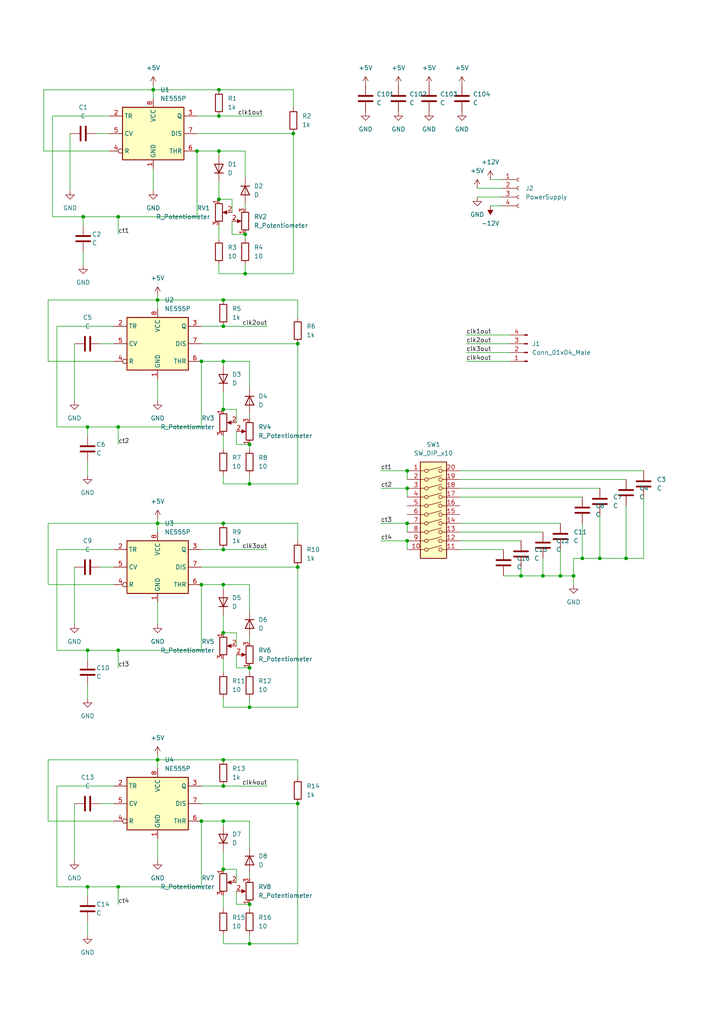
<source format=kicad_sch>
(kicad_sch (version 20211123) (generator eeschema)

  (uuid a8531653-89ac-4b49-99ec-7a257ec4cb23)

  (paper "A4" portrait)

  (lib_symbols
    (symbol "Connector:Conn_01x04_Female" (pin_names (offset 1.016) hide) (in_bom yes) (on_board yes)
      (property "Reference" "J" (id 0) (at 0 5.08 0)
        (effects (font (size 1.27 1.27)))
      )
      (property "Value" "Conn_01x04_Female" (id 1) (at 0 -7.62 0)
        (effects (font (size 1.27 1.27)))
      )
      (property "Footprint" "" (id 2) (at 0 0 0)
        (effects (font (size 1.27 1.27)) hide)
      )
      (property "Datasheet" "~" (id 3) (at 0 0 0)
        (effects (font (size 1.27 1.27)) hide)
      )
      (property "ki_keywords" "connector" (id 4) (at 0 0 0)
        (effects (font (size 1.27 1.27)) hide)
      )
      (property "ki_description" "Generic connector, single row, 01x04, script generated (kicad-library-utils/schlib/autogen/connector/)" (id 5) (at 0 0 0)
        (effects (font (size 1.27 1.27)) hide)
      )
      (property "ki_fp_filters" "Connector*:*_1x??_*" (id 6) (at 0 0 0)
        (effects (font (size 1.27 1.27)) hide)
      )
      (symbol "Conn_01x04_Female_1_1"
        (arc (start 0 -4.572) (mid -0.508 -5.08) (end 0 -5.588)
          (stroke (width 0.1524) (type default) (color 0 0 0 0))
          (fill (type none))
        )
        (arc (start 0 -2.032) (mid -0.508 -2.54) (end 0 -3.048)
          (stroke (width 0.1524) (type default) (color 0 0 0 0))
          (fill (type none))
        )
        (polyline
          (pts
            (xy -1.27 -5.08)
            (xy -0.508 -5.08)
          )
          (stroke (width 0.1524) (type default) (color 0 0 0 0))
          (fill (type none))
        )
        (polyline
          (pts
            (xy -1.27 -2.54)
            (xy -0.508 -2.54)
          )
          (stroke (width 0.1524) (type default) (color 0 0 0 0))
          (fill (type none))
        )
        (polyline
          (pts
            (xy -1.27 0)
            (xy -0.508 0)
          )
          (stroke (width 0.1524) (type default) (color 0 0 0 0))
          (fill (type none))
        )
        (polyline
          (pts
            (xy -1.27 2.54)
            (xy -0.508 2.54)
          )
          (stroke (width 0.1524) (type default) (color 0 0 0 0))
          (fill (type none))
        )
        (arc (start 0 0.508) (mid -0.508 0) (end 0 -0.508)
          (stroke (width 0.1524) (type default) (color 0 0 0 0))
          (fill (type none))
        )
        (arc (start 0 3.048) (mid -0.508 2.54) (end 0 2.032)
          (stroke (width 0.1524) (type default) (color 0 0 0 0))
          (fill (type none))
        )
        (pin passive line (at -5.08 2.54 0) (length 3.81)
          (name "Pin_1" (effects (font (size 1.27 1.27))))
          (number "1" (effects (font (size 1.27 1.27))))
        )
        (pin passive line (at -5.08 0 0) (length 3.81)
          (name "Pin_2" (effects (font (size 1.27 1.27))))
          (number "2" (effects (font (size 1.27 1.27))))
        )
        (pin passive line (at -5.08 -2.54 0) (length 3.81)
          (name "Pin_3" (effects (font (size 1.27 1.27))))
          (number "3" (effects (font (size 1.27 1.27))))
        )
        (pin passive line (at -5.08 -5.08 0) (length 3.81)
          (name "Pin_4" (effects (font (size 1.27 1.27))))
          (number "4" (effects (font (size 1.27 1.27))))
        )
      )
    )
    (symbol "Connector:Conn_01x04_Male" (pin_names (offset 1.016) hide) (in_bom yes) (on_board yes)
      (property "Reference" "J" (id 0) (at 0 5.08 0)
        (effects (font (size 1.27 1.27)))
      )
      (property "Value" "Conn_01x04_Male" (id 1) (at 0 -7.62 0)
        (effects (font (size 1.27 1.27)))
      )
      (property "Footprint" "" (id 2) (at 0 0 0)
        (effects (font (size 1.27 1.27)) hide)
      )
      (property "Datasheet" "~" (id 3) (at 0 0 0)
        (effects (font (size 1.27 1.27)) hide)
      )
      (property "ki_keywords" "connector" (id 4) (at 0 0 0)
        (effects (font (size 1.27 1.27)) hide)
      )
      (property "ki_description" "Generic connector, single row, 01x04, script generated (kicad-library-utils/schlib/autogen/connector/)" (id 5) (at 0 0 0)
        (effects (font (size 1.27 1.27)) hide)
      )
      (property "ki_fp_filters" "Connector*:*_1x??_*" (id 6) (at 0 0 0)
        (effects (font (size 1.27 1.27)) hide)
      )
      (symbol "Conn_01x04_Male_1_1"
        (polyline
          (pts
            (xy 1.27 -5.08)
            (xy 0.8636 -5.08)
          )
          (stroke (width 0.1524) (type default) (color 0 0 0 0))
          (fill (type none))
        )
        (polyline
          (pts
            (xy 1.27 -2.54)
            (xy 0.8636 -2.54)
          )
          (stroke (width 0.1524) (type default) (color 0 0 0 0))
          (fill (type none))
        )
        (polyline
          (pts
            (xy 1.27 0)
            (xy 0.8636 0)
          )
          (stroke (width 0.1524) (type default) (color 0 0 0 0))
          (fill (type none))
        )
        (polyline
          (pts
            (xy 1.27 2.54)
            (xy 0.8636 2.54)
          )
          (stroke (width 0.1524) (type default) (color 0 0 0 0))
          (fill (type none))
        )
        (rectangle (start 0.8636 -4.953) (end 0 -5.207)
          (stroke (width 0.1524) (type default) (color 0 0 0 0))
          (fill (type outline))
        )
        (rectangle (start 0.8636 -2.413) (end 0 -2.667)
          (stroke (width 0.1524) (type default) (color 0 0 0 0))
          (fill (type outline))
        )
        (rectangle (start 0.8636 0.127) (end 0 -0.127)
          (stroke (width 0.1524) (type default) (color 0 0 0 0))
          (fill (type outline))
        )
        (rectangle (start 0.8636 2.667) (end 0 2.413)
          (stroke (width 0.1524) (type default) (color 0 0 0 0))
          (fill (type outline))
        )
        (pin passive line (at 5.08 2.54 180) (length 3.81)
          (name "Pin_1" (effects (font (size 1.27 1.27))))
          (number "1" (effects (font (size 1.27 1.27))))
        )
        (pin passive line (at 5.08 0 180) (length 3.81)
          (name "Pin_2" (effects (font (size 1.27 1.27))))
          (number "2" (effects (font (size 1.27 1.27))))
        )
        (pin passive line (at 5.08 -2.54 180) (length 3.81)
          (name "Pin_3" (effects (font (size 1.27 1.27))))
          (number "3" (effects (font (size 1.27 1.27))))
        )
        (pin passive line (at 5.08 -5.08 180) (length 3.81)
          (name "Pin_4" (effects (font (size 1.27 1.27))))
          (number "4" (effects (font (size 1.27 1.27))))
        )
      )
    )
    (symbol "Device:C" (pin_numbers hide) (pin_names (offset 0.254)) (in_bom yes) (on_board yes)
      (property "Reference" "C" (id 0) (at 0.635 2.54 0)
        (effects (font (size 1.27 1.27)) (justify left))
      )
      (property "Value" "C" (id 1) (at 0.635 -2.54 0)
        (effects (font (size 1.27 1.27)) (justify left))
      )
      (property "Footprint" "" (id 2) (at 0.9652 -3.81 0)
        (effects (font (size 1.27 1.27)) hide)
      )
      (property "Datasheet" "~" (id 3) (at 0 0 0)
        (effects (font (size 1.27 1.27)) hide)
      )
      (property "ki_keywords" "cap capacitor" (id 4) (at 0 0 0)
        (effects (font (size 1.27 1.27)) hide)
      )
      (property "ki_description" "Unpolarized capacitor" (id 5) (at 0 0 0)
        (effects (font (size 1.27 1.27)) hide)
      )
      (property "ki_fp_filters" "C_*" (id 6) (at 0 0 0)
        (effects (font (size 1.27 1.27)) hide)
      )
      (symbol "C_0_1"
        (polyline
          (pts
            (xy -2.032 -0.762)
            (xy 2.032 -0.762)
          )
          (stroke (width 0.508) (type default) (color 0 0 0 0))
          (fill (type none))
        )
        (polyline
          (pts
            (xy -2.032 0.762)
            (xy 2.032 0.762)
          )
          (stroke (width 0.508) (type default) (color 0 0 0 0))
          (fill (type none))
        )
      )
      (symbol "C_1_1"
        (pin passive line (at 0 3.81 270) (length 2.794)
          (name "~" (effects (font (size 1.27 1.27))))
          (number "1" (effects (font (size 1.27 1.27))))
        )
        (pin passive line (at 0 -3.81 90) (length 2.794)
          (name "~" (effects (font (size 1.27 1.27))))
          (number "2" (effects (font (size 1.27 1.27))))
        )
      )
    )
    (symbol "Device:D" (pin_numbers hide) (pin_names (offset 1.016) hide) (in_bom yes) (on_board yes)
      (property "Reference" "D" (id 0) (at 0 2.54 0)
        (effects (font (size 1.27 1.27)))
      )
      (property "Value" "D" (id 1) (at 0 -2.54 0)
        (effects (font (size 1.27 1.27)))
      )
      (property "Footprint" "" (id 2) (at 0 0 0)
        (effects (font (size 1.27 1.27)) hide)
      )
      (property "Datasheet" "~" (id 3) (at 0 0 0)
        (effects (font (size 1.27 1.27)) hide)
      )
      (property "ki_keywords" "diode" (id 4) (at 0 0 0)
        (effects (font (size 1.27 1.27)) hide)
      )
      (property "ki_description" "Diode" (id 5) (at 0 0 0)
        (effects (font (size 1.27 1.27)) hide)
      )
      (property "ki_fp_filters" "TO-???* *_Diode_* *SingleDiode* D_*" (id 6) (at 0 0 0)
        (effects (font (size 1.27 1.27)) hide)
      )
      (symbol "D_0_1"
        (polyline
          (pts
            (xy -1.27 1.27)
            (xy -1.27 -1.27)
          )
          (stroke (width 0.254) (type default) (color 0 0 0 0))
          (fill (type none))
        )
        (polyline
          (pts
            (xy 1.27 0)
            (xy -1.27 0)
          )
          (stroke (width 0) (type default) (color 0 0 0 0))
          (fill (type none))
        )
        (polyline
          (pts
            (xy 1.27 1.27)
            (xy 1.27 -1.27)
            (xy -1.27 0)
            (xy 1.27 1.27)
          )
          (stroke (width 0.254) (type default) (color 0 0 0 0))
          (fill (type none))
        )
      )
      (symbol "D_1_1"
        (pin passive line (at -3.81 0 0) (length 2.54)
          (name "K" (effects (font (size 1.27 1.27))))
          (number "1" (effects (font (size 1.27 1.27))))
        )
        (pin passive line (at 3.81 0 180) (length 2.54)
          (name "A" (effects (font (size 1.27 1.27))))
          (number "2" (effects (font (size 1.27 1.27))))
        )
      )
    )
    (symbol "Device:R" (pin_numbers hide) (pin_names (offset 0)) (in_bom yes) (on_board yes)
      (property "Reference" "R" (id 0) (at 2.032 0 90)
        (effects (font (size 1.27 1.27)))
      )
      (property "Value" "R" (id 1) (at 0 0 90)
        (effects (font (size 1.27 1.27)))
      )
      (property "Footprint" "" (id 2) (at -1.778 0 90)
        (effects (font (size 1.27 1.27)) hide)
      )
      (property "Datasheet" "~" (id 3) (at 0 0 0)
        (effects (font (size 1.27 1.27)) hide)
      )
      (property "ki_keywords" "R res resistor" (id 4) (at 0 0 0)
        (effects (font (size 1.27 1.27)) hide)
      )
      (property "ki_description" "Resistor" (id 5) (at 0 0 0)
        (effects (font (size 1.27 1.27)) hide)
      )
      (property "ki_fp_filters" "R_*" (id 6) (at 0 0 0)
        (effects (font (size 1.27 1.27)) hide)
      )
      (symbol "R_0_1"
        (rectangle (start -1.016 -2.54) (end 1.016 2.54)
          (stroke (width 0.254) (type default) (color 0 0 0 0))
          (fill (type none))
        )
      )
      (symbol "R_1_1"
        (pin passive line (at 0 3.81 270) (length 1.27)
          (name "~" (effects (font (size 1.27 1.27))))
          (number "1" (effects (font (size 1.27 1.27))))
        )
        (pin passive line (at 0 -3.81 90) (length 1.27)
          (name "~" (effects (font (size 1.27 1.27))))
          (number "2" (effects (font (size 1.27 1.27))))
        )
      )
    )
    (symbol "Device:R_Potentiometer" (pin_names (offset 1.016) hide) (in_bom yes) (on_board yes)
      (property "Reference" "RV" (id 0) (at -4.445 0 90)
        (effects (font (size 1.27 1.27)))
      )
      (property "Value" "R_Potentiometer" (id 1) (at -2.54 0 90)
        (effects (font (size 1.27 1.27)))
      )
      (property "Footprint" "" (id 2) (at 0 0 0)
        (effects (font (size 1.27 1.27)) hide)
      )
      (property "Datasheet" "~" (id 3) (at 0 0 0)
        (effects (font (size 1.27 1.27)) hide)
      )
      (property "ki_keywords" "resistor variable" (id 4) (at 0 0 0)
        (effects (font (size 1.27 1.27)) hide)
      )
      (property "ki_description" "Potentiometer" (id 5) (at 0 0 0)
        (effects (font (size 1.27 1.27)) hide)
      )
      (property "ki_fp_filters" "Potentiometer*" (id 6) (at 0 0 0)
        (effects (font (size 1.27 1.27)) hide)
      )
      (symbol "R_Potentiometer_0_1"
        (polyline
          (pts
            (xy 2.54 0)
            (xy 1.524 0)
          )
          (stroke (width 0) (type default) (color 0 0 0 0))
          (fill (type none))
        )
        (polyline
          (pts
            (xy 1.143 0)
            (xy 2.286 0.508)
            (xy 2.286 -0.508)
            (xy 1.143 0)
          )
          (stroke (width 0) (type default) (color 0 0 0 0))
          (fill (type outline))
        )
        (rectangle (start 1.016 2.54) (end -1.016 -2.54)
          (stroke (width 0.254) (type default) (color 0 0 0 0))
          (fill (type none))
        )
      )
      (symbol "R_Potentiometer_1_1"
        (pin passive line (at 0 3.81 270) (length 1.27)
          (name "1" (effects (font (size 1.27 1.27))))
          (number "1" (effects (font (size 1.27 1.27))))
        )
        (pin passive line (at 3.81 0 180) (length 1.27)
          (name "2" (effects (font (size 1.27 1.27))))
          (number "2" (effects (font (size 1.27 1.27))))
        )
        (pin passive line (at 0 -3.81 90) (length 1.27)
          (name "3" (effects (font (size 1.27 1.27))))
          (number "3" (effects (font (size 1.27 1.27))))
        )
      )
    )
    (symbol "Switch:SW_DIP_x10" (pin_names (offset 0) hide) (in_bom yes) (on_board yes)
      (property "Reference" "SW" (id 0) (at 0 16.51 0)
        (effects (font (size 1.27 1.27)))
      )
      (property "Value" "SW_DIP_x10" (id 1) (at 0 -13.97 0)
        (effects (font (size 1.27 1.27)))
      )
      (property "Footprint" "" (id 2) (at 0 0 0)
        (effects (font (size 1.27 1.27)) hide)
      )
      (property "Datasheet" "~" (id 3) (at 0 0 0)
        (effects (font (size 1.27 1.27)) hide)
      )
      (property "ki_keywords" "dip switch" (id 4) (at 0 0 0)
        (effects (font (size 1.27 1.27)) hide)
      )
      (property "ki_description" "10x DIP Switch, Single Pole Single Throw (SPST) switch, small symbol" (id 5) (at 0 0 0)
        (effects (font (size 1.27 1.27)) hide)
      )
      (property "ki_fp_filters" "SW?DIP?x10*" (id 6) (at 0 0 0)
        (effects (font (size 1.27 1.27)) hide)
      )
      (symbol "SW_DIP_x10_0_0"
        (circle (center -2.032 -10.16) (radius 0.508)
          (stroke (width 0) (type default) (color 0 0 0 0))
          (fill (type none))
        )
        (circle (center -2.032 -7.62) (radius 0.508)
          (stroke (width 0) (type default) (color 0 0 0 0))
          (fill (type none))
        )
        (circle (center -2.032 -5.08) (radius 0.508)
          (stroke (width 0) (type default) (color 0 0 0 0))
          (fill (type none))
        )
        (circle (center -2.032 -2.54) (radius 0.508)
          (stroke (width 0) (type default) (color 0 0 0 0))
          (fill (type none))
        )
        (circle (center -2.032 0) (radius 0.508)
          (stroke (width 0) (type default) (color 0 0 0 0))
          (fill (type none))
        )
        (circle (center -2.032 2.54) (radius 0.508)
          (stroke (width 0) (type default) (color 0 0 0 0))
          (fill (type none))
        )
        (circle (center -2.032 5.08) (radius 0.508)
          (stroke (width 0) (type default) (color 0 0 0 0))
          (fill (type none))
        )
        (circle (center -2.032 7.62) (radius 0.508)
          (stroke (width 0) (type default) (color 0 0 0 0))
          (fill (type none))
        )
        (circle (center -2.032 10.16) (radius 0.508)
          (stroke (width 0) (type default) (color 0 0 0 0))
          (fill (type none))
        )
        (circle (center -2.032 12.7) (radius 0.508)
          (stroke (width 0) (type default) (color 0 0 0 0))
          (fill (type none))
        )
        (polyline
          (pts
            (xy -1.524 -10.0076)
            (xy 2.3622 -8.9662)
          )
          (stroke (width 0) (type default) (color 0 0 0 0))
          (fill (type none))
        )
        (polyline
          (pts
            (xy -1.524 -7.4676)
            (xy 2.3622 -6.4262)
          )
          (stroke (width 0) (type default) (color 0 0 0 0))
          (fill (type none))
        )
        (polyline
          (pts
            (xy -1.524 -4.9276)
            (xy 2.3622 -3.8862)
          )
          (stroke (width 0) (type default) (color 0 0 0 0))
          (fill (type none))
        )
        (polyline
          (pts
            (xy -1.524 -2.3876)
            (xy 2.3622 -1.3462)
          )
          (stroke (width 0) (type default) (color 0 0 0 0))
          (fill (type none))
        )
        (polyline
          (pts
            (xy -1.524 0.127)
            (xy 2.3622 1.1684)
          )
          (stroke (width 0) (type default) (color 0 0 0 0))
          (fill (type none))
        )
        (polyline
          (pts
            (xy -1.524 2.667)
            (xy 2.3622 3.7084)
          )
          (stroke (width 0) (type default) (color 0 0 0 0))
          (fill (type none))
        )
        (polyline
          (pts
            (xy -1.524 5.207)
            (xy 2.3622 6.2484)
          )
          (stroke (width 0) (type default) (color 0 0 0 0))
          (fill (type none))
        )
        (polyline
          (pts
            (xy -1.524 7.747)
            (xy 2.3622 8.7884)
          )
          (stroke (width 0) (type default) (color 0 0 0 0))
          (fill (type none))
        )
        (polyline
          (pts
            (xy -1.524 10.287)
            (xy 2.3622 11.3284)
          )
          (stroke (width 0) (type default) (color 0 0 0 0))
          (fill (type none))
        )
        (polyline
          (pts
            (xy -1.524 12.827)
            (xy 2.3622 13.8684)
          )
          (stroke (width 0) (type default) (color 0 0 0 0))
          (fill (type none))
        )
        (circle (center 2.032 -10.16) (radius 0.508)
          (stroke (width 0) (type default) (color 0 0 0 0))
          (fill (type none))
        )
        (circle (center 2.032 -7.62) (radius 0.508)
          (stroke (width 0) (type default) (color 0 0 0 0))
          (fill (type none))
        )
        (circle (center 2.032 -5.08) (radius 0.508)
          (stroke (width 0) (type default) (color 0 0 0 0))
          (fill (type none))
        )
        (circle (center 2.032 -2.54) (radius 0.508)
          (stroke (width 0) (type default) (color 0 0 0 0))
          (fill (type none))
        )
        (circle (center 2.032 0) (radius 0.508)
          (stroke (width 0) (type default) (color 0 0 0 0))
          (fill (type none))
        )
        (circle (center 2.032 2.54) (radius 0.508)
          (stroke (width 0) (type default) (color 0 0 0 0))
          (fill (type none))
        )
        (circle (center 2.032 5.08) (radius 0.508)
          (stroke (width 0) (type default) (color 0 0 0 0))
          (fill (type none))
        )
        (circle (center 2.032 7.62) (radius 0.508)
          (stroke (width 0) (type default) (color 0 0 0 0))
          (fill (type none))
        )
        (circle (center 2.032 10.16) (radius 0.508)
          (stroke (width 0) (type default) (color 0 0 0 0))
          (fill (type none))
        )
        (circle (center 2.032 12.7) (radius 0.508)
          (stroke (width 0) (type default) (color 0 0 0 0))
          (fill (type none))
        )
      )
      (symbol "SW_DIP_x10_0_1"
        (rectangle (start -3.81 15.24) (end 3.81 -12.7)
          (stroke (width 0.254) (type default) (color 0 0 0 0))
          (fill (type background))
        )
      )
      (symbol "SW_DIP_x10_1_1"
        (pin passive line (at -7.62 12.7 0) (length 5.08)
          (name "~" (effects (font (size 1.27 1.27))))
          (number "1" (effects (font (size 1.27 1.27))))
        )
        (pin passive line (at -7.62 -10.16 0) (length 5.08)
          (name "~" (effects (font (size 1.27 1.27))))
          (number "10" (effects (font (size 1.27 1.27))))
        )
        (pin passive line (at 7.62 -10.16 180) (length 5.08)
          (name "~" (effects (font (size 1.27 1.27))))
          (number "11" (effects (font (size 1.27 1.27))))
        )
        (pin passive line (at 7.62 -7.62 180) (length 5.08)
          (name "~" (effects (font (size 1.27 1.27))))
          (number "12" (effects (font (size 1.27 1.27))))
        )
        (pin passive line (at 7.62 -5.08 180) (length 5.08)
          (name "~" (effects (font (size 1.27 1.27))))
          (number "13" (effects (font (size 1.27 1.27))))
        )
        (pin passive line (at 7.62 -2.54 180) (length 5.08)
          (name "~" (effects (font (size 1.27 1.27))))
          (number "14" (effects (font (size 1.27 1.27))))
        )
        (pin passive line (at 7.62 0 180) (length 5.08)
          (name "~" (effects (font (size 1.27 1.27))))
          (number "15" (effects (font (size 1.27 1.27))))
        )
        (pin passive line (at 7.62 2.54 180) (length 5.08)
          (name "~" (effects (font (size 1.27 1.27))))
          (number "16" (effects (font (size 1.27 1.27))))
        )
        (pin passive line (at 7.62 5.08 180) (length 5.08)
          (name "~" (effects (font (size 1.27 1.27))))
          (number "17" (effects (font (size 1.27 1.27))))
        )
        (pin passive line (at 7.62 7.62 180) (length 5.08)
          (name "~" (effects (font (size 1.27 1.27))))
          (number "18" (effects (font (size 1.27 1.27))))
        )
        (pin passive line (at 7.62 10.16 180) (length 5.08)
          (name "~" (effects (font (size 1.27 1.27))))
          (number "19" (effects (font (size 1.27 1.27))))
        )
        (pin passive line (at -7.62 10.16 0) (length 5.08)
          (name "~" (effects (font (size 1.27 1.27))))
          (number "2" (effects (font (size 1.27 1.27))))
        )
        (pin passive line (at 7.62 12.7 180) (length 5.08)
          (name "~" (effects (font (size 1.27 1.27))))
          (number "20" (effects (font (size 1.27 1.27))))
        )
        (pin passive line (at -7.62 7.62 0) (length 5.08)
          (name "~" (effects (font (size 1.27 1.27))))
          (number "3" (effects (font (size 1.27 1.27))))
        )
        (pin passive line (at -7.62 5.08 0) (length 5.08)
          (name "~" (effects (font (size 1.27 1.27))))
          (number "4" (effects (font (size 1.27 1.27))))
        )
        (pin passive line (at -7.62 2.54 0) (length 5.08)
          (name "~" (effects (font (size 1.27 1.27))))
          (number "5" (effects (font (size 1.27 1.27))))
        )
        (pin passive line (at -7.62 0 0) (length 5.08)
          (name "~" (effects (font (size 1.27 1.27))))
          (number "6" (effects (font (size 1.27 1.27))))
        )
        (pin passive line (at -7.62 -2.54 0) (length 5.08)
          (name "~" (effects (font (size 1.27 1.27))))
          (number "7" (effects (font (size 1.27 1.27))))
        )
        (pin passive line (at -7.62 -5.08 0) (length 5.08)
          (name "~" (effects (font (size 1.27 1.27))))
          (number "8" (effects (font (size 1.27 1.27))))
        )
        (pin passive line (at -7.62 -7.62 0) (length 5.08)
          (name "~" (effects (font (size 1.27 1.27))))
          (number "9" (effects (font (size 1.27 1.27))))
        )
      )
    )
    (symbol "Timer:NE555P" (in_bom yes) (on_board yes)
      (property "Reference" "U" (id 0) (at -10.16 8.89 0)
        (effects (font (size 1.27 1.27)) (justify left))
      )
      (property "Value" "NE555P" (id 1) (at 2.54 8.89 0)
        (effects (font (size 1.27 1.27)) (justify left))
      )
      (property "Footprint" "Package_DIP:DIP-8_W7.62mm" (id 2) (at 16.51 -10.16 0)
        (effects (font (size 1.27 1.27)) hide)
      )
      (property "Datasheet" "http://www.ti.com/lit/ds/symlink/ne555.pdf" (id 3) (at 21.59 -10.16 0)
        (effects (font (size 1.27 1.27)) hide)
      )
      (property "ki_keywords" "single timer 555" (id 4) (at 0 0 0)
        (effects (font (size 1.27 1.27)) hide)
      )
      (property "ki_description" "Precision Timers, 555 compatible,  PDIP-8" (id 5) (at 0 0 0)
        (effects (font (size 1.27 1.27)) hide)
      )
      (property "ki_fp_filters" "DIP*W7.62mm*" (id 6) (at 0 0 0)
        (effects (font (size 1.27 1.27)) hide)
      )
      (symbol "NE555P_0_0"
        (pin power_in line (at 0 -10.16 90) (length 2.54)
          (name "GND" (effects (font (size 1.27 1.27))))
          (number "1" (effects (font (size 1.27 1.27))))
        )
        (pin power_in line (at 0 10.16 270) (length 2.54)
          (name "VCC" (effects (font (size 1.27 1.27))))
          (number "8" (effects (font (size 1.27 1.27))))
        )
      )
      (symbol "NE555P_0_1"
        (rectangle (start -8.89 -7.62) (end 8.89 7.62)
          (stroke (width 0.254) (type default) (color 0 0 0 0))
          (fill (type background))
        )
        (rectangle (start -8.89 -7.62) (end 8.89 7.62)
          (stroke (width 0.254) (type default) (color 0 0 0 0))
          (fill (type background))
        )
      )
      (symbol "NE555P_1_1"
        (pin input line (at -12.7 5.08 0) (length 3.81)
          (name "TR" (effects (font (size 1.27 1.27))))
          (number "2" (effects (font (size 1.27 1.27))))
        )
        (pin output line (at 12.7 5.08 180) (length 3.81)
          (name "Q" (effects (font (size 1.27 1.27))))
          (number "3" (effects (font (size 1.27 1.27))))
        )
        (pin input inverted (at -12.7 -5.08 0) (length 3.81)
          (name "R" (effects (font (size 1.27 1.27))))
          (number "4" (effects (font (size 1.27 1.27))))
        )
        (pin input line (at -12.7 0 0) (length 3.81)
          (name "CV" (effects (font (size 1.27 1.27))))
          (number "5" (effects (font (size 1.27 1.27))))
        )
        (pin input line (at 12.7 -5.08 180) (length 3.81)
          (name "THR" (effects (font (size 1.27 1.27))))
          (number "6" (effects (font (size 1.27 1.27))))
        )
        (pin input line (at 12.7 0 180) (length 3.81)
          (name "DIS" (effects (font (size 1.27 1.27))))
          (number "7" (effects (font (size 1.27 1.27))))
        )
      )
    )
    (symbol "power:+12V" (power) (pin_names (offset 0)) (in_bom yes) (on_board yes)
      (property "Reference" "#PWR" (id 0) (at 0 -3.81 0)
        (effects (font (size 1.27 1.27)) hide)
      )
      (property "Value" "+12V" (id 1) (at 0 3.556 0)
        (effects (font (size 1.27 1.27)))
      )
      (property "Footprint" "" (id 2) (at 0 0 0)
        (effects (font (size 1.27 1.27)) hide)
      )
      (property "Datasheet" "" (id 3) (at 0 0 0)
        (effects (font (size 1.27 1.27)) hide)
      )
      (property "ki_keywords" "power-flag" (id 4) (at 0 0 0)
        (effects (font (size 1.27 1.27)) hide)
      )
      (property "ki_description" "Power symbol creates a global label with name \"+12V\"" (id 5) (at 0 0 0)
        (effects (font (size 1.27 1.27)) hide)
      )
      (symbol "+12V_0_1"
        (polyline
          (pts
            (xy -0.762 1.27)
            (xy 0 2.54)
          )
          (stroke (width 0) (type default) (color 0 0 0 0))
          (fill (type none))
        )
        (polyline
          (pts
            (xy 0 0)
            (xy 0 2.54)
          )
          (stroke (width 0) (type default) (color 0 0 0 0))
          (fill (type none))
        )
        (polyline
          (pts
            (xy 0 2.54)
            (xy 0.762 1.27)
          )
          (stroke (width 0) (type default) (color 0 0 0 0))
          (fill (type none))
        )
      )
      (symbol "+12V_1_1"
        (pin power_in line (at 0 0 90) (length 0) hide
          (name "+12V" (effects (font (size 1.27 1.27))))
          (number "1" (effects (font (size 1.27 1.27))))
        )
      )
    )
    (symbol "power:+5V" (power) (pin_names (offset 0)) (in_bom yes) (on_board yes)
      (property "Reference" "#PWR" (id 0) (at 0 -3.81 0)
        (effects (font (size 1.27 1.27)) hide)
      )
      (property "Value" "+5V" (id 1) (at 0 3.556 0)
        (effects (font (size 1.27 1.27)))
      )
      (property "Footprint" "" (id 2) (at 0 0 0)
        (effects (font (size 1.27 1.27)) hide)
      )
      (property "Datasheet" "" (id 3) (at 0 0 0)
        (effects (font (size 1.27 1.27)) hide)
      )
      (property "ki_keywords" "power-flag" (id 4) (at 0 0 0)
        (effects (font (size 1.27 1.27)) hide)
      )
      (property "ki_description" "Power symbol creates a global label with name \"+5V\"" (id 5) (at 0 0 0)
        (effects (font (size 1.27 1.27)) hide)
      )
      (symbol "+5V_0_1"
        (polyline
          (pts
            (xy -0.762 1.27)
            (xy 0 2.54)
          )
          (stroke (width 0) (type default) (color 0 0 0 0))
          (fill (type none))
        )
        (polyline
          (pts
            (xy 0 0)
            (xy 0 2.54)
          )
          (stroke (width 0) (type default) (color 0 0 0 0))
          (fill (type none))
        )
        (polyline
          (pts
            (xy 0 2.54)
            (xy 0.762 1.27)
          )
          (stroke (width 0) (type default) (color 0 0 0 0))
          (fill (type none))
        )
      )
      (symbol "+5V_1_1"
        (pin power_in line (at 0 0 90) (length 0) hide
          (name "+5V" (effects (font (size 1.27 1.27))))
          (number "1" (effects (font (size 1.27 1.27))))
        )
      )
    )
    (symbol "power:-12V" (power) (pin_names (offset 0)) (in_bom yes) (on_board yes)
      (property "Reference" "#PWR" (id 0) (at 0 2.54 0)
        (effects (font (size 1.27 1.27)) hide)
      )
      (property "Value" "-12V" (id 1) (at 0 3.81 0)
        (effects (font (size 1.27 1.27)))
      )
      (property "Footprint" "" (id 2) (at 0 0 0)
        (effects (font (size 1.27 1.27)) hide)
      )
      (property "Datasheet" "" (id 3) (at 0 0 0)
        (effects (font (size 1.27 1.27)) hide)
      )
      (property "ki_keywords" "power-flag" (id 4) (at 0 0 0)
        (effects (font (size 1.27 1.27)) hide)
      )
      (property "ki_description" "Power symbol creates a global label with name \"-12V\"" (id 5) (at 0 0 0)
        (effects (font (size 1.27 1.27)) hide)
      )
      (symbol "-12V_0_0"
        (pin power_in line (at 0 0 90) (length 0) hide
          (name "-12V" (effects (font (size 1.27 1.27))))
          (number "1" (effects (font (size 1.27 1.27))))
        )
      )
      (symbol "-12V_0_1"
        (polyline
          (pts
            (xy 0 0)
            (xy 0 1.27)
            (xy 0.762 1.27)
            (xy 0 2.54)
            (xy -0.762 1.27)
            (xy 0 1.27)
          )
          (stroke (width 0) (type default) (color 0 0 0 0))
          (fill (type outline))
        )
      )
    )
    (symbol "power:GND" (power) (pin_names (offset 0)) (in_bom yes) (on_board yes)
      (property "Reference" "#PWR" (id 0) (at 0 -6.35 0)
        (effects (font (size 1.27 1.27)) hide)
      )
      (property "Value" "GND" (id 1) (at 0 -3.81 0)
        (effects (font (size 1.27 1.27)))
      )
      (property "Footprint" "" (id 2) (at 0 0 0)
        (effects (font (size 1.27 1.27)) hide)
      )
      (property "Datasheet" "" (id 3) (at 0 0 0)
        (effects (font (size 1.27 1.27)) hide)
      )
      (property "ki_keywords" "power-flag" (id 4) (at 0 0 0)
        (effects (font (size 1.27 1.27)) hide)
      )
      (property "ki_description" "Power symbol creates a global label with name \"GND\" , ground" (id 5) (at 0 0 0)
        (effects (font (size 1.27 1.27)) hide)
      )
      (symbol "GND_0_1"
        (polyline
          (pts
            (xy 0 0)
            (xy 0 -1.27)
            (xy 1.27 -1.27)
            (xy 0 -2.54)
            (xy -1.27 -1.27)
            (xy 0 -1.27)
          )
          (stroke (width 0) (type default) (color 0 0 0 0))
          (fill (type none))
        )
      )
      (symbol "GND_1_1"
        (pin power_in line (at 0 0 270) (length 0) hide
          (name "GND" (effects (font (size 1.27 1.27))))
          (number "1" (effects (font (size 1.27 1.27))))
        )
      )
    )
  )

  (junction (at 166.37 167.005) (diameter 0) (color 0 0 0 0)
    (uuid 081c9f7d-bbf3-438b-bad9-101f8e8c84ff)
  )
  (junction (at 25.4 188.595) (diameter 0) (color 0 0 0 0)
    (uuid 0b5bfe6d-1cec-46e4-bd27-7681e04361d4)
  )
  (junction (at 45.72 220.345) (diameter 0) (color 0 0 0 0)
    (uuid 1b8d8627-d731-49c6-9f6f-ce283a3f8800)
  )
  (junction (at 25.4 257.175) (diameter 0) (color 0 0 0 0)
    (uuid 212390ae-edab-4773-8c6d-686969ad2c43)
  )
  (junction (at 63.5 33.655) (diameter 0) (color 0 0 0 0)
    (uuid 28c4aa68-ce37-4f7e-a961-62727a44f80f)
  )
  (junction (at 118.11 136.525) (diameter 0) (color 0 0 0 0)
    (uuid 29cd8aaf-a281-41e0-a506-c86929237646)
  )
  (junction (at 118.11 151.765) (diameter 0) (color 0 0 0 0)
    (uuid 2c671963-5055-4f6d-b209-0c7112bd9057)
  )
  (junction (at 118.11 156.845) (diameter 0) (color 0 0 0 0)
    (uuid 3c506eef-ccd0-43ff-b812-d75fabefa038)
  )
  (junction (at 173.99 161.925) (diameter 0) (color 0 0 0 0)
    (uuid 3d8bb498-b773-424c-888b-f9de1070df69)
  )
  (junction (at 45.72 151.765) (diameter 0) (color 0 0 0 0)
    (uuid 41b2d92c-ef1b-4bd9-98bf-72a9613d1e6a)
  )
  (junction (at 72.39 128.905) (diameter 0) (color 0 0 0 0)
    (uuid 43a126bf-0025-4643-b30d-c8bda992c006)
  )
  (junction (at 64.77 238.125) (diameter 0) (color 0 0 0 0)
    (uuid 468bd473-0e0b-4da3-82a5-65fdf730e8c6)
  )
  (junction (at 58.42 238.125) (diameter 0) (color 0 0 0 0)
    (uuid 4adbfa77-f215-42bb-b811-5c6a698919ac)
  )
  (junction (at 64.77 169.545) (diameter 0) (color 0 0 0 0)
    (uuid 4b87d918-4ec3-46ec-abe7-f1f752e691b3)
  )
  (junction (at 34.29 188.595) (diameter 0) (color 0 0 0 0)
    (uuid 4d313d65-e44d-4764-9bf6-6a5b9de5fc8d)
  )
  (junction (at 64.77 252.095) (diameter 0) (color 0 0 0 0)
    (uuid 4ff61152-6a86-4b12-9711-c3990f4821d2)
  )
  (junction (at 64.77 183.515) (diameter 0) (color 0 0 0 0)
    (uuid 5415ae8c-f7cb-42c0-b69b-80f39d138238)
  )
  (junction (at 57.15 43.815) (diameter 0) (color 0 0 0 0)
    (uuid 59bda511-7eba-4db4-af4f-52725016296c)
  )
  (junction (at 71.12 79.375) (diameter 0) (color 0 0 0 0)
    (uuid 5a29a5c3-43fc-4bf3-9822-53f79b3d21cb)
  )
  (junction (at 64.77 151.765) (diameter 0) (color 0 0 0 0)
    (uuid 5aaa851d-3388-4353-a956-3db0064e2010)
  )
  (junction (at 85.09 38.735) (diameter 0) (color 0 0 0 0)
    (uuid 5edd0360-9545-4ecb-924f-5ef6bb98d6d2)
  )
  (junction (at 118.11 141.605) (diameter 0) (color 0 0 0 0)
    (uuid 5f1e6c80-c025-473b-8e6a-a4f14d5d20fd)
  )
  (junction (at 72.39 193.675) (diameter 0) (color 0 0 0 0)
    (uuid 6306faeb-7b75-4bce-aecc-5e2b923b30a8)
  )
  (junction (at 72.39 262.255) (diameter 0) (color 0 0 0 0)
    (uuid 63510792-8200-426d-9f65-3a02ed532f2b)
  )
  (junction (at 64.77 220.345) (diameter 0) (color 0 0 0 0)
    (uuid 6662afdb-10b0-4038-b1e6-a4e5e5085fa8)
  )
  (junction (at 63.5 57.785) (diameter 0) (color 0 0 0 0)
    (uuid 66f797e2-b7ff-4ed4-b004-d4dab909169b)
  )
  (junction (at 86.36 164.465) (diameter 0) (color 0 0 0 0)
    (uuid 69c20413-960f-451b-97ca-934e8f35c16d)
  )
  (junction (at 34.29 62.865) (diameter 0) (color 0 0 0 0)
    (uuid 6f013cf4-2a9a-4552-bb87-681710d2d717)
  )
  (junction (at 64.77 94.615) (diameter 0) (color 0 0 0 0)
    (uuid 7db9c16d-5540-424d-807e-9223abe8ed42)
  )
  (junction (at 58.42 104.775) (diameter 0) (color 0 0 0 0)
    (uuid 873f11bd-f797-41be-bbf7-174f461fb30a)
  )
  (junction (at 64.77 118.745) (diameter 0) (color 0 0 0 0)
    (uuid 8de34056-1985-44aa-81e1-d6067432c86c)
  )
  (junction (at 157.48 167.005) (diameter 0) (color 0 0 0 0)
    (uuid 9155a276-7785-4c15-852c-4bd758e4f5d5)
  )
  (junction (at 71.12 67.945) (diameter 0) (color 0 0 0 0)
    (uuid 99172db7-7a20-4ca1-b495-1ba1fbca5f7e)
  )
  (junction (at 86.36 99.695) (diameter 0) (color 0 0 0 0)
    (uuid 9aa267c0-9cae-45b9-b6bc-ebd4b16899e8)
  )
  (junction (at 72.39 205.105) (diameter 0) (color 0 0 0 0)
    (uuid 9ff8bc12-a6d7-4a44-a48d-70c51a6241d0)
  )
  (junction (at 58.42 169.545) (diameter 0) (color 0 0 0 0)
    (uuid a72f1e4f-cff5-4318-8929-62e19a5cb727)
  )
  (junction (at 64.77 227.965) (diameter 0) (color 0 0 0 0)
    (uuid a85d700c-62ff-4074-bf80-1030165b9b70)
  )
  (junction (at 168.91 161.925) (diameter 0) (color 0 0 0 0)
    (uuid a8e879b2-6c01-4192-a48a-3ca6a2af9f3c)
  )
  (junction (at 72.39 273.685) (diameter 0) (color 0 0 0 0)
    (uuid a9571fa4-37c5-40c8-95f8-015d230d83f0)
  )
  (junction (at 44.45 26.035) (diameter 0) (color 0 0 0 0)
    (uuid aa74a914-040f-4e7c-a3da-4b97a5199cc0)
  )
  (junction (at 181.61 161.925) (diameter 0) (color 0 0 0 0)
    (uuid b0c521b0-f041-4da8-8a5b-f44d2084a28d)
  )
  (junction (at 63.5 26.035) (diameter 0) (color 0 0 0 0)
    (uuid b0d12fe1-681c-496b-80c4-ab1f6f546fcd)
  )
  (junction (at 64.77 104.775) (diameter 0) (color 0 0 0 0)
    (uuid b1a4fc8b-3a45-45f7-90ce-14826faef391)
  )
  (junction (at 151.13 167.005) (diameter 0) (color 0 0 0 0)
    (uuid b3df3cb8-44fa-4fc7-97c3-870215b3b98e)
  )
  (junction (at 24.13 62.865) (diameter 0) (color 0 0 0 0)
    (uuid b8b4a23b-7b98-43b4-a469-976391b74f67)
  )
  (junction (at 34.29 123.825) (diameter 0) (color 0 0 0 0)
    (uuid c3c78472-f807-4679-a5a1-4d60a70eb6dc)
  )
  (junction (at 45.72 86.995) (diameter 0) (color 0 0 0 0)
    (uuid cca61118-156d-4078-9254-d20d49642d2e)
  )
  (junction (at 64.77 159.385) (diameter 0) (color 0 0 0 0)
    (uuid cd63e8c8-1571-4e59-b575-d870a9572376)
  )
  (junction (at 64.77 86.995) (diameter 0) (color 0 0 0 0)
    (uuid ce1a03f5-4e8e-47c7-a698-b475d6a59f50)
  )
  (junction (at 162.56 167.005) (diameter 0) (color 0 0 0 0)
    (uuid d9957055-ac21-4bd5-9162-90089ba87a2c)
  )
  (junction (at 34.29 257.175) (diameter 0) (color 0 0 0 0)
    (uuid dbc49c98-82c8-40e4-8504-ed29110aff4a)
  )
  (junction (at 25.4 123.825) (diameter 0) (color 0 0 0 0)
    (uuid ded2e791-3aa1-4a7f-99e9-865e8728ba6d)
  )
  (junction (at 63.5 43.815) (diameter 0) (color 0 0 0 0)
    (uuid e76add59-8966-48c7-89b1-b6159c675b8f)
  )
  (junction (at 86.36 233.045) (diameter 0) (color 0 0 0 0)
    (uuid f3421182-6b6e-4a1b-b3e4-314704c39bac)
  )
  (junction (at 72.39 140.335) (diameter 0) (color 0 0 0 0)
    (uuid ff2fba47-0c85-4761-9fc2-0b10a47dae59)
  )

  (wire (pts (xy 67.31 67.945) (xy 71.12 67.945))
    (stroke (width 0) (type default) (color 0 0 0 0))
    (uuid 006b6884-8771-4d0b-bcdc-27adc128c42f)
  )
  (wire (pts (xy 25.4 267.335) (xy 25.4 271.145))
    (stroke (width 0) (type default) (color 0 0 0 0))
    (uuid 03dd919d-c069-490a-9523-4e3905945da4)
  )
  (wire (pts (xy 133.35 141.605) (xy 173.99 141.605))
    (stroke (width 0) (type default) (color 0 0 0 0))
    (uuid 048ee77c-9e29-4968-9853-c8f7ab8eb82f)
  )
  (wire (pts (xy 13.97 104.775) (xy 13.97 86.995))
    (stroke (width 0) (type default) (color 0 0 0 0))
    (uuid 05360a11-404e-40d9-aa44-6759238d3454)
  )
  (wire (pts (xy 64.77 140.335) (xy 72.39 140.335))
    (stroke (width 0) (type default) (color 0 0 0 0))
    (uuid 07a1be50-41f7-48bf-9aeb-1a1886e84f74)
  )
  (wire (pts (xy 16.51 159.385) (xy 33.02 159.385))
    (stroke (width 0) (type default) (color 0 0 0 0))
    (uuid 07c149aa-46e5-4e44-8146-0af05afc18d6)
  )
  (wire (pts (xy 72.39 120.015) (xy 72.39 121.285))
    (stroke (width 0) (type default) (color 0 0 0 0))
    (uuid 0873f75e-09fd-4b69-9d73-e5c5d848e2f5)
  )
  (wire (pts (xy 15.24 33.655) (xy 31.75 33.655))
    (stroke (width 0) (type default) (color 0 0 0 0))
    (uuid 08e0b748-c9f6-4e56-85e6-4f00cea1985b)
  )
  (wire (pts (xy 57.15 33.655) (xy 63.5 33.655))
    (stroke (width 0) (type default) (color 0 0 0 0))
    (uuid 08ef03c1-7a4d-4736-9911-fdc77ec4a83d)
  )
  (wire (pts (xy 44.45 26.035) (xy 63.5 26.035))
    (stroke (width 0) (type default) (color 0 0 0 0))
    (uuid 0b1fc3aa-36a0-4cba-a321-feae2a83bff0)
  )
  (wire (pts (xy 24.13 62.865) (xy 15.24 62.865))
    (stroke (width 0) (type default) (color 0 0 0 0))
    (uuid 0fe6acb6-dee4-4143-b73f-8281f4db8425)
  )
  (wire (pts (xy 72.39 137.795) (xy 72.39 140.335))
    (stroke (width 0) (type default) (color 0 0 0 0))
    (uuid 10ac49a1-416f-4f3b-8b9d-ff2ce23079ee)
  )
  (wire (pts (xy 24.13 62.865) (xy 24.13 65.405))
    (stroke (width 0) (type default) (color 0 0 0 0))
    (uuid 1210fb40-fe4f-4804-ba5a-037bc8dcd07a)
  )
  (wire (pts (xy 29.21 164.465) (xy 33.02 164.465))
    (stroke (width 0) (type default) (color 0 0 0 0))
    (uuid 152bc00a-e1b9-4c3b-881f-af2942c0c782)
  )
  (wire (pts (xy 110.49 136.525) (xy 118.11 136.525))
    (stroke (width 0) (type default) (color 0 0 0 0))
    (uuid 17d5ed7d-9179-4017-a2d2-81c70ecb271c)
  )
  (wire (pts (xy 67.31 57.785) (xy 63.5 57.785))
    (stroke (width 0) (type default) (color 0 0 0 0))
    (uuid 17e3919b-bfaf-47dc-ae47-1db8a5439285)
  )
  (wire (pts (xy 72.39 140.335) (xy 86.36 140.335))
    (stroke (width 0) (type default) (color 0 0 0 0))
    (uuid 1b13382c-7fe5-4948-ae57-58cf08c490f8)
  )
  (wire (pts (xy 63.5 65.405) (xy 63.5 69.215))
    (stroke (width 0) (type default) (color 0 0 0 0))
    (uuid 1bece22c-1ff4-4628-93b7-8c2d0ef15fa6)
  )
  (wire (pts (xy 31.75 43.815) (xy 12.7 43.815))
    (stroke (width 0) (type default) (color 0 0 0 0))
    (uuid 1bed9c88-41ba-4e7f-b002-814d265ea145)
  )
  (wire (pts (xy 64.77 151.765) (xy 86.36 151.765))
    (stroke (width 0) (type default) (color 0 0 0 0))
    (uuid 1dd3944d-46b8-4b0d-8bc0-cbeadbb82f4c)
  )
  (wire (pts (xy 162.56 167.005) (xy 157.48 167.005))
    (stroke (width 0) (type default) (color 0 0 0 0))
    (uuid 1df84203-eb92-40ad-8076-856181b391a9)
  )
  (wire (pts (xy 151.13 167.005) (xy 151.13 164.465))
    (stroke (width 0) (type default) (color 0 0 0 0))
    (uuid 1e00316a-eb4f-4ae0-bf81-b9daf8f82694)
  )
  (wire (pts (xy 64.77 159.385) (xy 77.47 159.385))
    (stroke (width 0) (type default) (color 0 0 0 0))
    (uuid 2775459f-5843-437c-bf1d-c37b50330c76)
  )
  (wire (pts (xy 58.42 233.045) (xy 86.36 233.045))
    (stroke (width 0) (type default) (color 0 0 0 0))
    (uuid 2812f8bc-06a9-4fed-b978-5513ef5815b4)
  )
  (wire (pts (xy 64.77 104.775) (xy 64.77 106.045))
    (stroke (width 0) (type default) (color 0 0 0 0))
    (uuid 2a88781a-ff3b-4f1a-9c5d-78bf7c9eaeac)
  )
  (wire (pts (xy 133.35 154.305) (xy 157.48 154.305))
    (stroke (width 0) (type default) (color 0 0 0 0))
    (uuid 2c26d1c5-c23a-4cd1-8d6a-cfeb2c006f62)
  )
  (wire (pts (xy 25.4 188.595) (xy 25.4 191.135))
    (stroke (width 0) (type default) (color 0 0 0 0))
    (uuid 2c9b95af-b01e-4057-9ff0-5a28b13f00b0)
  )
  (wire (pts (xy 72.39 273.685) (xy 86.36 273.685))
    (stroke (width 0) (type default) (color 0 0 0 0))
    (uuid 2d99e1b3-60d6-47cf-9a5e-cd55cfbaa260)
  )
  (wire (pts (xy 63.5 26.035) (xy 85.09 26.035))
    (stroke (width 0) (type default) (color 0 0 0 0))
    (uuid 2de11b08-2bd8-4106-9fd6-7cbc33c94730)
  )
  (wire (pts (xy 67.31 64.135) (xy 67.31 67.945))
    (stroke (width 0) (type default) (color 0 0 0 0))
    (uuid 2fd7ede1-5714-4d87-92f7-78725b4c0555)
  )
  (wire (pts (xy 64.77 238.125) (xy 64.77 239.395))
    (stroke (width 0) (type default) (color 0 0 0 0))
    (uuid 302662d6-cfb8-4b7a-b7f2-6f4c441b370c)
  )
  (wire (pts (xy 72.39 205.105) (xy 86.36 205.105))
    (stroke (width 0) (type default) (color 0 0 0 0))
    (uuid 310ea7de-3ce9-4566-a6d6-bc0d782a9623)
  )
  (wire (pts (xy 44.45 24.765) (xy 44.45 26.035))
    (stroke (width 0) (type default) (color 0 0 0 0))
    (uuid 314339d5-025c-4832-b15c-572ae6adb555)
  )
  (wire (pts (xy 44.45 26.035) (xy 44.45 28.575))
    (stroke (width 0) (type default) (color 0 0 0 0))
    (uuid 31d810a6-3ff1-489c-b59a-c2e65b855f48)
  )
  (wire (pts (xy 186.69 161.925) (xy 181.61 161.925))
    (stroke (width 0) (type default) (color 0 0 0 0))
    (uuid 32739926-bf6a-4fdf-8a93-8cb4823786b8)
  )
  (wire (pts (xy 173.99 149.225) (xy 173.99 161.925))
    (stroke (width 0) (type default) (color 0 0 0 0))
    (uuid 34096cfd-e835-4f05-8f15-f6c5c458a4d2)
  )
  (wire (pts (xy 45.72 243.205) (xy 45.72 249.555))
    (stroke (width 0) (type default) (color 0 0 0 0))
    (uuid 376397cb-1ed0-4b5d-b245-e7bd212d32b9)
  )
  (wire (pts (xy 68.58 252.095) (xy 64.77 252.095))
    (stroke (width 0) (type default) (color 0 0 0 0))
    (uuid 396069db-2088-4799-b0f1-aac0fef97e4e)
  )
  (wire (pts (xy 34.29 188.595) (xy 58.42 188.595))
    (stroke (width 0) (type default) (color 0 0 0 0))
    (uuid 3d8b4c49-cd10-4510-b7e5-a244e0437c8a)
  )
  (wire (pts (xy 45.72 174.625) (xy 45.72 180.975))
    (stroke (width 0) (type default) (color 0 0 0 0))
    (uuid 3eb124e3-0972-46b8-ad7f-4161bb5690d0)
  )
  (wire (pts (xy 63.5 43.815) (xy 71.12 43.815))
    (stroke (width 0) (type default) (color 0 0 0 0))
    (uuid 3eb5a0fb-fbd7-49fb-8b2f-8cb546e9fd6e)
  )
  (wire (pts (xy 68.58 255.905) (xy 68.58 252.095))
    (stroke (width 0) (type default) (color 0 0 0 0))
    (uuid 3efe168b-ff7d-47d5-9f7d-829ead9736ca)
  )
  (wire (pts (xy 147.955 104.775) (xy 135.255 104.775))
    (stroke (width 0) (type default) (color 0 0 0 0))
    (uuid 3ff20116-86e2-400a-b504-6cf56fa71c15)
  )
  (wire (pts (xy 58.42 169.545) (xy 64.77 169.545))
    (stroke (width 0) (type default) (color 0 0 0 0))
    (uuid 400ee70a-ecd6-4885-8c4a-e256e888710f)
  )
  (wire (pts (xy 58.42 104.775) (xy 64.77 104.775))
    (stroke (width 0) (type default) (color 0 0 0 0))
    (uuid 40679c0c-d767-4bb7-9f10-6b337d88648c)
  )
  (wire (pts (xy 63.5 79.375) (xy 71.12 79.375))
    (stroke (width 0) (type default) (color 0 0 0 0))
    (uuid 422e132b-3f38-43aa-abdd-aa47961a5570)
  )
  (wire (pts (xy 142.24 59.69) (xy 145.415 59.69))
    (stroke (width 0) (type default) (color 0 0 0 0))
    (uuid 434c5564-e966-4509-aaaa-847fcab9c7b5)
  )
  (wire (pts (xy 85.09 31.115) (xy 85.09 26.035))
    (stroke (width 0) (type default) (color 0 0 0 0))
    (uuid 462de7eb-b077-455b-83e6-17fa4312c8a1)
  )
  (wire (pts (xy 68.58 193.675) (xy 72.39 193.675))
    (stroke (width 0) (type default) (color 0 0 0 0))
    (uuid 46bb5afc-8f12-4fc6-a9df-d6363bc4ef25)
  )
  (wire (pts (xy 27.94 38.735) (xy 31.75 38.735))
    (stroke (width 0) (type default) (color 0 0 0 0))
    (uuid 4a252864-92c9-41ae-b712-5fa3f85b70b9)
  )
  (wire (pts (xy 110.49 156.845) (xy 118.11 156.845))
    (stroke (width 0) (type default) (color 0 0 0 0))
    (uuid 529dd9dd-0964-45e5-aae0-2d77d50ff244)
  )
  (wire (pts (xy 72.39 128.905) (xy 68.58 128.905))
    (stroke (width 0) (type default) (color 0 0 0 0))
    (uuid 544d539d-d01c-44ba-85c6-10c58cad05ac)
  )
  (wire (pts (xy 33.02 169.545) (xy 13.97 169.545))
    (stroke (width 0) (type default) (color 0 0 0 0))
    (uuid 554e5ee9-a616-4b67-a32a-fae6f9de4cb8)
  )
  (wire (pts (xy 64.77 169.545) (xy 72.39 169.545))
    (stroke (width 0) (type default) (color 0 0 0 0))
    (uuid 55fca4ca-a634-49eb-b0e6-8c061e70b5ea)
  )
  (wire (pts (xy 25.4 133.985) (xy 25.4 137.795))
    (stroke (width 0) (type default) (color 0 0 0 0))
    (uuid 5610ca51-b46f-4b81-834f-244444c5e867)
  )
  (wire (pts (xy 25.4 257.175) (xy 34.29 257.175))
    (stroke (width 0) (type default) (color 0 0 0 0))
    (uuid 56e16294-1141-49f6-af87-531cb11c0c0a)
  )
  (wire (pts (xy 68.58 122.555) (xy 68.58 118.745))
    (stroke (width 0) (type default) (color 0 0 0 0))
    (uuid 58b6ae04-8504-4c8d-a385-9046a0533430)
  )
  (wire (pts (xy 118.11 136.525) (xy 118.11 139.065))
    (stroke (width 0) (type default) (color 0 0 0 0))
    (uuid 58bcb32e-61a9-44ab-92de-1c50cbe59404)
  )
  (wire (pts (xy 45.72 220.345) (xy 64.77 220.345))
    (stroke (width 0) (type default) (color 0 0 0 0))
    (uuid 598c2b2d-6e1a-4e2b-ae83-77974be37c9c)
  )
  (wire (pts (xy 64.77 126.365) (xy 64.77 130.175))
    (stroke (width 0) (type default) (color 0 0 0 0))
    (uuid 5a1de05a-d13a-4479-bf81-937479cc65d0)
  )
  (wire (pts (xy 64.77 202.565) (xy 64.77 205.105))
    (stroke (width 0) (type default) (color 0 0 0 0))
    (uuid 5c1ba218-282b-49d5-9b95-d4fa48372b22)
  )
  (wire (pts (xy 25.4 123.825) (xy 16.51 123.825))
    (stroke (width 0) (type default) (color 0 0 0 0))
    (uuid 5c91a754-3648-4ad9-9c87-ee441231df2c)
  )
  (wire (pts (xy 45.72 220.345) (xy 45.72 222.885))
    (stroke (width 0) (type default) (color 0 0 0 0))
    (uuid 5e49547c-7447-45e9-8d9b-1036ad824284)
  )
  (wire (pts (xy 57.15 43.815) (xy 57.15 62.865))
    (stroke (width 0) (type default) (color 0 0 0 0))
    (uuid 5eb9c53c-d074-4692-8940-7de9e52056fb)
  )
  (wire (pts (xy 25.4 123.825) (xy 34.29 123.825))
    (stroke (width 0) (type default) (color 0 0 0 0))
    (uuid 5f33d90d-807f-46e6-bd80-1abab8ed2485)
  )
  (wire (pts (xy 186.69 144.145) (xy 186.69 161.925))
    (stroke (width 0) (type default) (color 0 0 0 0))
    (uuid 5fb19f55-48c5-4ebf-8166-b669cfedf09c)
  )
  (wire (pts (xy 147.955 97.155) (xy 135.255 97.155))
    (stroke (width 0) (type default) (color 0 0 0 0))
    (uuid 610982ea-0703-4999-9713-bb9d21e7c32f)
  )
  (wire (pts (xy 16.51 188.595) (xy 16.51 159.385))
    (stroke (width 0) (type default) (color 0 0 0 0))
    (uuid 611cdee4-1b53-433d-b2be-79e87b09d819)
  )
  (wire (pts (xy 16.51 94.615) (xy 33.02 94.615))
    (stroke (width 0) (type default) (color 0 0 0 0))
    (uuid 6243a5ea-6798-44bc-8b44-be96b43c24c2)
  )
  (wire (pts (xy 142.24 52.07) (xy 145.415 52.07))
    (stroke (width 0) (type default) (color 0 0 0 0))
    (uuid 62e0abb8-6cb2-4b15-9e31-533f1adf79b1)
  )
  (wire (pts (xy 63.5 52.705) (xy 63.5 57.785))
    (stroke (width 0) (type default) (color 0 0 0 0))
    (uuid 68c6ff5c-4768-40f0-b5d6-d6627f5d3de1)
  )
  (wire (pts (xy 68.58 187.325) (xy 68.58 183.515))
    (stroke (width 0) (type default) (color 0 0 0 0))
    (uuid 6981322b-e5e8-46b0-a163-154b5332828e)
  )
  (wire (pts (xy 72.39 202.565) (xy 72.39 205.105))
    (stroke (width 0) (type default) (color 0 0 0 0))
    (uuid 69828cbb-e29a-41ec-8b08-45d8d74edbfe)
  )
  (wire (pts (xy 63.5 76.835) (xy 63.5 79.375))
    (stroke (width 0) (type default) (color 0 0 0 0))
    (uuid 6a565583-1f95-4664-b4b7-033de03cfba2)
  )
  (wire (pts (xy 133.35 139.065) (xy 181.61 139.065))
    (stroke (width 0) (type default) (color 0 0 0 0))
    (uuid 6b9af5a2-eee2-44f3-a491-5bd026df5eff)
  )
  (wire (pts (xy 29.21 233.045) (xy 33.02 233.045))
    (stroke (width 0) (type default) (color 0 0 0 0))
    (uuid 6bcc1f75-c3d0-496e-a510-1f4fe96bdd48)
  )
  (wire (pts (xy 133.35 144.145) (xy 168.91 144.145))
    (stroke (width 0) (type default) (color 0 0 0 0))
    (uuid 6cf221e3-01d0-4c52-9305-73384619b4a0)
  )
  (wire (pts (xy 25.4 188.595) (xy 34.29 188.595))
    (stroke (width 0) (type default) (color 0 0 0 0))
    (uuid 6d861428-e3f1-4e8a-85ce-9a5ae6ab1b00)
  )
  (wire (pts (xy 45.72 86.995) (xy 45.72 89.535))
    (stroke (width 0) (type default) (color 0 0 0 0))
    (uuid 6e679397-0154-410e-86bb-184de41d2381)
  )
  (wire (pts (xy 34.29 62.865) (xy 57.15 62.865))
    (stroke (width 0) (type default) (color 0 0 0 0))
    (uuid 715398fd-066f-41ee-b31b-0260fe02d015)
  )
  (wire (pts (xy 44.45 48.895) (xy 44.45 55.245))
    (stroke (width 0) (type default) (color 0 0 0 0))
    (uuid 71c8f309-de4a-4d2a-b139-7d021d0b4e1d)
  )
  (wire (pts (xy 34.29 188.595) (xy 34.29 193.675))
    (stroke (width 0) (type default) (color 0 0 0 0))
    (uuid 72d652ca-00ae-415d-99eb-92a9f8f2549c)
  )
  (wire (pts (xy 71.12 76.835) (xy 71.12 79.375))
    (stroke (width 0) (type default) (color 0 0 0 0))
    (uuid 731ad360-d58c-4d11-ad64-47056cb5e126)
  )
  (wire (pts (xy 25.4 257.175) (xy 16.51 257.175))
    (stroke (width 0) (type default) (color 0 0 0 0))
    (uuid 73afb1f9-1b6d-4b79-a239-eb7d9e8c9139)
  )
  (wire (pts (xy 15.24 62.865) (xy 15.24 33.655))
    (stroke (width 0) (type default) (color 0 0 0 0))
    (uuid 775841d6-ee27-4984-b765-2688f3575d8a)
  )
  (wire (pts (xy 12.7 43.815) (xy 12.7 26.035))
    (stroke (width 0) (type default) (color 0 0 0 0))
    (uuid 77b5e64e-6a2f-47b0-a498-3766d526a3d1)
  )
  (wire (pts (xy 57.15 43.815) (xy 63.5 43.815))
    (stroke (width 0) (type default) (color 0 0 0 0))
    (uuid 7adf66a9-9dde-4061-9e87-0c6761d183f9)
  )
  (wire (pts (xy 13.97 220.345) (xy 45.72 220.345))
    (stroke (width 0) (type default) (color 0 0 0 0))
    (uuid 7b5851b7-68be-4a5c-b6aa-51e471b3492b)
  )
  (wire (pts (xy 64.77 104.775) (xy 72.39 104.775))
    (stroke (width 0) (type default) (color 0 0 0 0))
    (uuid 7b85109e-496d-4f42-985d-fe31f716d4dd)
  )
  (wire (pts (xy 72.39 253.365) (xy 72.39 254.635))
    (stroke (width 0) (type default) (color 0 0 0 0))
    (uuid 7c1001d1-2e2c-4036-b91f-0fef8416ec8d)
  )
  (wire (pts (xy 12.7 26.035) (xy 44.45 26.035))
    (stroke (width 0) (type default) (color 0 0 0 0))
    (uuid 7efc74ba-b951-4b31-925c-cc0ddbf8b947)
  )
  (wire (pts (xy 118.11 151.765) (xy 118.11 154.305))
    (stroke (width 0) (type default) (color 0 0 0 0))
    (uuid 80ffc13a-6f31-44ed-b155-7cd33a74edad)
  )
  (wire (pts (xy 86.36 99.695) (xy 86.36 140.335))
    (stroke (width 0) (type default) (color 0 0 0 0))
    (uuid 81050d23-a4c8-43d5-b2f7-aea7048c7cb6)
  )
  (wire (pts (xy 147.955 102.235) (xy 135.255 102.235))
    (stroke (width 0) (type default) (color 0 0 0 0))
    (uuid 82f4a573-fec9-4862-a003-76b7540a5034)
  )
  (wire (pts (xy 64.77 247.015) (xy 64.77 252.095))
    (stroke (width 0) (type default) (color 0 0 0 0))
    (uuid 8529ad5c-8b46-4e4e-9592-79b43b51b95d)
  )
  (wire (pts (xy 58.42 159.385) (xy 64.77 159.385))
    (stroke (width 0) (type default) (color 0 0 0 0))
    (uuid 85749799-4cc1-4cb6-bfc9-fd19f7e77cbc)
  )
  (wire (pts (xy 33.02 104.775) (xy 13.97 104.775))
    (stroke (width 0) (type default) (color 0 0 0 0))
    (uuid 89e7f5dc-3601-4534-9b03-e7fb722c027f)
  )
  (wire (pts (xy 166.37 161.925) (xy 166.37 167.005))
    (stroke (width 0) (type default) (color 0 0 0 0))
    (uuid 89ed1c10-ced7-4985-ab3e-e71437fdeda0)
  )
  (wire (pts (xy 16.51 123.825) (xy 16.51 94.615))
    (stroke (width 0) (type default) (color 0 0 0 0))
    (uuid 8c582135-0eaa-4031-8614-588e0036717b)
  )
  (wire (pts (xy 72.39 245.745) (xy 72.39 238.125))
    (stroke (width 0) (type default) (color 0 0 0 0))
    (uuid 8c791add-1a79-4879-a88a-f00a6876c79a)
  )
  (wire (pts (xy 63.5 43.815) (xy 63.5 45.085))
    (stroke (width 0) (type default) (color 0 0 0 0))
    (uuid 8e0ac888-18fc-40c7-aa2c-df9231ed0605)
  )
  (wire (pts (xy 13.97 169.545) (xy 13.97 151.765))
    (stroke (width 0) (type default) (color 0 0 0 0))
    (uuid 8e2c704e-dfde-4a16-9c9a-f60846f68d8d)
  )
  (wire (pts (xy 67.31 61.595) (xy 67.31 57.785))
    (stroke (width 0) (type default) (color 0 0 0 0))
    (uuid 905999cd-6c31-417a-a495-c721697e6d5d)
  )
  (wire (pts (xy 13.97 238.125) (xy 13.97 220.345))
    (stroke (width 0) (type default) (color 0 0 0 0))
    (uuid 90606738-5fac-42e5-9cec-bf111d159378)
  )
  (wire (pts (xy 58.42 227.965) (xy 64.77 227.965))
    (stroke (width 0) (type default) (color 0 0 0 0))
    (uuid 921f4e23-caee-4089-b1a5-d1d7a1871cba)
  )
  (wire (pts (xy 45.72 109.855) (xy 45.72 116.205))
    (stroke (width 0) (type default) (color 0 0 0 0))
    (uuid 921f8417-3e02-426a-830c-e25eccdf72ee)
  )
  (wire (pts (xy 133.35 156.845) (xy 151.13 156.845))
    (stroke (width 0) (type default) (color 0 0 0 0))
    (uuid 9278111d-0c92-4ac1-be1c-57fbaf60bb7b)
  )
  (wire (pts (xy 58.42 238.125) (xy 58.42 257.175))
    (stroke (width 0) (type default) (color 0 0 0 0))
    (uuid 942ff823-b2c7-4fa1-a064-3732ad38bc2b)
  )
  (wire (pts (xy 138.43 54.61) (xy 145.415 54.61))
    (stroke (width 0) (type default) (color 0 0 0 0))
    (uuid 985f4587-4e37-45a8-a9bc-3f4ca9d91b3f)
  )
  (wire (pts (xy 13.97 86.995) (xy 45.72 86.995))
    (stroke (width 0) (type default) (color 0 0 0 0))
    (uuid 99a2a372-7367-4fea-a4e7-fcd9c5d6980e)
  )
  (wire (pts (xy 168.91 161.925) (xy 166.37 161.925))
    (stroke (width 0) (type default) (color 0 0 0 0))
    (uuid 9aa0f892-886e-4fc3-9422-654ac8248f14)
  )
  (wire (pts (xy 71.12 79.375) (xy 85.09 79.375))
    (stroke (width 0) (type default) (color 0 0 0 0))
    (uuid 9b5695aa-cecb-499e-bfe1-e8a9fa057763)
  )
  (wire (pts (xy 64.77 273.685) (xy 72.39 273.685))
    (stroke (width 0) (type default) (color 0 0 0 0))
    (uuid 9b69f7a3-0057-473c-8d60-40e0621f1a33)
  )
  (wire (pts (xy 133.35 151.765) (xy 162.56 151.765))
    (stroke (width 0) (type default) (color 0 0 0 0))
    (uuid 9dc4399f-0bb8-48af-927a-8a646304e249)
  )
  (wire (pts (xy 138.43 57.15) (xy 145.415 57.15))
    (stroke (width 0) (type default) (color 0 0 0 0))
    (uuid 9ef9c00d-e7b1-48db-9a0c-425d6c294ad0)
  )
  (wire (pts (xy 21.59 233.045) (xy 21.59 249.555))
    (stroke (width 0) (type default) (color 0 0 0 0))
    (uuid a2570cb5-c6cb-4450-ac9c-e050daa7b7c2)
  )
  (wire (pts (xy 118.11 141.605) (xy 118.11 144.145))
    (stroke (width 0) (type default) (color 0 0 0 0))
    (uuid a26bd02b-d19e-4df8-b0d7-7e4a01702c7b)
  )
  (wire (pts (xy 181.61 146.685) (xy 181.61 161.925))
    (stroke (width 0) (type default) (color 0 0 0 0))
    (uuid a2880eaf-5e91-4f93-8238-069a0ac99010)
  )
  (wire (pts (xy 110.49 141.605) (xy 118.11 141.605))
    (stroke (width 0) (type default) (color 0 0 0 0))
    (uuid a3152aae-1e88-427c-8d30-738588d954de)
  )
  (wire (pts (xy 64.77 94.615) (xy 77.47 94.615))
    (stroke (width 0) (type default) (color 0 0 0 0))
    (uuid a3c26ed2-2f10-4478-ae69-d51b88bda882)
  )
  (wire (pts (xy 181.61 161.925) (xy 173.99 161.925))
    (stroke (width 0) (type default) (color 0 0 0 0))
    (uuid a48ba07d-3009-4157-b689-8360642d36f9)
  )
  (wire (pts (xy 58.42 99.695) (xy 86.36 99.695))
    (stroke (width 0) (type default) (color 0 0 0 0))
    (uuid a51521e2-9295-4907-b709-22ec13df05f7)
  )
  (wire (pts (xy 157.48 161.925) (xy 157.48 167.005))
    (stroke (width 0) (type default) (color 0 0 0 0))
    (uuid a593dca6-f5af-4499-b738-a8dcb5bd0805)
  )
  (wire (pts (xy 72.39 112.395) (xy 72.39 104.775))
    (stroke (width 0) (type default) (color 0 0 0 0))
    (uuid a5b6fc64-cd5d-4062-98ae-29963b69c0fd)
  )
  (wire (pts (xy 57.15 38.735) (xy 85.09 38.735))
    (stroke (width 0) (type default) (color 0 0 0 0))
    (uuid a6e68f8f-a248-493c-8c58-b873d8b40204)
  )
  (wire (pts (xy 72.39 262.255) (xy 72.39 263.525))
    (stroke (width 0) (type default) (color 0 0 0 0))
    (uuid a747b862-4d6b-422e-855f-33ef486eb06c)
  )
  (wire (pts (xy 45.72 85.725) (xy 45.72 86.995))
    (stroke (width 0) (type default) (color 0 0 0 0))
    (uuid ac96f9ad-8830-41ad-9eda-1f2e83ff4299)
  )
  (wire (pts (xy 71.12 67.945) (xy 71.12 69.215))
    (stroke (width 0) (type default) (color 0 0 0 0))
    (uuid ace7eeed-f487-459a-8fa5-bad7f118b4eb)
  )
  (wire (pts (xy 146.05 167.005) (xy 151.13 167.005))
    (stroke (width 0) (type default) (color 0 0 0 0))
    (uuid afd30b41-4f3d-4fb0-a143-1ce0f9849b9f)
  )
  (wire (pts (xy 64.77 271.145) (xy 64.77 273.685))
    (stroke (width 0) (type default) (color 0 0 0 0))
    (uuid b0700803-6bb1-47c3-9627-c8b3a7adc84c)
  )
  (wire (pts (xy 85.09 38.735) (xy 85.09 79.375))
    (stroke (width 0) (type default) (color 0 0 0 0))
    (uuid b1a93c16-7610-4760-903d-e5367aa2e9fe)
  )
  (wire (pts (xy 86.36 156.845) (xy 86.36 151.765))
    (stroke (width 0) (type default) (color 0 0 0 0))
    (uuid b1f22ccd-aee7-42a4-a226-281f3628ad32)
  )
  (wire (pts (xy 24.13 62.865) (xy 34.29 62.865))
    (stroke (width 0) (type default) (color 0 0 0 0))
    (uuid b2914003-a540-4458-9f27-4ddeb3cf26c9)
  )
  (wire (pts (xy 33.02 238.125) (xy 13.97 238.125))
    (stroke (width 0) (type default) (color 0 0 0 0))
    (uuid b2dca1d6-eed5-40d2-881c-6509a625f0d0)
  )
  (wire (pts (xy 34.29 62.865) (xy 34.29 67.945))
    (stroke (width 0) (type default) (color 0 0 0 0))
    (uuid b2f97b28-c3f9-4a6c-beb1-3834ec00cbb5)
  )
  (wire (pts (xy 34.29 262.255) (xy 34.29 257.175))
    (stroke (width 0) (type default) (color 0 0 0 0))
    (uuid b3e28771-4e7c-4ce8-a972-7b62b82cf158)
  )
  (wire (pts (xy 58.42 238.125) (xy 64.77 238.125))
    (stroke (width 0) (type default) (color 0 0 0 0))
    (uuid b4f858c6-a4bc-46b8-9e23-e4420c098447)
  )
  (wire (pts (xy 166.37 167.005) (xy 166.37 169.545))
    (stroke (width 0) (type default) (color 0 0 0 0))
    (uuid b551fa27-204d-4717-9160-4f391390ad42)
  )
  (wire (pts (xy 58.42 104.775) (xy 58.42 123.825))
    (stroke (width 0) (type default) (color 0 0 0 0))
    (uuid b5b33df6-000b-41a0-bc97-dc32e70fa1a8)
  )
  (wire (pts (xy 25.4 257.175) (xy 25.4 259.715))
    (stroke (width 0) (type default) (color 0 0 0 0))
    (uuid b7b19ae0-17bd-4579-ad6d-c969d1623e28)
  )
  (wire (pts (xy 86.36 225.425) (xy 86.36 220.345))
    (stroke (width 0) (type default) (color 0 0 0 0))
    (uuid b82f1e8d-5131-47d2-bdb7-577c68c6ba03)
  )
  (wire (pts (xy 64.77 86.995) (xy 86.36 86.995))
    (stroke (width 0) (type default) (color 0 0 0 0))
    (uuid bbea9606-1b4d-4a20-82c2-4c081c957d56)
  )
  (wire (pts (xy 45.72 86.995) (xy 64.77 86.995))
    (stroke (width 0) (type default) (color 0 0 0 0))
    (uuid bbf591d3-51ba-4f94-8f5d-9d52b5c23fb3)
  )
  (wire (pts (xy 68.58 262.255) (xy 72.39 262.255))
    (stroke (width 0) (type default) (color 0 0 0 0))
    (uuid bc430e0a-2ce2-434b-bd4c-e9d840203ba0)
  )
  (wire (pts (xy 64.77 227.965) (xy 77.47 227.965))
    (stroke (width 0) (type default) (color 0 0 0 0))
    (uuid bccef934-3459-4053-970f-1a87f23fd2dd)
  )
  (wire (pts (xy 64.77 169.545) (xy 64.77 170.815))
    (stroke (width 0) (type default) (color 0 0 0 0))
    (uuid bce94c0a-dc69-49c9-a668-5040febe022b)
  )
  (wire (pts (xy 20.32 38.735) (xy 20.32 55.245))
    (stroke (width 0) (type default) (color 0 0 0 0))
    (uuid bd0a7da6-70b9-440b-9104-ac9dfce2c57e)
  )
  (wire (pts (xy 34.29 123.825) (xy 58.42 123.825))
    (stroke (width 0) (type default) (color 0 0 0 0))
    (uuid bd36aa3b-ef0c-4c41-9052-d187e63b4cbb)
  )
  (wire (pts (xy 58.42 164.465) (xy 86.36 164.465))
    (stroke (width 0) (type default) (color 0 0 0 0))
    (uuid bee2eb50-8804-482d-beed-87d2a6b181bc)
  )
  (wire (pts (xy 16.51 227.965) (xy 33.02 227.965))
    (stroke (width 0) (type default) (color 0 0 0 0))
    (uuid bf53fc95-c81e-4272-9f36-b6b935ddd215)
  )
  (wire (pts (xy 68.58 189.865) (xy 68.58 193.675))
    (stroke (width 0) (type default) (color 0 0 0 0))
    (uuid bf99afc3-b695-4a3d-892e-ba1c1812b031)
  )
  (wire (pts (xy 64.77 220.345) (xy 86.36 220.345))
    (stroke (width 0) (type default) (color 0 0 0 0))
    (uuid c0ff77f3-9f8d-44ae-8160-3ff51320f479)
  )
  (wire (pts (xy 147.955 99.695) (xy 135.255 99.695))
    (stroke (width 0) (type default) (color 0 0 0 0))
    (uuid c10d720a-ab9a-44f7-b20a-5e8b8fbcb295)
  )
  (wire (pts (xy 64.77 191.135) (xy 64.77 194.945))
    (stroke (width 0) (type default) (color 0 0 0 0))
    (uuid c38eba57-4a60-4a68-aff6-215f95336460)
  )
  (wire (pts (xy 64.77 259.715) (xy 64.77 263.525))
    (stroke (width 0) (type default) (color 0 0 0 0))
    (uuid c3b9b404-033c-4bc2-a1ff-9655b4abee1a)
  )
  (wire (pts (xy 72.39 177.165) (xy 72.39 169.545))
    (stroke (width 0) (type default) (color 0 0 0 0))
    (uuid c42fcead-9c71-4cb4-8cb6-b069deaa6a4c)
  )
  (wire (pts (xy 34.29 123.825) (xy 34.29 128.905))
    (stroke (width 0) (type default) (color 0 0 0 0))
    (uuid c551f5ac-08aa-4583-9129-98fc3c60c59b)
  )
  (wire (pts (xy 45.72 219.075) (xy 45.72 220.345))
    (stroke (width 0) (type default) (color 0 0 0 0))
    (uuid c5d1103c-b429-4411-a230-1e9c81a14388)
  )
  (wire (pts (xy 64.77 178.435) (xy 64.77 183.515))
    (stroke (width 0) (type default) (color 0 0 0 0))
    (uuid c604e2bc-7564-42b5-af82-9f4357654c6c)
  )
  (wire (pts (xy 118.11 156.845) (xy 118.11 159.385))
    (stroke (width 0) (type default) (color 0 0 0 0))
    (uuid c7166f7e-e292-494e-9afb-3a13e9625533)
  )
  (wire (pts (xy 64.77 205.105) (xy 72.39 205.105))
    (stroke (width 0) (type default) (color 0 0 0 0))
    (uuid c7f56c7c-5e25-47c3-9ed1-85d700c1f25e)
  )
  (wire (pts (xy 72.39 128.905) (xy 72.39 130.175))
    (stroke (width 0) (type default) (color 0 0 0 0))
    (uuid cbc0a447-9060-4579-b128-41f89574bd0d)
  )
  (wire (pts (xy 173.99 161.925) (xy 168.91 161.925))
    (stroke (width 0) (type default) (color 0 0 0 0))
    (uuid cf3a22ff-5f6d-47c4-bdd4-abb11af09845)
  )
  (wire (pts (xy 86.36 233.045) (xy 86.36 273.685))
    (stroke (width 0) (type default) (color 0 0 0 0))
    (uuid d01bc4a0-63ad-4e80-b19a-b98316f35d52)
  )
  (wire (pts (xy 133.35 136.525) (xy 186.69 136.525))
    (stroke (width 0) (type default) (color 0 0 0 0))
    (uuid d340a01b-832f-4bb9-84a1-f14874348501)
  )
  (wire (pts (xy 133.35 159.385) (xy 146.05 159.385))
    (stroke (width 0) (type default) (color 0 0 0 0))
    (uuid d4e3b70c-1a57-47fb-acc3-8250b7ce6be9)
  )
  (wire (pts (xy 58.42 169.545) (xy 58.42 188.595))
    (stroke (width 0) (type default) (color 0 0 0 0))
    (uuid d760d79c-f529-4682-976d-74d983ac1e62)
  )
  (wire (pts (xy 166.37 167.005) (xy 162.56 167.005))
    (stroke (width 0) (type default) (color 0 0 0 0))
    (uuid d902312a-ad6e-4ccb-bc6f-5755556b51af)
  )
  (wire (pts (xy 110.49 151.765) (xy 118.11 151.765))
    (stroke (width 0) (type default) (color 0 0 0 0))
    (uuid d9d4339c-d985-440d-ad9f-3a273b85dc58)
  )
  (wire (pts (xy 58.42 94.615) (xy 64.77 94.615))
    (stroke (width 0) (type default) (color 0 0 0 0))
    (uuid da05bb32-d0fa-40f1-b3fd-f0828483807b)
  )
  (wire (pts (xy 25.4 188.595) (xy 16.51 188.595))
    (stroke (width 0) (type default) (color 0 0 0 0))
    (uuid de8464bb-e1e3-429f-a889-cf8204f08587)
  )
  (wire (pts (xy 72.39 193.675) (xy 72.39 194.945))
    (stroke (width 0) (type default) (color 0 0 0 0))
    (uuid dedbcaf7-2e7f-4864-93a3-c172b61aa7a9)
  )
  (wire (pts (xy 162.56 159.385) (xy 162.56 167.005))
    (stroke (width 0) (type default) (color 0 0 0 0))
    (uuid df0590da-ed75-4385-b206-2c77c7b2b99f)
  )
  (wire (pts (xy 86.36 164.465) (xy 86.36 205.105))
    (stroke (width 0) (type default) (color 0 0 0 0))
    (uuid df957e21-f8c1-4753-8a5b-409af3bf176e)
  )
  (wire (pts (xy 64.77 137.795) (xy 64.77 140.335))
    (stroke (width 0) (type default) (color 0 0 0 0))
    (uuid dff3abb5-6859-46b8-845b-964f08cd8688)
  )
  (wire (pts (xy 72.39 184.785) (xy 72.39 186.055))
    (stroke (width 0) (type default) (color 0 0 0 0))
    (uuid e224f0f5-532d-4655-bcf5-6eb80de92174)
  )
  (wire (pts (xy 29.21 99.695) (xy 33.02 99.695))
    (stroke (width 0) (type default) (color 0 0 0 0))
    (uuid e3fc4bc6-f998-4f9e-a20d-cce9c5db82a9)
  )
  (wire (pts (xy 63.5 33.655) (xy 76.2 33.655))
    (stroke (width 0) (type default) (color 0 0 0 0))
    (uuid e5f06d52-d280-4dd1-bceb-28e086e98d04)
  )
  (wire (pts (xy 21.59 164.465) (xy 21.59 180.975))
    (stroke (width 0) (type default) (color 0 0 0 0))
    (uuid e60f5ed0-825c-4288-bf2f-e282692bbfe6)
  )
  (wire (pts (xy 34.29 257.175) (xy 58.42 257.175))
    (stroke (width 0) (type default) (color 0 0 0 0))
    (uuid e82e9356-07f4-4aae-8784-b157956f0caf)
  )
  (wire (pts (xy 71.12 59.055) (xy 71.12 60.325))
    (stroke (width 0) (type default) (color 0 0 0 0))
    (uuid e91b7f2e-7e73-4dc8-b0bf-37f883e69eeb)
  )
  (wire (pts (xy 71.12 51.435) (xy 71.12 43.815))
    (stroke (width 0) (type default) (color 0 0 0 0))
    (uuid e95df962-8e4e-4747-ae84-87d5862d6adb)
  )
  (wire (pts (xy 25.4 123.825) (xy 25.4 126.365))
    (stroke (width 0) (type default) (color 0 0 0 0))
    (uuid e99aa602-bd56-4ee0-b8ef-2c99d35ee0cf)
  )
  (wire (pts (xy 24.13 73.025) (xy 24.13 76.835))
    (stroke (width 0) (type default) (color 0 0 0 0))
    (uuid ecf03f1d-5103-4c26-938b-1bb0dd383ec7)
  )
  (wire (pts (xy 13.97 151.765) (xy 45.72 151.765))
    (stroke (width 0) (type default) (color 0 0 0 0))
    (uuid ed6b8aba-d744-46c0-8d3f-3a61330af9c2)
  )
  (wire (pts (xy 168.91 151.765) (xy 168.91 161.925))
    (stroke (width 0) (type default) (color 0 0 0 0))
    (uuid ee07c4c5-831d-40c6-9aaa-bd8abb16cf18)
  )
  (wire (pts (xy 45.72 151.765) (xy 64.77 151.765))
    (stroke (width 0) (type default) (color 0 0 0 0))
    (uuid ef0badd6-65a7-4a0e-ac49-a22cc82fa568)
  )
  (wire (pts (xy 45.72 151.765) (xy 45.72 154.305))
    (stroke (width 0) (type default) (color 0 0 0 0))
    (uuid f1382daf-08f6-4db6-a546-f9434e91df1e)
  )
  (wire (pts (xy 45.72 150.495) (xy 45.72 151.765))
    (stroke (width 0) (type default) (color 0 0 0 0))
    (uuid f165ec05-61b0-4c9b-8e6b-1e5a2308eb8d)
  )
  (wire (pts (xy 21.59 99.695) (xy 21.59 116.205))
    (stroke (width 0) (type default) (color 0 0 0 0))
    (uuid f1e0e3e7-778a-4051-b0a2-228b26412589)
  )
  (wire (pts (xy 68.58 183.515) (xy 64.77 183.515))
    (stroke (width 0) (type default) (color 0 0 0 0))
    (uuid f24fd63f-4a5b-42ad-aac2-daeadf2193ad)
  )
  (wire (pts (xy 68.58 118.745) (xy 64.77 118.745))
    (stroke (width 0) (type default) (color 0 0 0 0))
    (uuid f32b3e7a-9327-48c7-9e01-f04a747f3080)
  )
  (wire (pts (xy 25.4 198.755) (xy 25.4 202.565))
    (stroke (width 0) (type default) (color 0 0 0 0))
    (uuid f5e0c65b-44e1-481e-a976-c55b39428277)
  )
  (wire (pts (xy 86.36 92.075) (xy 86.36 86.995))
    (stroke (width 0) (type default) (color 0 0 0 0))
    (uuid f670f8f0-cc5b-4c59-bef0-de90124eb78a)
  )
  (wire (pts (xy 64.77 238.125) (xy 72.39 238.125))
    (stroke (width 0) (type default) (color 0 0 0 0))
    (uuid f6bd8f24-b510-4aeb-95d5-b411f08dd3bc)
  )
  (wire (pts (xy 157.48 167.005) (xy 151.13 167.005))
    (stroke (width 0) (type default) (color 0 0 0 0))
    (uuid f71302de-fedd-49fa-9d5d-a3551dedab02)
  )
  (wire (pts (xy 68.58 128.905) (xy 68.58 125.095))
    (stroke (width 0) (type default) (color 0 0 0 0))
    (uuid f9046fd8-f201-412b-8870-2a217a0c1185)
  )
  (wire (pts (xy 72.39 271.145) (xy 72.39 273.685))
    (stroke (width 0) (type default) (color 0 0 0 0))
    (uuid fb5ac67c-6a3a-4f1e-b2e8-d65c5dfd3741)
  )
  (wire (pts (xy 16.51 257.175) (xy 16.51 227.965))
    (stroke (width 0) (type default) (color 0 0 0 0))
    (uuid fbf61730-cb0f-4dad-b08c-0f06bfeeb13b)
  )
  (wire (pts (xy 68.58 258.445) (xy 68.58 262.255))
    (stroke (width 0) (type default) (color 0 0 0 0))
    (uuid fe2b62bf-4d81-4278-a251-0e289a9cac61)
  )
  (wire (pts (xy 64.77 113.665) (xy 64.77 118.745))
    (stroke (width 0) (type default) (color 0 0 0 0))
    (uuid fe822d96-c905-495e-91af-05fab1682078)
  )

  (label "clk1out" (at 76.2 33.655 180)
    (effects (font (size 1.27 1.27)) (justify right bottom))
    (uuid 1d2bba57-705a-44cf-a9c7-5ac9c7d454ff)
  )
  (label "clk2out" (at 77.47 94.615 180)
    (effects (font (size 1.27 1.27)) (justify right bottom))
    (uuid 2c3d0f54-48e2-400b-b37d-701e783d74ac)
  )
  (label "clk2out" (at 135.255 99.695 0)
    (effects (font (size 1.27 1.27)) (justify left bottom))
    (uuid 382feca3-a784-4fde-93da-6618b7656f24)
  )
  (label "ct1" (at 34.29 67.945 0)
    (effects (font (size 1.27 1.27)) (justify left bottom))
    (uuid 3dbd5f7d-181c-48a0-9dd5-381741f027ac)
  )
  (label "ct3" (at 34.29 193.675 0)
    (effects (font (size 1.27 1.27)) (justify left bottom))
    (uuid 4344e00f-ebe3-4a63-8362-f54bd12191ec)
  )
  (label "clk1out" (at 135.255 97.155 0)
    (effects (font (size 1.27 1.27)) (justify left bottom))
    (uuid 58455ccf-337b-428e-88f7-a80f5d23561b)
  )
  (label "clk4out" (at 135.255 104.775 0)
    (effects (font (size 1.27 1.27)) (justify left bottom))
    (uuid 6e28e5e8-346a-494f-8566-deeb54d1d955)
  )
  (label "ct4" (at 110.49 156.845 0)
    (effects (font (size 1.27 1.27)) (justify left bottom))
    (uuid 990c8fcb-d17a-4d0c-bd82-503307ee73c2)
  )
  (label "clk3out" (at 77.47 159.385 180)
    (effects (font (size 1.27 1.27)) (justify right bottom))
    (uuid 9bdec85f-4b10-4ad0-b2c7-056c7e2dca50)
  )
  (label "clk4out" (at 77.47 227.965 180)
    (effects (font (size 1.27 1.27)) (justify right bottom))
    (uuid a981c540-e272-4ea0-b59c-1c2212c5bbd4)
  )
  (label "ct2" (at 110.49 141.605 0)
    (effects (font (size 1.27 1.27)) (justify left bottom))
    (uuid b5770a7f-0834-49ac-b65f-9773f294c937)
  )
  (label "clk3out" (at 135.255 102.235 0)
    (effects (font (size 1.27 1.27)) (justify left bottom))
    (uuid bf1e31e4-338d-4c05-bfd1-6e5e378fb132)
  )
  (label "ct1" (at 110.49 136.525 0)
    (effects (font (size 1.27 1.27)) (justify left bottom))
    (uuid cb16b785-a47a-4fed-a48d-f359f1b996bc)
  )
  (label "ct4" (at 34.29 262.255 0)
    (effects (font (size 1.27 1.27)) (justify left bottom))
    (uuid cfff7a36-00e1-4dd8-aae0-9eaa27f84eb9)
  )
  (label "ct3" (at 110.49 151.765 0)
    (effects (font (size 1.27 1.27)) (justify left bottom))
    (uuid ea861988-bccf-4c4a-9ea2-e8df40b72a5d)
  )
  (label "ct2" (at 34.29 128.905 0)
    (effects (font (size 1.27 1.27)) (justify left bottom))
    (uuid f14a9ffd-5646-42f4-93ba-cce7e942122b)
  )

  (symbol (lib_id "Device:R") (at 86.36 229.235 180) (unit 1)
    (in_bom yes) (on_board yes) (fields_autoplaced)
    (uuid 01f9b544-ccb6-4640-8ffc-cf9a57e1d866)
    (property "Reference" "R14" (id 0) (at 88.9 227.9649 0)
      (effects (font (size 1.27 1.27)) (justify right))
    )
    (property "Value" "1k" (id 1) (at 88.9 230.5049 0)
      (effects (font (size 1.27 1.27)) (justify right))
    )
    (property "Footprint" "Resistor_THT:R_Axial_DIN0204_L3.6mm_D1.6mm_P5.08mm_Horizontal" (id 2) (at 88.138 229.235 90)
      (effects (font (size 1.27 1.27)) hide)
    )
    (property "Datasheet" "~" (id 3) (at 86.36 229.235 0)
      (effects (font (size 1.27 1.27)) hide)
    )
    (pin "1" (uuid a652fcd5-5672-4e27-b914-2d46b14802c6))
    (pin "2" (uuid d6cd5f7e-769c-40c3-ad24-73508c0054a4))
  )

  (symbol (lib_id "Device:R") (at 86.36 160.655 180) (unit 1)
    (in_bom yes) (on_board yes) (fields_autoplaced)
    (uuid 0425e8cf-e372-4d42-970b-31dc6df57494)
    (property "Reference" "R10" (id 0) (at 88.9 159.3849 0)
      (effects (font (size 1.27 1.27)) (justify right))
    )
    (property "Value" "1k" (id 1) (at 88.9 161.9249 0)
      (effects (font (size 1.27 1.27)) (justify right))
    )
    (property "Footprint" "Resistor_THT:R_Axial_DIN0204_L3.6mm_D1.6mm_P5.08mm_Horizontal" (id 2) (at 88.138 160.655 90)
      (effects (font (size 1.27 1.27)) hide)
    )
    (property "Datasheet" "~" (id 3) (at 86.36 160.655 0)
      (effects (font (size 1.27 1.27)) hide)
    )
    (pin "1" (uuid 13caafa4-2830-4049-92d6-38da4eca9a5b))
    (pin "2" (uuid d9529124-84f9-4c46-9233-b6315caae5f8))
  )

  (symbol (lib_id "Device:D") (at 72.39 180.975 270) (unit 1)
    (in_bom yes) (on_board yes) (fields_autoplaced)
    (uuid 082504de-1a90-4687-a8f4-cf9025e9052e)
    (property "Reference" "D6" (id 0) (at 74.93 179.7049 90)
      (effects (font (size 1.27 1.27)) (justify left))
    )
    (property "Value" "D" (id 1) (at 74.93 182.2449 90)
      (effects (font (size 1.27 1.27)) (justify left))
    )
    (property "Footprint" "Diode_THT:D_A-405_P5.08mm_Vertical_AnodeUp" (id 2) (at 72.39 180.975 0)
      (effects (font (size 1.27 1.27)) hide)
    )
    (property "Datasheet" "~" (id 3) (at 72.39 180.975 0)
      (effects (font (size 1.27 1.27)) hide)
    )
    (pin "1" (uuid ea9bd485-b2b4-463e-913f-7ac350b8bbb5))
    (pin "2" (uuid 4b9c4cb9-b4ab-436c-b5d5-3ae20e817ad7))
  )

  (symbol (lib_id "power:GND") (at 25.4 137.795 0) (unit 1)
    (in_bom yes) (on_board yes) (fields_autoplaced)
    (uuid 0ee9a56d-5fa1-4aa7-9245-7bcd254c63ec)
    (property "Reference" "#PWR08" (id 0) (at 25.4 144.145 0)
      (effects (font (size 1.27 1.27)) hide)
    )
    (property "Value" "GND" (id 1) (at 25.4 142.875 0))
    (property "Footprint" "" (id 2) (at 25.4 137.795 0)
      (effects (font (size 1.27 1.27)) hide)
    )
    (property "Datasheet" "" (id 3) (at 25.4 137.795 0)
      (effects (font (size 1.27 1.27)) hide)
    )
    (pin "1" (uuid dd2b76af-581a-48a0-90e5-26ff5c9ff3f3))
  )

  (symbol (lib_id "Device:D") (at 64.77 243.205 90) (unit 1)
    (in_bom yes) (on_board yes) (fields_autoplaced)
    (uuid 160f6591-ac2f-4935-a7c0-a3bf34e6726c)
    (property "Reference" "D7" (id 0) (at 67.31 241.9349 90)
      (effects (font (size 1.27 1.27)) (justify right))
    )
    (property "Value" "D" (id 1) (at 67.31 244.4749 90)
      (effects (font (size 1.27 1.27)) (justify right))
    )
    (property "Footprint" "Diode_THT:D_A-405_P5.08mm_Vertical_AnodeUp" (id 2) (at 64.77 243.205 0)
      (effects (font (size 1.27 1.27)) hide)
    )
    (property "Datasheet" "~" (id 3) (at 64.77 243.205 0)
      (effects (font (size 1.27 1.27)) hide)
    )
    (pin "1" (uuid 55913828-adc3-4892-bc5a-8c2623bbf110))
    (pin "2" (uuid 8467c1a7-b51f-439c-bb7e-429c466406a6))
  )

  (symbol (lib_id "Device:C") (at 133.985 28.575 0) (unit 1)
    (in_bom yes) (on_board yes) (fields_autoplaced)
    (uuid 16d63c7d-6313-461c-a9e8-b4d3a1c71f74)
    (property "Reference" "C104" (id 0) (at 137.16 27.3049 0)
      (effects (font (size 1.27 1.27)) (justify left))
    )
    (property "Value" "C" (id 1) (at 137.16 29.8449 0)
      (effects (font (size 1.27 1.27)) (justify left))
    )
    (property "Footprint" "Capacitor_THT:C_Disc_D5.0mm_W2.5mm_P2.50mm" (id 2) (at 134.9502 32.385 0)
      (effects (font (size 1.27 1.27)) hide)
    )
    (property "Datasheet" "~" (id 3) (at 133.985 28.575 0)
      (effects (font (size 1.27 1.27)) hide)
    )
    (pin "1" (uuid 284a2668-4254-4e9b-9329-fe4200a4681a))
    (pin "2" (uuid e1b0f847-6eb7-4290-8703-dc872983168d))
  )

  (symbol (lib_id "Device:R") (at 64.77 267.335 180) (unit 1)
    (in_bom yes) (on_board yes) (fields_autoplaced)
    (uuid 18a0a04d-29c6-4b75-9289-a576ddb33578)
    (property "Reference" "R15" (id 0) (at 67.31 266.0649 0)
      (effects (font (size 1.27 1.27)) (justify right))
    )
    (property "Value" "10" (id 1) (at 67.31 268.6049 0)
      (effects (font (size 1.27 1.27)) (justify right))
    )
    (property "Footprint" "Resistor_THT:R_Axial_DIN0204_L3.6mm_D1.6mm_P5.08mm_Horizontal" (id 2) (at 66.548 267.335 90)
      (effects (font (size 1.27 1.27)) hide)
    )
    (property "Datasheet" "~" (id 3) (at 64.77 267.335 0)
      (effects (font (size 1.27 1.27)) hide)
    )
    (pin "1" (uuid 35c6c2bf-8ee9-4362-9b14-81861c5e0636))
    (pin "2" (uuid d6d7c636-08f0-4c36-af93-6bb3688f1a1d))
  )

  (symbol (lib_id "power:GND") (at 45.72 116.205 0) (unit 1)
    (in_bom yes) (on_board yes) (fields_autoplaced)
    (uuid 19161f2d-861d-4580-aa80-33d3ca392c7b)
    (property "Reference" "#PWR07" (id 0) (at 45.72 122.555 0)
      (effects (font (size 1.27 1.27)) hide)
    )
    (property "Value" "GND" (id 1) (at 45.72 121.285 0))
    (property "Footprint" "" (id 2) (at 45.72 116.205 0)
      (effects (font (size 1.27 1.27)) hide)
    )
    (property "Datasheet" "" (id 3) (at 45.72 116.205 0)
      (effects (font (size 1.27 1.27)) hide)
    )
    (pin "1" (uuid eb67f3df-383e-40ce-91d7-f71d2499a1b6))
  )

  (symbol (lib_id "Device:R_Potentiometer") (at 64.77 255.905 0) (unit 1)
    (in_bom yes) (on_board yes) (fields_autoplaced)
    (uuid 1b589a8b-ee14-4199-8a39-c982eda63248)
    (property "Reference" "RV7" (id 0) (at 62.23 254.6349 0)
      (effects (font (size 1.27 1.27)) (justify right))
    )
    (property "Value" "R_Potentiometer" (id 1) (at 62.23 257.1749 0)
      (effects (font (size 1.27 1.27)) (justify right))
    )
    (property "Footprint" "Potentiometer_THT:Potentiometer_Piher_PT-6-H_Horizontal" (id 2) (at 64.77 255.905 0)
      (effects (font (size 1.27 1.27)) hide)
    )
    (property "Datasheet" "~" (id 3) (at 64.77 255.905 0)
      (effects (font (size 1.27 1.27)) hide)
    )
    (pin "1" (uuid acf2271b-09f8-4e77-8a17-61d87f0445fc))
    (pin "2" (uuid 637fc311-6137-4a42-a0a3-d0f25c2abb20))
    (pin "3" (uuid 5e034cb0-3980-42e9-bd2c-9564e63d9e67))
  )

  (symbol (lib_id "Device:C") (at 173.99 145.415 180) (unit 1)
    (in_bom yes) (on_board yes) (fields_autoplaced)
    (uuid 1fbcb315-7ca8-45a9-9dfd-82415cd0e310)
    (property "Reference" "C7" (id 0) (at 177.8 144.1449 0)
      (effects (font (size 1.27 1.27)) (justify right))
    )
    (property "Value" "C" (id 1) (at 177.8 146.6849 0)
      (effects (font (size 1.27 1.27)) (justify right))
    )
    (property "Footprint" "Capacitor_THT:C_Radial_D6.3mm_H11.0mm_P2.50mm" (id 2) (at 173.0248 141.605 0)
      (effects (font (size 1.27 1.27)) hide)
    )
    (property "Datasheet" "~" (id 3) (at 173.99 145.415 0)
      (effects (font (size 1.27 1.27)) hide)
    )
    (pin "1" (uuid 48b995e7-209e-4e3d-bcc7-3ee41afc4597))
    (pin "2" (uuid 3226a679-863a-4eb5-8745-3e82f2615a27))
  )

  (symbol (lib_id "Device:C") (at 146.05 163.195 180) (unit 1)
    (in_bom yes) (on_board yes) (fields_autoplaced)
    (uuid 1fe1a7c7-a844-4740-b555-c6f9348c997e)
    (property "Reference" "C16" (id 0) (at 149.86 161.9249 0)
      (effects (font (size 1.27 1.27)) (justify right))
    )
    (property "Value" "C" (id 1) (at 149.86 164.4649 0)
      (effects (font (size 1.27 1.27)) (justify right))
    )
    (property "Footprint" "Capacitor_THT:C_Disc_D5.0mm_W2.5mm_P2.50mm" (id 2) (at 145.0848 159.385 0)
      (effects (font (size 1.27 1.27)) hide)
    )
    (property "Datasheet" "~" (id 3) (at 146.05 163.195 0)
      (effects (font (size 1.27 1.27)) hide)
    )
    (pin "1" (uuid 15effcf8-f718-4fc8-aa4c-a0c83459612d))
    (pin "2" (uuid 8f433a92-46f2-472f-8f1c-a928614e6b33))
  )

  (symbol (lib_id "power:GND") (at 115.57 32.385 0) (unit 1)
    (in_bom yes) (on_board yes) (fields_autoplaced)
    (uuid 2104ec2a-a7f9-4bd2-afc1-f7200ca8334f)
    (property "Reference" "#PWR0111" (id 0) (at 115.57 38.735 0)
      (effects (font (size 1.27 1.27)) hide)
    )
    (property "Value" "GND" (id 1) (at 115.57 37.465 0))
    (property "Footprint" "" (id 2) (at 115.57 32.385 0)
      (effects (font (size 1.27 1.27)) hide)
    )
    (property "Datasheet" "" (id 3) (at 115.57 32.385 0)
      (effects (font (size 1.27 1.27)) hide)
    )
    (pin "1" (uuid 3b46f53a-aa14-4944-80b6-9a98a448e538))
  )

  (symbol (lib_id "power:GND") (at 25.4 202.565 0) (unit 1)
    (in_bom yes) (on_board yes) (fields_autoplaced)
    (uuid 229c67da-fd76-4852-a620-58db69f42c73)
    (property "Reference" "#PWR012" (id 0) (at 25.4 208.915 0)
      (effects (font (size 1.27 1.27)) hide)
    )
    (property "Value" "GND" (id 1) (at 25.4 207.645 0))
    (property "Footprint" "" (id 2) (at 25.4 202.565 0)
      (effects (font (size 1.27 1.27)) hide)
    )
    (property "Datasheet" "" (id 3) (at 25.4 202.565 0)
      (effects (font (size 1.27 1.27)) hide)
    )
    (pin "1" (uuid 60eb1606-0ca2-4fda-a8a8-29eaaab6a2b6))
  )

  (symbol (lib_id "power:+5V") (at 45.72 150.495 0) (unit 1)
    (in_bom yes) (on_board yes) (fields_autoplaced)
    (uuid 22ace2df-c1a8-46a1-b121-c369dc94b640)
    (property "Reference" "#PWR09" (id 0) (at 45.72 154.305 0)
      (effects (font (size 1.27 1.27)) hide)
    )
    (property "Value" "+5V" (id 1) (at 45.72 145.415 0))
    (property "Footprint" "" (id 2) (at 45.72 150.495 0)
      (effects (font (size 1.27 1.27)) hide)
    )
    (property "Datasheet" "" (id 3) (at 45.72 150.495 0)
      (effects (font (size 1.27 1.27)) hide)
    )
    (pin "1" (uuid ce4c6dcc-41a9-415e-ac5c-fef24942ebdf))
  )

  (symbol (lib_id "Device:C") (at 162.56 155.575 180) (unit 1)
    (in_bom yes) (on_board yes) (fields_autoplaced)
    (uuid 25eb98c7-d2c2-4c55-bcf1-5e5dd3ff26c2)
    (property "Reference" "C11" (id 0) (at 166.37 154.3049 0)
      (effects (font (size 1.27 1.27)) (justify right))
    )
    (property "Value" "C" (id 1) (at 166.37 156.8449 0)
      (effects (font (size 1.27 1.27)) (justify right))
    )
    (property "Footprint" "Capacitor_THT:C_Radial_D6.3mm_H11.0mm_P2.50mm" (id 2) (at 161.5948 151.765 0)
      (effects (font (size 1.27 1.27)) hide)
    )
    (property "Datasheet" "~" (id 3) (at 162.56 155.575 0)
      (effects (font (size 1.27 1.27)) hide)
    )
    (pin "1" (uuid 1799582f-e5d4-4347-92fa-253b73c9c07d))
    (pin "2" (uuid 64d1c160-4d59-44fb-aecd-2b3b060f5be3))
  )

  (symbol (lib_id "Device:R") (at 64.77 90.805 0) (unit 1)
    (in_bom yes) (on_board yes) (fields_autoplaced)
    (uuid 29e775fa-738d-4737-982c-ef816ceb8e39)
    (property "Reference" "R5" (id 0) (at 67.31 89.5349 0)
      (effects (font (size 1.27 1.27)) (justify left))
    )
    (property "Value" "1k" (id 1) (at 67.31 92.0749 0)
      (effects (font (size 1.27 1.27)) (justify left))
    )
    (property "Footprint" "Resistor_THT:R_Axial_DIN0204_L3.6mm_D1.6mm_P5.08mm_Horizontal" (id 2) (at 62.992 90.805 90)
      (effects (font (size 1.27 1.27)) hide)
    )
    (property "Datasheet" "~" (id 3) (at 64.77 90.805 0)
      (effects (font (size 1.27 1.27)) hide)
    )
    (pin "1" (uuid 0fc838f9-80ef-4e3a-8015-3040c4134d3b))
    (pin "2" (uuid fc94c977-e639-4c90-b1d3-47aec12194f6))
  )

  (symbol (lib_id "power:+12V") (at 142.24 52.07 0) (unit 1)
    (in_bom yes) (on_board yes) (fields_autoplaced)
    (uuid 2a4518bf-08dd-4996-b10f-4d335778d527)
    (property "Reference" "#PWR013" (id 0) (at 142.24 55.88 0)
      (effects (font (size 1.27 1.27)) hide)
    )
    (property "Value" "+12V" (id 1) (at 142.24 46.99 0))
    (property "Footprint" "" (id 2) (at 142.24 52.07 0)
      (effects (font (size 1.27 1.27)) hide)
    )
    (property "Datasheet" "" (id 3) (at 142.24 52.07 0)
      (effects (font (size 1.27 1.27)) hide)
    )
    (pin "1" (uuid 6dfa4630-a834-40d2-b013-8fc7aa8a1b38))
  )

  (symbol (lib_id "power:+5V") (at 45.72 85.725 0) (unit 1)
    (in_bom yes) (on_board yes) (fields_autoplaced)
    (uuid 2b3fbdba-b7b7-4397-9eed-1d063eb236a8)
    (property "Reference" "#PWR05" (id 0) (at 45.72 89.535 0)
      (effects (font (size 1.27 1.27)) hide)
    )
    (property "Value" "+5V" (id 1) (at 45.72 80.645 0))
    (property "Footprint" "" (id 2) (at 45.72 85.725 0)
      (effects (font (size 1.27 1.27)) hide)
    )
    (property "Datasheet" "" (id 3) (at 45.72 85.725 0)
      (effects (font (size 1.27 1.27)) hide)
    )
    (pin "1" (uuid 5f798f3d-425f-442e-9eee-32fa624a7351))
  )

  (symbol (lib_id "Device:C") (at 25.4 263.525 180) (unit 1)
    (in_bom yes) (on_board yes)
    (uuid 2cb79609-3484-4030-b391-229d06141ef4)
    (property "Reference" "C14" (id 0) (at 27.94 262.255 0)
      (effects (font (size 1.27 1.27)) (justify right))
    )
    (property "Value" "C" (id 1) (at 27.94 264.795 0)
      (effects (font (size 1.27 1.27)) (justify right))
    )
    (property "Footprint" "Capacitor_THT:C_Disc_D5.0mm_W2.5mm_P2.50mm" (id 2) (at 24.4348 259.715 0)
      (effects (font (size 1.27 1.27)) hide)
    )
    (property "Datasheet" "~" (id 3) (at 25.4 263.525 0)
      (effects (font (size 1.27 1.27)) hide)
    )
    (pin "1" (uuid b2b2a3f5-e93d-444d-86da-abe7d9be88b9))
    (pin "2" (uuid d392369a-e36f-453b-83dc-8f5c42c35787))
  )

  (symbol (lib_id "Timer:NE555P") (at 44.45 38.735 0) (unit 1)
    (in_bom yes) (on_board yes) (fields_autoplaced)
    (uuid 30e0a99f-170f-40b8-b9a6-e5a266816a90)
    (property "Reference" "U1" (id 0) (at 46.4694 26.035 0)
      (effects (font (size 1.27 1.27)) (justify left))
    )
    (property "Value" "NE555P" (id 1) (at 46.4694 28.575 0)
      (effects (font (size 1.27 1.27)) (justify left))
    )
    (property "Footprint" "Package_DIP:DIP-8_W7.62mm" (id 2) (at 60.96 48.895 0)
      (effects (font (size 1.27 1.27)) hide)
    )
    (property "Datasheet" "http://www.ti.com/lit/ds/symlink/ne555.pdf" (id 3) (at 66.04 48.895 0)
      (effects (font (size 1.27 1.27)) hide)
    )
    (pin "1" (uuid 3c866f5c-954f-4bc0-8dd5-daa91933a589))
    (pin "8" (uuid 0324f3f7-9727-4866-a292-bdd375cb4d25))
    (pin "2" (uuid 1854021e-0673-4ce4-b1d4-224059ab0ec9))
    (pin "3" (uuid 19072b08-3623-4c67-9c99-b914a3156905))
    (pin "4" (uuid e97036ff-5973-439e-a23a-775cf233daf3))
    (pin "5" (uuid cfedd47c-8455-4872-a556-53bb4aa99507))
    (pin "6" (uuid 04332220-3ca8-4215-b426-20e04a9fc902))
    (pin "7" (uuid 17ded045-c342-49a3-8688-417cff7f0591))
  )

  (symbol (lib_id "power:GND") (at 138.43 57.15 0) (unit 1)
    (in_bom yes) (on_board yes) (fields_autoplaced)
    (uuid 30ff706b-ebc1-456d-b04b-64190b571864)
    (property "Reference" "#PWR015" (id 0) (at 138.43 63.5 0)
      (effects (font (size 1.27 1.27)) hide)
    )
    (property "Value" "GND" (id 1) (at 138.43 62.23 0))
    (property "Footprint" "" (id 2) (at 138.43 57.15 0)
      (effects (font (size 1.27 1.27)) hide)
    )
    (property "Datasheet" "" (id 3) (at 138.43 57.15 0)
      (effects (font (size 1.27 1.27)) hide)
    )
    (pin "1" (uuid 754cbe3d-83a8-4507-9e00-7cfa0925d233))
  )

  (symbol (lib_id "Device:R") (at 72.39 198.755 180) (unit 1)
    (in_bom yes) (on_board yes) (fields_autoplaced)
    (uuid 39006b24-2271-4d9c-894e-fc49d193f4aa)
    (property "Reference" "R12" (id 0) (at 74.93 197.4849 0)
      (effects (font (size 1.27 1.27)) (justify right))
    )
    (property "Value" "10" (id 1) (at 74.93 200.0249 0)
      (effects (font (size 1.27 1.27)) (justify right))
    )
    (property "Footprint" "Resistor_THT:R_Axial_DIN0204_L3.6mm_D1.6mm_P5.08mm_Horizontal" (id 2) (at 74.168 198.755 90)
      (effects (font (size 1.27 1.27)) hide)
    )
    (property "Datasheet" "~" (id 3) (at 72.39 198.755 0)
      (effects (font (size 1.27 1.27)) hide)
    )
    (pin "1" (uuid 4acc9675-5fda-40be-87d4-d8278042b079))
    (pin "2" (uuid 161cdab4-de65-45e2-8c96-be90e5682d45))
  )

  (symbol (lib_id "power:GND") (at 44.45 55.245 0) (unit 1)
    (in_bom yes) (on_board yes) (fields_autoplaced)
    (uuid 3bb049af-3117-4421-94d1-3cd492f8470a)
    (property "Reference" "#PWR03" (id 0) (at 44.45 61.595 0)
      (effects (font (size 1.27 1.27)) hide)
    )
    (property "Value" "GND" (id 1) (at 44.45 60.325 0))
    (property "Footprint" "" (id 2) (at 44.45 55.245 0)
      (effects (font (size 1.27 1.27)) hide)
    )
    (property "Datasheet" "" (id 3) (at 44.45 55.245 0)
      (effects (font (size 1.27 1.27)) hide)
    )
    (pin "1" (uuid 089f8b18-10d7-45dd-b6cf-da09114ee06a))
  )

  (symbol (lib_id "power:GND") (at 21.59 180.975 0) (unit 1)
    (in_bom yes) (on_board yes) (fields_autoplaced)
    (uuid 3e143dc9-e95c-407d-8162-8e08ea993417)
    (property "Reference" "#PWR010" (id 0) (at 21.59 187.325 0)
      (effects (font (size 1.27 1.27)) hide)
    )
    (property "Value" "GND" (id 1) (at 21.59 186.055 0))
    (property "Footprint" "" (id 2) (at 21.59 180.975 0)
      (effects (font (size 1.27 1.27)) hide)
    )
    (property "Datasheet" "" (id 3) (at 21.59 180.975 0)
      (effects (font (size 1.27 1.27)) hide)
    )
    (pin "1" (uuid 696728a6-b5c5-48ed-9371-0ddc90634e64))
  )

  (symbol (lib_id "Device:D") (at 71.12 55.245 270) (unit 1)
    (in_bom yes) (on_board yes) (fields_autoplaced)
    (uuid 401271ee-6941-49bd-b0ca-928fb0cff182)
    (property "Reference" "D2" (id 0) (at 73.66 53.9749 90)
      (effects (font (size 1.27 1.27)) (justify left))
    )
    (property "Value" "D" (id 1) (at 73.66 56.5149 90)
      (effects (font (size 1.27 1.27)) (justify left))
    )
    (property "Footprint" "Diode_THT:D_A-405_P5.08mm_Vertical_AnodeUp" (id 2) (at 71.12 55.245 0)
      (effects (font (size 1.27 1.27)) hide)
    )
    (property "Datasheet" "~" (id 3) (at 71.12 55.245 0)
      (effects (font (size 1.27 1.27)) hide)
    )
    (pin "1" (uuid c6f04250-e0e9-4b19-a7fb-0a8fe966a2c6))
    (pin "2" (uuid cfee89a2-72b8-4210-b4f0-47153f1416ec))
  )

  (symbol (lib_id "Device:C") (at 24.13 38.735 90) (unit 1)
    (in_bom yes) (on_board yes) (fields_autoplaced)
    (uuid 43a7f929-31bb-41ec-a020-4bd947f956a4)
    (property "Reference" "C1" (id 0) (at 24.13 31.115 90))
    (property "Value" "C" (id 1) (at 24.13 33.655 90))
    (property "Footprint" "Capacitor_THT:C_Disc_D5.0mm_W2.5mm_P2.50mm" (id 2) (at 27.94 37.7698 0)
      (effects (font (size 1.27 1.27)) hide)
    )
    (property "Datasheet" "~" (id 3) (at 24.13 38.735 0)
      (effects (font (size 1.27 1.27)) hide)
    )
    (pin "1" (uuid 8a4b730d-4570-4225-a75c-fe5a8aafa609))
    (pin "2" (uuid f969b16b-b7e9-462c-84a2-f3ff0d2bbcb7))
  )

  (symbol (lib_id "Timer:NE555P") (at 45.72 233.045 0) (unit 1)
    (in_bom yes) (on_board yes) (fields_autoplaced)
    (uuid 43d1cdef-edea-4ece-9a8b-d3a202e4d157)
    (property "Reference" "U4" (id 0) (at 47.7394 220.345 0)
      (effects (font (size 1.27 1.27)) (justify left))
    )
    (property "Value" "NE555P" (id 1) (at 47.7394 222.885 0)
      (effects (font (size 1.27 1.27)) (justify left))
    )
    (property "Footprint" "Package_DIP:DIP-8_W7.62mm" (id 2) (at 62.23 243.205 0)
      (effects (font (size 1.27 1.27)) hide)
    )
    (property "Datasheet" "http://www.ti.com/lit/ds/symlink/ne555.pdf" (id 3) (at 67.31 243.205 0)
      (effects (font (size 1.27 1.27)) hide)
    )
    (pin "1" (uuid ecfa6782-bc7f-400b-b9ef-4946df6436d7))
    (pin "8" (uuid ef7aee6c-e132-4c5f-9c8b-ab3fca20370b))
    (pin "2" (uuid 3c5d7a63-dfc1-4ee6-9ff2-e3ac9a540d47))
    (pin "3" (uuid d238d55e-e528-4b86-9dd9-648dc2b8a93b))
    (pin "4" (uuid 873ff44e-7fca-4f32-9449-bff0a7ae3a67))
    (pin "5" (uuid 66ff8ced-30ee-445c-957b-2c26941a27df))
    (pin "6" (uuid 9a3f30a3-6377-4cc1-aab8-b479f1ce265a))
    (pin "7" (uuid a2073c39-9232-4179-a4bb-2055f5d7123f))
  )

  (symbol (lib_id "Device:C") (at 115.57 28.575 0) (unit 1)
    (in_bom yes) (on_board yes) (fields_autoplaced)
    (uuid 44f22aa3-a5d4-4683-b16e-3ed2d0ba7db7)
    (property "Reference" "C102" (id 0) (at 118.745 27.3049 0)
      (effects (font (size 1.27 1.27)) (justify left))
    )
    (property "Value" "C" (id 1) (at 118.745 29.8449 0)
      (effects (font (size 1.27 1.27)) (justify left))
    )
    (property "Footprint" "Capacitor_THT:C_Disc_D5.0mm_W2.5mm_P2.50mm" (id 2) (at 116.5352 32.385 0)
      (effects (font (size 1.27 1.27)) hide)
    )
    (property "Datasheet" "~" (id 3) (at 115.57 28.575 0)
      (effects (font (size 1.27 1.27)) hide)
    )
    (pin "1" (uuid 936fe2b0-54fc-4ce7-9510-0ac76e47d1bd))
    (pin "2" (uuid d8820f0b-bd3a-4eb0-b362-a29a77d34b29))
  )

  (symbol (lib_id "Device:R_Potentiometer") (at 64.77 122.555 0) (unit 1)
    (in_bom yes) (on_board yes) (fields_autoplaced)
    (uuid 46efad9d-d1cb-4d7c-a051-3ef418d58b89)
    (property "Reference" "RV3" (id 0) (at 62.23 121.2849 0)
      (effects (font (size 1.27 1.27)) (justify right))
    )
    (property "Value" "R_Potentiometer" (id 1) (at 62.23 123.8249 0)
      (effects (font (size 1.27 1.27)) (justify right))
    )
    (property "Footprint" "Potentiometer_THT:Potentiometer_Piher_PT-6-H_Horizontal" (id 2) (at 64.77 122.555 0)
      (effects (font (size 1.27 1.27)) hide)
    )
    (property "Datasheet" "~" (id 3) (at 64.77 122.555 0)
      (effects (font (size 1.27 1.27)) hide)
    )
    (pin "1" (uuid 93a42732-5e0f-4a12-a933-35d4d9a7fa2f))
    (pin "2" (uuid c8125d02-afd7-4923-aa1c-39c70a850825))
    (pin "3" (uuid 1d6eb315-e9e1-4f7b-b06d-e30dcb35df90))
  )

  (symbol (lib_id "Device:R_Potentiometer") (at 72.39 189.865 180) (unit 1)
    (in_bom yes) (on_board yes) (fields_autoplaced)
    (uuid 47389f10-669f-4af6-9900-7ad72bad760a)
    (property "Reference" "RV6" (id 0) (at 74.93 188.5949 0)
      (effects (font (size 1.27 1.27)) (justify right))
    )
    (property "Value" "R_Potentiometer" (id 1) (at 74.93 191.1349 0)
      (effects (font (size 1.27 1.27)) (justify right))
    )
    (property "Footprint" "Potentiometer_THT:Potentiometer_Piher_PT-6-H_Horizontal" (id 2) (at 72.39 189.865 0)
      (effects (font (size 1.27 1.27)) hide)
    )
    (property "Datasheet" "~" (id 3) (at 72.39 189.865 0)
      (effects (font (size 1.27 1.27)) hide)
    )
    (pin "1" (uuid 81a9d763-f28d-4a0b-b7f3-e7ae78fa1d90))
    (pin "2" (uuid 23e1b3ec-c6a4-41c9-8835-7993434be75e))
    (pin "3" (uuid 15fb857b-927e-4490-a9b4-d97df6cdd563))
  )

  (symbol (lib_id "power:GND") (at 45.72 180.975 0) (unit 1)
    (in_bom yes) (on_board yes) (fields_autoplaced)
    (uuid 4ccd472b-a407-477c-97a0-4a0b7082b657)
    (property "Reference" "#PWR011" (id 0) (at 45.72 187.325 0)
      (effects (font (size 1.27 1.27)) hide)
    )
    (property "Value" "GND" (id 1) (at 45.72 186.055 0))
    (property "Footprint" "" (id 2) (at 45.72 180.975 0)
      (effects (font (size 1.27 1.27)) hide)
    )
    (property "Datasheet" "" (id 3) (at 45.72 180.975 0)
      (effects (font (size 1.27 1.27)) hide)
    )
    (pin "1" (uuid 86fd1f31-e34d-43fc-a423-0bd18244dbdf))
  )

  (symbol (lib_id "Device:D") (at 72.39 116.205 270) (unit 1)
    (in_bom yes) (on_board yes) (fields_autoplaced)
    (uuid 503e04a7-e1b0-4747-9e08-9bb311b092b4)
    (property "Reference" "D4" (id 0) (at 74.93 114.9349 90)
      (effects (font (size 1.27 1.27)) (justify left))
    )
    (property "Value" "D" (id 1) (at 74.93 117.4749 90)
      (effects (font (size 1.27 1.27)) (justify left))
    )
    (property "Footprint" "Diode_THT:D_A-405_P5.08mm_Vertical_AnodeUp" (id 2) (at 72.39 116.205 0)
      (effects (font (size 1.27 1.27)) hide)
    )
    (property "Datasheet" "~" (id 3) (at 72.39 116.205 0)
      (effects (font (size 1.27 1.27)) hide)
    )
    (pin "1" (uuid 3141b0c7-ed0b-4f8a-9a0d-5b0c85391cec))
    (pin "2" (uuid d611abf0-395d-4f26-a847-bea69504c8de))
  )

  (symbol (lib_id "power:GND") (at 133.985 32.385 0) (unit 1)
    (in_bom yes) (on_board yes) (fields_autoplaced)
    (uuid 50f064eb-3e6e-41b0-9b15-288849df98b3)
    (property "Reference" "#PWR0113" (id 0) (at 133.985 38.735 0)
      (effects (font (size 1.27 1.27)) hide)
    )
    (property "Value" "GND" (id 1) (at 133.985 37.465 0))
    (property "Footprint" "" (id 2) (at 133.985 32.385 0)
      (effects (font (size 1.27 1.27)) hide)
    )
    (property "Datasheet" "" (id 3) (at 133.985 32.385 0)
      (effects (font (size 1.27 1.27)) hide)
    )
    (pin "1" (uuid eb81f482-e5e5-4e2d-84a0-5ca797ac19b6))
  )

  (symbol (lib_id "Device:C") (at 186.69 140.335 180) (unit 1)
    (in_bom yes) (on_board yes) (fields_autoplaced)
    (uuid 5272d39e-cef5-45f1-b231-a824c8bfa717)
    (property "Reference" "C3" (id 0) (at 190.5 139.0649 0)
      (effects (font (size 1.27 1.27)) (justify right))
    )
    (property "Value" "C" (id 1) (at 190.5 141.6049 0)
      (effects (font (size 1.27 1.27)) (justify right))
    )
    (property "Footprint" "Capacitor_THT:C_Radial_D6.3mm_H11.0mm_P2.50mm" (id 2) (at 185.7248 136.525 0)
      (effects (font (size 1.27 1.27)) hide)
    )
    (property "Datasheet" "~" (id 3) (at 186.69 140.335 0)
      (effects (font (size 1.27 1.27)) hide)
    )
    (pin "1" (uuid 33eed68b-40ae-49f1-8c7e-00cb0edac76f))
    (pin "2" (uuid d6de2a31-dbb3-47ca-bf00-c72ab72d41fa))
  )

  (symbol (lib_id "Connector:Conn_01x04_Female") (at 150.495 54.61 0) (unit 1)
    (in_bom yes) (on_board yes) (fields_autoplaced)
    (uuid 5309a55e-13de-43b3-afec-19a190e83ab1)
    (property "Reference" "J2" (id 0) (at 152.4 54.6099 0)
      (effects (font (size 1.27 1.27)) (justify left))
    )
    (property "Value" "PowerSupply" (id 1) (at 152.4 57.1499 0)
      (effects (font (size 1.27 1.27)) (justify left))
    )
    (property "Footprint" "Connector_PinHeader_1.27mm:PinHeader_1x04_P1.27mm_Vertical" (id 2) (at 150.495 54.61 0)
      (effects (font (size 1.27 1.27)) hide)
    )
    (property "Datasheet" "~" (id 3) (at 150.495 54.61 0)
      (effects (font (size 1.27 1.27)) hide)
    )
    (pin "1" (uuid ff7f0340-a6ad-4252-9f58-3dcb7615ef5f))
    (pin "2" (uuid 141a9416-c531-4d72-9dfa-c9902d9f37ef))
    (pin "3" (uuid 9a1f5bdb-4077-4685-a931-b7e9c88beddb))
    (pin "4" (uuid f630b7a3-8a35-41d3-86a8-37ceef882757))
  )

  (symbol (lib_id "Device:C") (at 25.4 99.695 90) (unit 1)
    (in_bom yes) (on_board yes) (fields_autoplaced)
    (uuid 53c36a27-af57-43c4-8a19-6c0efbaf9f3e)
    (property "Reference" "C5" (id 0) (at 25.4 92.075 90))
    (property "Value" "C" (id 1) (at 25.4 94.615 90))
    (property "Footprint" "Capacitor_THT:C_Disc_D5.0mm_W2.5mm_P2.50mm" (id 2) (at 29.21 98.7298 0)
      (effects (font (size 1.27 1.27)) hide)
    )
    (property "Datasheet" "~" (id 3) (at 25.4 99.695 0)
      (effects (font (size 1.27 1.27)) hide)
    )
    (pin "1" (uuid 16237f10-2784-4453-bd5d-03c065c2e9dc))
    (pin "2" (uuid d47e82c3-9014-4bb3-801a-9971a76fd9b6))
  )

  (symbol (lib_id "Device:R") (at 85.09 34.925 180) (unit 1)
    (in_bom yes) (on_board yes) (fields_autoplaced)
    (uuid 5603c59a-6d13-4f3c-9a52-25a1b3d6d816)
    (property "Reference" "R2" (id 0) (at 87.63 33.6549 0)
      (effects (font (size 1.27 1.27)) (justify right))
    )
    (property "Value" "1k" (id 1) (at 87.63 36.1949 0)
      (effects (font (size 1.27 1.27)) (justify right))
    )
    (property "Footprint" "Resistor_THT:R_Axial_DIN0204_L3.6mm_D1.6mm_P5.08mm_Horizontal" (id 2) (at 86.868 34.925 90)
      (effects (font (size 1.27 1.27)) hide)
    )
    (property "Datasheet" "~" (id 3) (at 85.09 34.925 0)
      (effects (font (size 1.27 1.27)) hide)
    )
    (pin "1" (uuid dd2a3fb5-218b-4ba0-8374-f6ead04d7f68))
    (pin "2" (uuid aeed21d5-6d65-4a01-a453-44aa09cf069d))
  )

  (symbol (lib_id "power:GND") (at 124.46 32.385 0) (unit 1)
    (in_bom yes) (on_board yes) (fields_autoplaced)
    (uuid 57e5d441-fbf2-4221-a62d-d4e3bd6cb9f8)
    (property "Reference" "#PWR0112" (id 0) (at 124.46 38.735 0)
      (effects (font (size 1.27 1.27)) hide)
    )
    (property "Value" "GND" (id 1) (at 124.46 37.465 0))
    (property "Footprint" "" (id 2) (at 124.46 32.385 0)
      (effects (font (size 1.27 1.27)) hide)
    )
    (property "Datasheet" "" (id 3) (at 124.46 32.385 0)
      (effects (font (size 1.27 1.27)) hide)
    )
    (pin "1" (uuid 8b1f4cca-8c9c-48af-a858-f0c9749f0f2c))
  )

  (symbol (lib_id "power:+5V") (at 115.57 24.765 0) (unit 1)
    (in_bom yes) (on_board yes) (fields_autoplaced)
    (uuid 607fb91c-ae2a-4517-8458-b2dd61b603bc)
    (property "Reference" "#PWR0107" (id 0) (at 115.57 28.575 0)
      (effects (font (size 1.27 1.27)) hide)
    )
    (property "Value" "+5V" (id 1) (at 115.57 19.685 0))
    (property "Footprint" "" (id 2) (at 115.57 24.765 0)
      (effects (font (size 1.27 1.27)) hide)
    )
    (property "Datasheet" "" (id 3) (at 115.57 24.765 0)
      (effects (font (size 1.27 1.27)) hide)
    )
    (pin "1" (uuid 7400ddb0-101f-4edc-845a-c31ec6ccb4b7))
  )

  (symbol (lib_id "Timer:NE555P") (at 45.72 99.695 0) (unit 1)
    (in_bom yes) (on_board yes) (fields_autoplaced)
    (uuid 669c3dc8-5bde-4da5-8be5-14b3b6b430b3)
    (property "Reference" "U2" (id 0) (at 47.7394 86.995 0)
      (effects (font (size 1.27 1.27)) (justify left))
    )
    (property "Value" "NE555P" (id 1) (at 47.7394 89.535 0)
      (effects (font (size 1.27 1.27)) (justify left))
    )
    (property "Footprint" "Package_DIP:DIP-8_W7.62mm" (id 2) (at 62.23 109.855 0)
      (effects (font (size 1.27 1.27)) hide)
    )
    (property "Datasheet" "http://www.ti.com/lit/ds/symlink/ne555.pdf" (id 3) (at 67.31 109.855 0)
      (effects (font (size 1.27 1.27)) hide)
    )
    (pin "1" (uuid 00f6b8a0-25d8-4c56-8451-e3cbe45bef72))
    (pin "8" (uuid 952ac982-73ff-4880-b4cb-433fffae76f4))
    (pin "2" (uuid 7811557b-e982-4772-8409-4d1526ef2b46))
    (pin "3" (uuid 8f6906c4-05ee-49d5-be06-3353247d16d9))
    (pin "4" (uuid 0cadc69e-5f1d-480c-8cd5-91007c9c7f94))
    (pin "5" (uuid a40f51f1-0115-4aa7-b9a6-b461994ddc48))
    (pin "6" (uuid 6e160bcc-4e41-4e02-9f95-3e84c20ffd82))
    (pin "7" (uuid fe829f3f-c4b1-4171-abf4-686b2a042695))
  )

  (symbol (lib_id "Device:C") (at 25.4 130.175 180) (unit 1)
    (in_bom yes) (on_board yes)
    (uuid 7785641a-03f5-43fe-9019-f270ba38800f)
    (property "Reference" "C6" (id 0) (at 27.94 128.905 0)
      (effects (font (size 1.27 1.27)) (justify right))
    )
    (property "Value" "C" (id 1) (at 27.94 131.445 0)
      (effects (font (size 1.27 1.27)) (justify right))
    )
    (property "Footprint" "Capacitor_THT:C_Disc_D5.0mm_W2.5mm_P2.50mm" (id 2) (at 24.4348 126.365 0)
      (effects (font (size 1.27 1.27)) hide)
    )
    (property "Datasheet" "~" (id 3) (at 25.4 130.175 0)
      (effects (font (size 1.27 1.27)) hide)
    )
    (pin "1" (uuid f2399daf-ce23-4ec0-a34a-4ba3e3d3cb1b))
    (pin "2" (uuid a555d78d-62e2-455a-823c-a7d6adaf975d))
  )

  (symbol (lib_id "power:GND") (at 20.32 55.245 0) (unit 1)
    (in_bom yes) (on_board yes) (fields_autoplaced)
    (uuid 7a808437-22d7-4bd0-99a8-cc90ba695b0d)
    (property "Reference" "#PWR02" (id 0) (at 20.32 61.595 0)
      (effects (font (size 1.27 1.27)) hide)
    )
    (property "Value" "GND" (id 1) (at 20.32 60.325 0))
    (property "Footprint" "" (id 2) (at 20.32 55.245 0)
      (effects (font (size 1.27 1.27)) hide)
    )
    (property "Datasheet" "" (id 3) (at 20.32 55.245 0)
      (effects (font (size 1.27 1.27)) hide)
    )
    (pin "1" (uuid 7b434f95-938b-42ab-8f7a-e3b3cfede20e))
  )

  (symbol (lib_id "Device:R") (at 64.77 155.575 0) (unit 1)
    (in_bom yes) (on_board yes) (fields_autoplaced)
    (uuid 7a9eb014-ac76-40b7-9142-ad8eb7845508)
    (property "Reference" "R9" (id 0) (at 67.31 154.3049 0)
      (effects (font (size 1.27 1.27)) (justify left))
    )
    (property "Value" "1k" (id 1) (at 67.31 156.8449 0)
      (effects (font (size 1.27 1.27)) (justify left))
    )
    (property "Footprint" "Resistor_THT:R_Axial_DIN0204_L3.6mm_D1.6mm_P5.08mm_Horizontal" (id 2) (at 62.992 155.575 90)
      (effects (font (size 1.27 1.27)) hide)
    )
    (property "Datasheet" "~" (id 3) (at 64.77 155.575 0)
      (effects (font (size 1.27 1.27)) hide)
    )
    (pin "1" (uuid 94357bf4-95ec-470f-b600-536ceaa4bbde))
    (pin "2" (uuid 13f01ce2-50c0-4d66-8c10-00857ceac154))
  )

  (symbol (lib_id "Device:C") (at 151.13 160.655 180) (unit 1)
    (in_bom yes) (on_board yes) (fields_autoplaced)
    (uuid 81353f50-ba9e-4f19-9b85-a356587d6ccf)
    (property "Reference" "C15" (id 0) (at 154.94 159.3849 0)
      (effects (font (size 1.27 1.27)) (justify right))
    )
    (property "Value" "C" (id 1) (at 154.94 161.9249 0)
      (effects (font (size 1.27 1.27)) (justify right))
    )
    (property "Footprint" "Capacitor_THT:C_Radial_D6.3mm_H11.0mm_P2.50mm" (id 2) (at 150.1648 156.845 0)
      (effects (font (size 1.27 1.27)) hide)
    )
    (property "Datasheet" "~" (id 3) (at 151.13 160.655 0)
      (effects (font (size 1.27 1.27)) hide)
    )
    (pin "1" (uuid 7315bc0f-7611-446f-b442-dd7a1ace746b))
    (pin "2" (uuid d7347083-528a-4fcd-9137-0bd3dfa6f030))
  )

  (symbol (lib_id "Device:R") (at 71.12 73.025 180) (unit 1)
    (in_bom yes) (on_board yes) (fields_autoplaced)
    (uuid 81e47a21-6893-457b-a079-0179daf0d8f6)
    (property "Reference" "R4" (id 0) (at 73.66 71.7549 0)
      (effects (font (size 1.27 1.27)) (justify right))
    )
    (property "Value" "10" (id 1) (at 73.66 74.2949 0)
      (effects (font (size 1.27 1.27)) (justify right))
    )
    (property "Footprint" "Resistor_THT:R_Axial_DIN0204_L3.6mm_D1.6mm_P5.08mm_Horizontal" (id 2) (at 72.898 73.025 90)
      (effects (font (size 1.27 1.27)) hide)
    )
    (property "Datasheet" "~" (id 3) (at 71.12 73.025 0)
      (effects (font (size 1.27 1.27)) hide)
    )
    (pin "1" (uuid 4a195d8a-659a-4349-b798-7c086a4ef060))
    (pin "2" (uuid 3f30ef9b-67f9-493b-a2a2-3e9902a086d0))
  )

  (symbol (lib_id "power:GND") (at 21.59 249.555 0) (unit 1)
    (in_bom yes) (on_board yes) (fields_autoplaced)
    (uuid 83043d0c-14fb-47e0-a4bd-7557f751e1d1)
    (property "Reference" "#PWR0104" (id 0) (at 21.59 255.905 0)
      (effects (font (size 1.27 1.27)) hide)
    )
    (property "Value" "GND" (id 1) (at 21.59 254.635 0))
    (property "Footprint" "" (id 2) (at 21.59 249.555 0)
      (effects (font (size 1.27 1.27)) hide)
    )
    (property "Datasheet" "" (id 3) (at 21.59 249.555 0)
      (effects (font (size 1.27 1.27)) hide)
    )
    (pin "1" (uuid af49bbf5-c6ae-41b7-8255-f06a589a3990))
  )

  (symbol (lib_id "Connector:Conn_01x04_Male") (at 153.035 102.235 180) (unit 1)
    (in_bom yes) (on_board yes) (fields_autoplaced)
    (uuid 899871c2-c68e-47c5-8e1d-b4332f2221f9)
    (property "Reference" "J1" (id 0) (at 154.305 99.6949 0)
      (effects (font (size 1.27 1.27)) (justify right))
    )
    (property "Value" "Conn_01x04_Male" (id 1) (at 154.305 102.2349 0)
      (effects (font (size 1.27 1.27)) (justify right))
    )
    (property "Footprint" "Connector_PinHeader_2.54mm:PinHeader_1x04_P2.54mm_Horizontal" (id 2) (at 153.035 102.235 0)
      (effects (font (size 1.27 1.27)) hide)
    )
    (property "Datasheet" "~" (id 3) (at 153.035 102.235 0)
      (effects (font (size 1.27 1.27)) hide)
    )
    (pin "1" (uuid 7f101c6f-475d-436c-a5e6-041cb471b27f))
    (pin "2" (uuid 3ab92358-7aa9-4ecf-90f6-71831409b732))
    (pin "3" (uuid 406f9625-ce8a-475e-86f6-0a2a2b761847))
    (pin "4" (uuid c956834c-2e1d-4d32-b30d-a5f87e0015e1))
  )

  (symbol (lib_id "Device:R") (at 64.77 133.985 180) (unit 1)
    (in_bom yes) (on_board yes) (fields_autoplaced)
    (uuid 8a25f4a6-56c1-42dd-b19c-9de9fc42bc6f)
    (property "Reference" "R7" (id 0) (at 67.31 132.7149 0)
      (effects (font (size 1.27 1.27)) (justify right))
    )
    (property "Value" "10" (id 1) (at 67.31 135.2549 0)
      (effects (font (size 1.27 1.27)) (justify right))
    )
    (property "Footprint" "Resistor_THT:R_Axial_DIN0204_L3.6mm_D1.6mm_P5.08mm_Horizontal" (id 2) (at 66.548 133.985 90)
      (effects (font (size 1.27 1.27)) hide)
    )
    (property "Datasheet" "~" (id 3) (at 64.77 133.985 0)
      (effects (font (size 1.27 1.27)) hide)
    )
    (pin "1" (uuid 76849e21-a497-4e1e-bc72-b83f869c88f1))
    (pin "2" (uuid f66b9ed6-18b2-4162-811a-07b3c6a93f40))
  )

  (symbol (lib_id "Device:C") (at 106.045 28.575 0) (unit 1)
    (in_bom yes) (on_board yes) (fields_autoplaced)
    (uuid 8b09738b-bde0-4912-8844-7d0e393f121b)
    (property "Reference" "C101" (id 0) (at 109.22 27.3049 0)
      (effects (font (size 1.27 1.27)) (justify left))
    )
    (property "Value" "C" (id 1) (at 109.22 29.8449 0)
      (effects (font (size 1.27 1.27)) (justify left))
    )
    (property "Footprint" "Capacitor_THT:C_Disc_D5.0mm_W2.5mm_P2.50mm" (id 2) (at 107.0102 32.385 0)
      (effects (font (size 1.27 1.27)) hide)
    )
    (property "Datasheet" "~" (id 3) (at 106.045 28.575 0)
      (effects (font (size 1.27 1.27)) hide)
    )
    (pin "1" (uuid 935bdfc5-d0fb-4c0c-823e-88285d0de819))
    (pin "2" (uuid bfa455a4-b891-4663-ae65-7ebfc1ffcbe2))
  )

  (symbol (lib_id "power:GND") (at 106.045 32.385 0) (unit 1)
    (in_bom yes) (on_board yes) (fields_autoplaced)
    (uuid 8ceb0c0c-a455-4d7f-8a56-3da659ef9593)
    (property "Reference" "#PWR0110" (id 0) (at 106.045 38.735 0)
      (effects (font (size 1.27 1.27)) hide)
    )
    (property "Value" "GND" (id 1) (at 106.045 37.465 0))
    (property "Footprint" "" (id 2) (at 106.045 32.385 0)
      (effects (font (size 1.27 1.27)) hide)
    )
    (property "Datasheet" "" (id 3) (at 106.045 32.385 0)
      (effects (font (size 1.27 1.27)) hide)
    )
    (pin "1" (uuid 6dfc4b1a-4df2-4023-a4a3-f7f05c76aec9))
  )

  (symbol (lib_id "Device:R") (at 72.39 267.335 180) (unit 1)
    (in_bom yes) (on_board yes) (fields_autoplaced)
    (uuid 90ecb6a0-c107-4e3f-b8bb-3a68ecee6870)
    (property "Reference" "R16" (id 0) (at 74.93 266.0649 0)
      (effects (font (size 1.27 1.27)) (justify right))
    )
    (property "Value" "10" (id 1) (at 74.93 268.6049 0)
      (effects (font (size 1.27 1.27)) (justify right))
    )
    (property "Footprint" "Resistor_THT:R_Axial_DIN0204_L3.6mm_D1.6mm_P5.08mm_Horizontal" (id 2) (at 74.168 267.335 90)
      (effects (font (size 1.27 1.27)) hide)
    )
    (property "Datasheet" "~" (id 3) (at 72.39 267.335 0)
      (effects (font (size 1.27 1.27)) hide)
    )
    (pin "1" (uuid af1189ae-08fc-4e00-8772-e4d0646ad4f5))
    (pin "2" (uuid 9ad78894-0c03-46b0-8a05-5c6b3f65aaa0))
  )

  (symbol (lib_id "Device:C") (at 24.13 69.215 180) (unit 1)
    (in_bom yes) (on_board yes)
    (uuid 92187294-0e12-430e-8fb2-747f722fbc3c)
    (property "Reference" "C2" (id 0) (at 26.67 67.945 0)
      (effects (font (size 1.27 1.27)) (justify right))
    )
    (property "Value" "C" (id 1) (at 26.67 70.485 0)
      (effects (font (size 1.27 1.27)) (justify right))
    )
    (property "Footprint" "Capacitor_THT:C_Disc_D5.0mm_W2.5mm_P2.50mm" (id 2) (at 23.1648 65.405 0)
      (effects (font (size 1.27 1.27)) hide)
    )
    (property "Datasheet" "~" (id 3) (at 24.13 69.215 0)
      (effects (font (size 1.27 1.27)) hide)
    )
    (pin "1" (uuid 25ddf42c-ee29-4983-bac0-041ce7baa9b0))
    (pin "2" (uuid f5f3f22a-9d11-4cd3-91ff-b8b01fc78c40))
  )

  (symbol (lib_id "Device:R") (at 72.39 133.985 180) (unit 1)
    (in_bom yes) (on_board yes) (fields_autoplaced)
    (uuid 929aedd6-7854-4c73-a5c9-7d23284102f4)
    (property "Reference" "R8" (id 0) (at 74.93 132.7149 0)
      (effects (font (size 1.27 1.27)) (justify right))
    )
    (property "Value" "10" (id 1) (at 74.93 135.2549 0)
      (effects (font (size 1.27 1.27)) (justify right))
    )
    (property "Footprint" "Resistor_THT:R_Axial_DIN0204_L3.6mm_D1.6mm_P5.08mm_Horizontal" (id 2) (at 74.168 133.985 90)
      (effects (font (size 1.27 1.27)) hide)
    )
    (property "Datasheet" "~" (id 3) (at 72.39 133.985 0)
      (effects (font (size 1.27 1.27)) hide)
    )
    (pin "1" (uuid fb21c012-2ce7-42b8-971c-352d64ac4c0f))
    (pin "2" (uuid 7a30429b-fd8f-465d-9bcf-34a04ed2b810))
  )

  (symbol (lib_id "power:+5V") (at 124.46 24.765 0) (unit 1)
    (in_bom yes) (on_board yes) (fields_autoplaced)
    (uuid 96eb4ef2-635f-411b-9b2b-e714096b93e2)
    (property "Reference" "#PWR0108" (id 0) (at 124.46 28.575 0)
      (effects (font (size 1.27 1.27)) hide)
    )
    (property "Value" "+5V" (id 1) (at 124.46 19.685 0))
    (property "Footprint" "" (id 2) (at 124.46 24.765 0)
      (effects (font (size 1.27 1.27)) hide)
    )
    (property "Datasheet" "" (id 3) (at 124.46 24.765 0)
      (effects (font (size 1.27 1.27)) hide)
    )
    (pin "1" (uuid c97aee94-a98a-4c8b-b8e5-45fcf3271519))
  )

  (symbol (lib_id "Device:R_Potentiometer") (at 71.12 64.135 180) (unit 1)
    (in_bom yes) (on_board yes) (fields_autoplaced)
    (uuid 98926b9b-cc38-4320-bbed-fc5769c45dbc)
    (property "Reference" "RV2" (id 0) (at 73.66 62.8649 0)
      (effects (font (size 1.27 1.27)) (justify right))
    )
    (property "Value" "R_Potentiometer" (id 1) (at 73.66 65.4049 0)
      (effects (font (size 1.27 1.27)) (justify right))
    )
    (property "Footprint" "Potentiometer_THT:Potentiometer_Piher_PT-6-H_Horizontal" (id 2) (at 71.12 64.135 0)
      (effects (font (size 1.27 1.27)) hide)
    )
    (property "Datasheet" "~" (id 3) (at 71.12 64.135 0)
      (effects (font (size 1.27 1.27)) hide)
    )
    (pin "1" (uuid 5af6cebc-5cae-4b1d-991a-53344eb973a0))
    (pin "2" (uuid af573c7f-66a0-4615-842c-e618a2176531))
    (pin "3" (uuid e12c12b9-6ae4-4a34-84ad-21cfc108e2cc))
  )

  (symbol (lib_id "power:GND") (at 25.4 271.145 0) (unit 1)
    (in_bom yes) (on_board yes) (fields_autoplaced)
    (uuid 98ec7bf7-66ab-4d86-8292-9a0fdbb78734)
    (property "Reference" "#PWR0105" (id 0) (at 25.4 277.495 0)
      (effects (font (size 1.27 1.27)) hide)
    )
    (property "Value" "GND" (id 1) (at 25.4 276.225 0))
    (property "Footprint" "" (id 2) (at 25.4 271.145 0)
      (effects (font (size 1.27 1.27)) hide)
    )
    (property "Datasheet" "" (id 3) (at 25.4 271.145 0)
      (effects (font (size 1.27 1.27)) hide)
    )
    (pin "1" (uuid 39b80695-359d-49ac-9951-181c0c4f4924))
  )

  (symbol (lib_id "Device:C") (at 25.4 194.945 180) (unit 1)
    (in_bom yes) (on_board yes)
    (uuid 9b08a2ac-7a61-4570-b646-07155f2d2768)
    (property "Reference" "C10" (id 0) (at 27.94 193.675 0)
      (effects (font (size 1.27 1.27)) (justify right))
    )
    (property "Value" "C" (id 1) (at 27.94 196.215 0)
      (effects (font (size 1.27 1.27)) (justify right))
    )
    (property "Footprint" "Capacitor_THT:C_Disc_D5.0mm_W2.5mm_P2.50mm" (id 2) (at 24.4348 191.135 0)
      (effects (font (size 1.27 1.27)) hide)
    )
    (property "Datasheet" "~" (id 3) (at 25.4 194.945 0)
      (effects (font (size 1.27 1.27)) hide)
    )
    (pin "1" (uuid 2e06b529-ceeb-49bb-85be-8882d4413caf))
    (pin "2" (uuid 1b7354af-c116-4f93-9cc1-a36af19e4f3b))
  )

  (symbol (lib_id "power:GND") (at 24.13 76.835 0) (unit 1)
    (in_bom yes) (on_board yes) (fields_autoplaced)
    (uuid 9c344b3f-44be-49fc-b3a7-3aa57f045cec)
    (property "Reference" "#PWR04" (id 0) (at 24.13 83.185 0)
      (effects (font (size 1.27 1.27)) hide)
    )
    (property "Value" "GND" (id 1) (at 24.13 81.915 0))
    (property "Footprint" "" (id 2) (at 24.13 76.835 0)
      (effects (font (size 1.27 1.27)) hide)
    )
    (property "Datasheet" "" (id 3) (at 24.13 76.835 0)
      (effects (font (size 1.27 1.27)) hide)
    )
    (pin "1" (uuid c12a5c0c-d802-4356-a3af-a15fc2c689ab))
  )

  (symbol (lib_id "power:-12V") (at 142.24 59.69 180) (unit 1)
    (in_bom yes) (on_board yes) (fields_autoplaced)
    (uuid 9d3194bb-688f-4002-ad5b-28c372251c09)
    (property "Reference" "#PWR016" (id 0) (at 142.24 62.23 0)
      (effects (font (size 1.27 1.27)) hide)
    )
    (property "Value" "-12V" (id 1) (at 142.24 64.77 0))
    (property "Footprint" "" (id 2) (at 142.24 59.69 0)
      (effects (font (size 1.27 1.27)) hide)
    )
    (property "Datasheet" "" (id 3) (at 142.24 59.69 0)
      (effects (font (size 1.27 1.27)) hide)
    )
    (pin "1" (uuid c5a790be-a0fb-4efb-9df2-744bf620a127))
  )

  (symbol (lib_id "Device:R") (at 64.77 198.755 180) (unit 1)
    (in_bom yes) (on_board yes) (fields_autoplaced)
    (uuid 9e0692f9-5cb6-4b13-9303-40670bd2435d)
    (property "Reference" "R11" (id 0) (at 67.31 197.4849 0)
      (effects (font (size 1.27 1.27)) (justify right))
    )
    (property "Value" "10" (id 1) (at 67.31 200.0249 0)
      (effects (font (size 1.27 1.27)) (justify right))
    )
    (property "Footprint" "Resistor_THT:R_Axial_DIN0204_L3.6mm_D1.6mm_P5.08mm_Horizontal" (id 2) (at 66.548 198.755 90)
      (effects (font (size 1.27 1.27)) hide)
    )
    (property "Datasheet" "~" (id 3) (at 64.77 198.755 0)
      (effects (font (size 1.27 1.27)) hide)
    )
    (pin "1" (uuid 7e5f2a57-4315-4666-bf66-3df3ab4d9f86))
    (pin "2" (uuid 2f0dfc25-67c0-47c4-b0f7-22c4d5d8733b))
  )

  (symbol (lib_id "Device:C") (at 25.4 164.465 90) (unit 1)
    (in_bom yes) (on_board yes) (fields_autoplaced)
    (uuid ad0e2bfb-97f1-4b8b-9d22-596b2e5a007a)
    (property "Reference" "C9" (id 0) (at 25.4 156.845 90))
    (property "Value" "C" (id 1) (at 25.4 159.385 90))
    (property "Footprint" "Capacitor_THT:C_Disc_D5.0mm_W2.5mm_P2.50mm" (id 2) (at 29.21 163.4998 0)
      (effects (font (size 1.27 1.27)) hide)
    )
    (property "Datasheet" "~" (id 3) (at 25.4 164.465 0)
      (effects (font (size 1.27 1.27)) hide)
    )
    (pin "1" (uuid 0995159d-98ff-466b-bf94-c91f9f684160))
    (pin "2" (uuid 7997a521-43b2-4d37-b73a-fee4f45aa1e9))
  )

  (symbol (lib_id "power:+5V") (at 133.985 24.765 0) (unit 1)
    (in_bom yes) (on_board yes) (fields_autoplaced)
    (uuid ad56bfd9-ec71-4ba6-9627-59ec3891a7bf)
    (property "Reference" "#PWR0109" (id 0) (at 133.985 28.575 0)
      (effects (font (size 1.27 1.27)) hide)
    )
    (property "Value" "+5V" (id 1) (at 133.985 19.685 0))
    (property "Footprint" "" (id 2) (at 133.985 24.765 0)
      (effects (font (size 1.27 1.27)) hide)
    )
    (property "Datasheet" "" (id 3) (at 133.985 24.765 0)
      (effects (font (size 1.27 1.27)) hide)
    )
    (pin "1" (uuid f745a680-b7a6-4f95-add6-1f9ce4ac74be))
  )

  (symbol (lib_id "Device:R_Potentiometer") (at 64.77 187.325 0) (unit 1)
    (in_bom yes) (on_board yes) (fields_autoplaced)
    (uuid aeb1c33f-fe91-439a-a505-a804fd95b515)
    (property "Reference" "RV5" (id 0) (at 62.23 186.0549 0)
      (effects (font (size 1.27 1.27)) (justify right))
    )
    (property "Value" "R_Potentiometer" (id 1) (at 62.23 188.5949 0)
      (effects (font (size 1.27 1.27)) (justify right))
    )
    (property "Footprint" "Potentiometer_THT:Potentiometer_Piher_PT-6-H_Horizontal" (id 2) (at 64.77 187.325 0)
      (effects (font (size 1.27 1.27)) hide)
    )
    (property "Datasheet" "~" (id 3) (at 64.77 187.325 0)
      (effects (font (size 1.27 1.27)) hide)
    )
    (pin "1" (uuid ef2e067e-fdea-4664-93bb-e4d950837614))
    (pin "2" (uuid a575766f-7cc5-4b0e-be5a-96d4fce1e2ca))
    (pin "3" (uuid 7285e084-b4f2-4d37-afcb-718d68e9d677))
  )

  (symbol (lib_id "Device:D") (at 63.5 48.895 90) (unit 1)
    (in_bom yes) (on_board yes) (fields_autoplaced)
    (uuid b2154c76-f18c-45c9-9956-a38af09f2f7b)
    (property "Reference" "D1" (id 0) (at 66.04 47.6249 90)
      (effects (font (size 1.27 1.27)) (justify right))
    )
    (property "Value" "D" (id 1) (at 66.04 50.1649 90)
      (effects (font (size 1.27 1.27)) (justify right))
    )
    (property "Footprint" "Diode_THT:D_A-405_P5.08mm_Vertical_AnodeUp" (id 2) (at 63.5 48.895 0)
      (effects (font (size 1.27 1.27)) hide)
    )
    (property "Datasheet" "~" (id 3) (at 63.5 48.895 0)
      (effects (font (size 1.27 1.27)) hide)
    )
    (pin "1" (uuid 16799f1f-c29d-445e-a802-e7fa32952c4c))
    (pin "2" (uuid b7258cb0-e7f7-48aa-9c16-dfa000bb209e))
  )

  (symbol (lib_id "Device:C") (at 168.91 147.955 180) (unit 1)
    (in_bom yes) (on_board yes) (fields_autoplaced)
    (uuid b321d2bd-3df0-4383-ba32-080e7d08e9cf)
    (property "Reference" "C8" (id 0) (at 172.72 146.6849 0)
      (effects (font (size 1.27 1.27)) (justify right))
    )
    (property "Value" "C" (id 1) (at 172.72 149.2249 0)
      (effects (font (size 1.27 1.27)) (justify right))
    )
    (property "Footprint" "Capacitor_THT:C_Disc_D5.0mm_W2.5mm_P2.50mm" (id 2) (at 167.9448 144.145 0)
      (effects (font (size 1.27 1.27)) hide)
    )
    (property "Datasheet" "~" (id 3) (at 168.91 147.955 0)
      (effects (font (size 1.27 1.27)) hide)
    )
    (pin "1" (uuid 36009a65-4edd-4801-804a-75d8bee45f56))
    (pin "2" (uuid 70eb61b1-a7c9-4e31-9089-620fd02bb8bf))
  )

  (symbol (lib_id "power:GND") (at 21.59 116.205 0) (unit 1)
    (in_bom yes) (on_board yes) (fields_autoplaced)
    (uuid b55f11bd-ab4f-4335-81af-80c82c1e1357)
    (property "Reference" "#PWR06" (id 0) (at 21.59 122.555 0)
      (effects (font (size 1.27 1.27)) hide)
    )
    (property "Value" "GND" (id 1) (at 21.59 121.285 0))
    (property "Footprint" "" (id 2) (at 21.59 116.205 0)
      (effects (font (size 1.27 1.27)) hide)
    )
    (property "Datasheet" "" (id 3) (at 21.59 116.205 0)
      (effects (font (size 1.27 1.27)) hide)
    )
    (pin "1" (uuid c1be740d-09b3-486a-a5c6-242c12e04434))
  )

  (symbol (lib_id "Device:D") (at 64.77 109.855 90) (unit 1)
    (in_bom yes) (on_board yes) (fields_autoplaced)
    (uuid b5a89119-f3f8-4f27-b0e1-18ce479d00dc)
    (property "Reference" "D3" (id 0) (at 67.31 108.5849 90)
      (effects (font (size 1.27 1.27)) (justify right))
    )
    (property "Value" "D" (id 1) (at 67.31 111.1249 90)
      (effects (font (size 1.27 1.27)) (justify right))
    )
    (property "Footprint" "Diode_THT:D_A-405_P5.08mm_Vertical_AnodeUp" (id 2) (at 64.77 109.855 0)
      (effects (font (size 1.27 1.27)) hide)
    )
    (property "Datasheet" "~" (id 3) (at 64.77 109.855 0)
      (effects (font (size 1.27 1.27)) hide)
    )
    (pin "1" (uuid cbd3c851-fa52-423b-8453-bdaa35a49ec6))
    (pin "2" (uuid 66e9ddd3-d439-4b57-aa22-c59b250f476a))
  )

  (symbol (lib_id "Device:C") (at 25.4 233.045 90) (unit 1)
    (in_bom yes) (on_board yes) (fields_autoplaced)
    (uuid c1e1d309-fcb0-4bc9-8b55-dc681d68729f)
    (property "Reference" "C13" (id 0) (at 25.4 225.425 90))
    (property "Value" "C" (id 1) (at 25.4 227.965 90))
    (property "Footprint" "Capacitor_THT:C_Disc_D5.0mm_W2.5mm_P2.50mm" (id 2) (at 29.21 232.0798 0)
      (effects (font (size 1.27 1.27)) hide)
    )
    (property "Datasheet" "~" (id 3) (at 25.4 233.045 0)
      (effects (font (size 1.27 1.27)) hide)
    )
    (pin "1" (uuid 2aaa4235-7b8a-40d5-bd4d-69dfb08ea60a))
    (pin "2" (uuid 887aabeb-492a-4158-a383-d899ec8d5552))
  )

  (symbol (lib_id "Device:D") (at 72.39 249.555 270) (unit 1)
    (in_bom yes) (on_board yes) (fields_autoplaced)
    (uuid c20c7d18-e928-43ab-bb84-5292283d5026)
    (property "Reference" "D8" (id 0) (at 74.93 248.2849 90)
      (effects (font (size 1.27 1.27)) (justify left))
    )
    (property "Value" "D" (id 1) (at 74.93 250.8249 90)
      (effects (font (size 1.27 1.27)) (justify left))
    )
    (property "Footprint" "Diode_THT:D_A-405_P5.08mm_Vertical_AnodeUp" (id 2) (at 72.39 249.555 0)
      (effects (font (size 1.27 1.27)) hide)
    )
    (property "Datasheet" "~" (id 3) (at 72.39 249.555 0)
      (effects (font (size 1.27 1.27)) hide)
    )
    (pin "1" (uuid 467fb4ba-f6ca-49d3-aaa7-98de47d6f8dc))
    (pin "2" (uuid 0e151b3e-91ff-4ca9-ac36-a04215366aa0))
  )

  (symbol (lib_id "Switch:SW_DIP_x10") (at 125.73 149.225 0) (unit 1)
    (in_bom yes) (on_board yes) (fields_autoplaced)
    (uuid c49aff7f-db4a-4a23-aa0c-2bfc23209d11)
    (property "Reference" "SW1" (id 0) (at 125.73 128.905 0))
    (property "Value" "SW_DIP_x10" (id 1) (at 125.73 131.445 0))
    (property "Footprint" "Button_Switch_THT:SW_DIP_SPSTx10_Piano_10.8x26.96mm_W7.62mm_P2.54mm" (id 2) (at 125.73 149.225 0)
      (effects (font (size 1.27 1.27)) hide)
    )
    (property "Datasheet" "~" (id 3) (at 125.73 149.225 0)
      (effects (font (size 1.27 1.27)) hide)
    )
    (pin "1" (uuid 73294d66-d6c9-4ce7-a14f-fe3b229f45a0))
    (pin "10" (uuid bcb47efa-f70b-47dc-ba25-5630631e6033))
    (pin "11" (uuid 8c0dc32f-0d5b-4060-aba5-04f2d505b902))
    (pin "12" (uuid 6320a359-89b5-418f-8f7b-e032ff8657a6))
    (pin "13" (uuid 1537ab6c-e220-484b-9cc1-9f655df48284))
    (pin "14" (uuid 1d8ad732-b945-44c6-b3f0-625459f09d34))
    (pin "15" (uuid d4ca7b56-ac8b-4d51-af30-5ce328b72906))
    (pin "16" (uuid fa896e90-645a-41ad-b178-282e67e52461))
    (pin "17" (uuid c5ff112f-6def-49a8-9752-716f8decd41e))
    (pin "18" (uuid bd95ad92-c72e-49e4-bd7b-1cea863b3c85))
    (pin "19" (uuid 92f70170-3acb-4d7b-83ed-5a39b8df0fc8))
    (pin "2" (uuid 79d4fcf4-b7b1-4562-ae31-ae1bd466097e))
    (pin "20" (uuid 3ee56a57-c8a7-465a-953f-cf80c8c32d4d))
    (pin "3" (uuid 70e23100-ed74-4e3e-af07-0612d240ae82))
    (pin "4" (uuid 72a9623e-fd36-46d2-8ebf-fcd57c0dcf8e))
    (pin "5" (uuid 3a22dd4c-3414-4057-8ebe-076918906a8a))
    (pin "6" (uuid 34fc5548-a640-46c9-815a-b8290ecc647f))
    (pin "7" (uuid 91dbb65c-55ca-487c-a1ec-9dd82ccd44cc))
    (pin "8" (uuid bb4e2069-4d51-4a67-a19c-d06d0b703a23))
    (pin "9" (uuid 2afd974b-41db-4d5f-8a0d-5d1800d02e41))
  )

  (symbol (lib_id "power:GND") (at 166.37 169.545 0) (unit 1)
    (in_bom yes) (on_board yes) (fields_autoplaced)
    (uuid c5edf070-4d7a-46e7-9f0a-7ef5e0405141)
    (property "Reference" "#PWR0101" (id 0) (at 166.37 175.895 0)
      (effects (font (size 1.27 1.27)) hide)
    )
    (property "Value" "GND" (id 1) (at 166.37 174.625 0))
    (property "Footprint" "" (id 2) (at 166.37 169.545 0)
      (effects (font (size 1.27 1.27)) hide)
    )
    (property "Datasheet" "" (id 3) (at 166.37 169.545 0)
      (effects (font (size 1.27 1.27)) hide)
    )
    (pin "1" (uuid ca47fd6c-ddea-4dd8-bfdd-1fa63e224d07))
  )

  (symbol (lib_id "Device:R") (at 63.5 29.845 0) (unit 1)
    (in_bom yes) (on_board yes) (fields_autoplaced)
    (uuid c60b8566-48da-4b70-9b22-f29f719c20d0)
    (property "Reference" "R1" (id 0) (at 66.04 28.5749 0)
      (effects (font (size 1.27 1.27)) (justify left))
    )
    (property "Value" "1k" (id 1) (at 66.04 31.1149 0)
      (effects (font (size 1.27 1.27)) (justify left))
    )
    (property "Footprint" "Resistor_THT:R_Axial_DIN0204_L3.6mm_D1.6mm_P5.08mm_Horizontal" (id 2) (at 61.722 29.845 90)
      (effects (font (size 1.27 1.27)) hide)
    )
    (property "Datasheet" "~" (id 3) (at 63.5 29.845 0)
      (effects (font (size 1.27 1.27)) hide)
    )
    (pin "1" (uuid 04655191-6714-4917-b0ea-b53f60723d06))
    (pin "2" (uuid 8d8ca543-d95f-4452-8e2a-0e326f7443e6))
  )

  (symbol (lib_id "power:+5V") (at 106.045 24.765 0) (unit 1)
    (in_bom yes) (on_board yes) (fields_autoplaced)
    (uuid c81a3ad0-4465-40f2-9076-8cdda522286a)
    (property "Reference" "#PWR0106" (id 0) (at 106.045 28.575 0)
      (effects (font (size 1.27 1.27)) hide)
    )
    (property "Value" "+5V" (id 1) (at 106.045 19.685 0))
    (property "Footprint" "" (id 2) (at 106.045 24.765 0)
      (effects (font (size 1.27 1.27)) hide)
    )
    (property "Datasheet" "" (id 3) (at 106.045 24.765 0)
      (effects (font (size 1.27 1.27)) hide)
    )
    (pin "1" (uuid 2633f626-6b61-4953-ae6c-63d0e6120727))
  )

  (symbol (lib_id "Device:R") (at 63.5 73.025 180) (unit 1)
    (in_bom yes) (on_board yes) (fields_autoplaced)
    (uuid cdfb86da-a8fe-4d99-ae1b-5e43ef9b3639)
    (property "Reference" "R3" (id 0) (at 66.04 71.7549 0)
      (effects (font (size 1.27 1.27)) (justify right))
    )
    (property "Value" "10" (id 1) (at 66.04 74.2949 0)
      (effects (font (size 1.27 1.27)) (justify right))
    )
    (property "Footprint" "Resistor_THT:R_Axial_DIN0204_L3.6mm_D1.6mm_P5.08mm_Horizontal" (id 2) (at 65.278 73.025 90)
      (effects (font (size 1.27 1.27)) hide)
    )
    (property "Datasheet" "~" (id 3) (at 63.5 73.025 0)
      (effects (font (size 1.27 1.27)) hide)
    )
    (pin "1" (uuid 2ffb46e5-8d61-4149-a37d-53b906c5c96c))
    (pin "2" (uuid 1e6b73b9-51e6-492e-970f-f8a6d2c7942d))
  )

  (symbol (lib_id "power:+5V") (at 45.72 219.075 0) (unit 1)
    (in_bom yes) (on_board yes) (fields_autoplaced)
    (uuid d53077c9-9a6a-4ada-8048-77542de77448)
    (property "Reference" "#PWR0102" (id 0) (at 45.72 222.885 0)
      (effects (font (size 1.27 1.27)) hide)
    )
    (property "Value" "+5V" (id 1) (at 45.72 213.995 0))
    (property "Footprint" "" (id 2) (at 45.72 219.075 0)
      (effects (font (size 1.27 1.27)) hide)
    )
    (property "Datasheet" "" (id 3) (at 45.72 219.075 0)
      (effects (font (size 1.27 1.27)) hide)
    )
    (pin "1" (uuid aa64c16e-d62c-473a-9f19-ca4ee1c85f6c))
  )

  (symbol (lib_id "Device:C") (at 157.48 158.115 180) (unit 1)
    (in_bom yes) (on_board yes) (fields_autoplaced)
    (uuid d550e7db-21f3-412f-96db-a5e7025409cf)
    (property "Reference" "C12" (id 0) (at 161.29 156.8449 0)
      (effects (font (size 1.27 1.27)) (justify right))
    )
    (property "Value" "C" (id 1) (at 161.29 159.3849 0)
      (effects (font (size 1.27 1.27)) (justify right))
    )
    (property "Footprint" "Capacitor_THT:C_Disc_D5.0mm_W2.5mm_P2.50mm" (id 2) (at 156.5148 154.305 0)
      (effects (font (size 1.27 1.27)) hide)
    )
    (property "Datasheet" "~" (id 3) (at 157.48 158.115 0)
      (effects (font (size 1.27 1.27)) hide)
    )
    (pin "1" (uuid 5063b7e6-3c58-451e-9567-30e8cc254956))
    (pin "2" (uuid 27dfad49-d3a8-426f-be46-696e65b7fae2))
  )

  (symbol (lib_id "Timer:NE555P") (at 45.72 164.465 0) (unit 1)
    (in_bom yes) (on_board yes) (fields_autoplaced)
    (uuid db9a6115-3132-4893-a3ae-6b5001695001)
    (property "Reference" "U3" (id 0) (at 47.7394 151.765 0)
      (effects (font (size 1.27 1.27)) (justify left))
    )
    (property "Value" "NE555P" (id 1) (at 47.7394 154.305 0)
      (effects (font (size 1.27 1.27)) (justify left))
    )
    (property "Footprint" "Package_DIP:DIP-8_W7.62mm" (id 2) (at 62.23 174.625 0)
      (effects (font (size 1.27 1.27)) hide)
    )
    (property "Datasheet" "http://www.ti.com/lit/ds/symlink/ne555.pdf" (id 3) (at 67.31 174.625 0)
      (effects (font (size 1.27 1.27)) hide)
    )
    (pin "1" (uuid 31c2bb1e-f37b-4143-be12-a1c836095087))
    (pin "8" (uuid a2790b45-7e28-4269-8d48-aad474ca4558))
    (pin "2" (uuid a72221ca-8873-44e7-bc7f-d96c11794cce))
    (pin "3" (uuid 8cba883a-aba8-4d82-a431-32515a768826))
    (pin "4" (uuid 7e4e3d22-3610-476e-ab06-cbe924ceb3ce))
    (pin "5" (uuid f3090e69-9c7f-421d-bd91-bee0993b303f))
    (pin "6" (uuid 1d9c863b-a8f1-4f4e-a802-69c8ba39a708))
    (pin "7" (uuid fb2d4feb-141b-4176-8110-ae80ecab2433))
  )

  (symbol (lib_id "power:+5V") (at 44.45 24.765 0) (unit 1)
    (in_bom yes) (on_board yes) (fields_autoplaced)
    (uuid de733316-c6fa-4bd1-961f-3aa58ce0b7e3)
    (property "Reference" "#PWR01" (id 0) (at 44.45 28.575 0)
      (effects (font (size 1.27 1.27)) hide)
    )
    (property "Value" "+5V" (id 1) (at 44.45 19.685 0))
    (property "Footprint" "" (id 2) (at 44.45 24.765 0)
      (effects (font (size 1.27 1.27)) hide)
    )
    (property "Datasheet" "" (id 3) (at 44.45 24.765 0)
      (effects (font (size 1.27 1.27)) hide)
    )
    (pin "1" (uuid ce22efeb-b943-4158-9fa2-2676b26fd013))
  )

  (symbol (lib_id "power:GND") (at 45.72 249.555 0) (unit 1)
    (in_bom yes) (on_board yes) (fields_autoplaced)
    (uuid e192b269-3861-4e60-bdd7-539d8473017d)
    (property "Reference" "#PWR0103" (id 0) (at 45.72 255.905 0)
      (effects (font (size 1.27 1.27)) hide)
    )
    (property "Value" "GND" (id 1) (at 45.72 254.635 0))
    (property "Footprint" "" (id 2) (at 45.72 249.555 0)
      (effects (font (size 1.27 1.27)) hide)
    )
    (property "Datasheet" "" (id 3) (at 45.72 249.555 0)
      (effects (font (size 1.27 1.27)) hide)
    )
    (pin "1" (uuid 79ab62fe-60cf-429d-9409-bc9c1ff3e45c))
  )

  (symbol (lib_id "Device:R_Potentiometer") (at 72.39 125.095 180) (unit 1)
    (in_bom yes) (on_board yes) (fields_autoplaced)
    (uuid e3a39ab5-bdf2-4067-9ff1-bce139055996)
    (property "Reference" "RV4" (id 0) (at 74.93 123.8249 0)
      (effects (font (size 1.27 1.27)) (justify right))
    )
    (property "Value" "R_Potentiometer" (id 1) (at 74.93 126.3649 0)
      (effects (font (size 1.27 1.27)) (justify right))
    )
    (property "Footprint" "Potentiometer_THT:Potentiometer_Piher_PT-6-H_Horizontal" (id 2) (at 72.39 125.095 0)
      (effects (font (size 1.27 1.27)) hide)
    )
    (property "Datasheet" "~" (id 3) (at 72.39 125.095 0)
      (effects (font (size 1.27 1.27)) hide)
    )
    (pin "1" (uuid 11adb2e0-175a-41b9-a2eb-55cf833b3dec))
    (pin "2" (uuid 2947becc-3e1d-4d0d-97ec-a9b343c6b8b7))
    (pin "3" (uuid 2c40997c-eff1-4625-9399-7e7d7d8dcfcf))
  )

  (symbol (lib_id "Device:R") (at 64.77 224.155 0) (unit 1)
    (in_bom yes) (on_board yes) (fields_autoplaced)
    (uuid ecf1ecd7-36ee-4c1b-9994-0d8f5093c78c)
    (property "Reference" "R13" (id 0) (at 67.31 222.8849 0)
      (effects (font (size 1.27 1.27)) (justify left))
    )
    (property "Value" "1k" (id 1) (at 67.31 225.4249 0)
      (effects (font (size 1.27 1.27)) (justify left))
    )
    (property "Footprint" "Resistor_THT:R_Axial_DIN0204_L3.6mm_D1.6mm_P5.08mm_Horizontal" (id 2) (at 62.992 224.155 90)
      (effects (font (size 1.27 1.27)) hide)
    )
    (property "Datasheet" "~" (id 3) (at 64.77 224.155 0)
      (effects (font (size 1.27 1.27)) hide)
    )
    (pin "1" (uuid 9a0aa020-0727-47f2-9f1c-8cb9ab378c1b))
    (pin "2" (uuid 558cf762-16ff-438e-8077-1fbbc487aed9))
  )

  (symbol (lib_id "Device:C") (at 124.46 28.575 0) (unit 1)
    (in_bom yes) (on_board yes) (fields_autoplaced)
    (uuid f129fac7-d409-4cd6-8237-dd9d577c49f0)
    (property "Reference" "C103" (id 0) (at 127.635 27.3049 0)
      (effects (font (size 1.27 1.27)) (justify left))
    )
    (property "Value" "C" (id 1) (at 127.635 29.8449 0)
      (effects (font (size 1.27 1.27)) (justify left))
    )
    (property "Footprint" "Capacitor_THT:C_Disc_D5.0mm_W2.5mm_P2.50mm" (id 2) (at 125.4252 32.385 0)
      (effects (font (size 1.27 1.27)) hide)
    )
    (property "Datasheet" "~" (id 3) (at 124.46 28.575 0)
      (effects (font (size 1.27 1.27)) hide)
    )
    (pin "1" (uuid 44ca0ccb-3db5-4ad1-a3c0-3b4ab30c064a))
    (pin "2" (uuid 8caf8a40-e367-4737-af9e-daae42962eb1))
  )

  (symbol (lib_id "Device:D") (at 64.77 174.625 90) (unit 1)
    (in_bom yes) (on_board yes) (fields_autoplaced)
    (uuid f1a466d4-6813-4e95-9557-484dd6dca7d1)
    (property "Reference" "D5" (id 0) (at 67.31 173.3549 90)
      (effects (font (size 1.27 1.27)) (justify right))
    )
    (property "Value" "D" (id 1) (at 67.31 175.8949 90)
      (effects (font (size 1.27 1.27)) (justify right))
    )
    (property "Footprint" "Diode_THT:D_A-405_P5.08mm_Vertical_AnodeUp" (id 2) (at 64.77 174.625 0)
      (effects (font (size 1.27 1.27)) hide)
    )
    (property "Datasheet" "~" (id 3) (at 64.77 174.625 0)
      (effects (font (size 1.27 1.27)) hide)
    )
    (pin "1" (uuid b1c84223-2f07-4d07-9264-11c05df47194))
    (pin "2" (uuid 3b172084-c351-4b94-a0b1-b1ce456c7a94))
  )

  (symbol (lib_id "Device:R_Potentiometer") (at 72.39 258.445 180) (unit 1)
    (in_bom yes) (on_board yes) (fields_autoplaced)
    (uuid f263691f-b3ff-4725-8d8b-47346b209933)
    (property "Reference" "RV8" (id 0) (at 74.93 257.1749 0)
      (effects (font (size 1.27 1.27)) (justify right))
    )
    (property "Value" "R_Potentiometer" (id 1) (at 74.93 259.7149 0)
      (effects (font (size 1.27 1.27)) (justify right))
    )
    (property "Footprint" "Potentiometer_THT:Potentiometer_Piher_PT-6-H_Horizontal" (id 2) (at 72.39 258.445 0)
      (effects (font (size 1.27 1.27)) hide)
    )
    (property "Datasheet" "~" (id 3) (at 72.39 258.445 0)
      (effects (font (size 1.27 1.27)) hide)
    )
    (pin "1" (uuid 8c23692e-cd50-463c-ad44-01dddcb5f8ec))
    (pin "2" (uuid 9ed24ecd-46ba-4135-8c76-0540ebdef7a8))
    (pin "3" (uuid 67c22974-0736-4854-9053-e538114bfc69))
  )

  (symbol (lib_id "Device:R") (at 86.36 95.885 180) (unit 1)
    (in_bom yes) (on_board yes) (fields_autoplaced)
    (uuid f280a9b1-7a2d-48ea-8868-3e7a5ef3ed2d)
    (property "Reference" "R6" (id 0) (at 88.9 94.6149 0)
      (effects (font (size 1.27 1.27)) (justify right))
    )
    (property "Value" "1k" (id 1) (at 88.9 97.1549 0)
      (effects (font (size 1.27 1.27)) (justify right))
    )
    (property "Footprint" "Resistor_THT:R_Axial_DIN0204_L3.6mm_D1.6mm_P5.08mm_Horizontal" (id 2) (at 88.138 95.885 90)
      (effects (font (size 1.27 1.27)) hide)
    )
    (property "Datasheet" "~" (id 3) (at 86.36 95.885 0)
      (effects (font (size 1.27 1.27)) hide)
    )
    (pin "1" (uuid d369ef96-b236-4127-b655-f315f1b02c28))
    (pin "2" (uuid 6a582d3a-a6b0-4c7e-ad89-5108909bb8ac))
  )

  (symbol (lib_id "power:+5V") (at 138.43 54.61 0) (unit 1)
    (in_bom yes) (on_board yes) (fields_autoplaced)
    (uuid f71bfae0-138f-4c4a-a3b5-c9268e5a6bbc)
    (property "Reference" "#PWR014" (id 0) (at 138.43 58.42 0)
      (effects (font (size 1.27 1.27)) hide)
    )
    (property "Value" "+5V" (id 1) (at 138.43 49.53 0))
    (property "Footprint" "" (id 2) (at 138.43 54.61 0)
      (effects (font (size 1.27 1.27)) hide)
    )
    (property "Datasheet" "" (id 3) (at 138.43 54.61 0)
      (effects (font (size 1.27 1.27)) hide)
    )
    (pin "1" (uuid ef02a21f-095b-46eb-aa83-56c8e861963e))
  )

  (symbol (lib_id "Device:R_Potentiometer") (at 63.5 61.595 0) (unit 1)
    (in_bom yes) (on_board yes) (fields_autoplaced)
    (uuid fac64b7f-351a-4f14-8e09-6c6a4cb59576)
    (property "Reference" "RV1" (id 0) (at 60.96 60.3249 0)
      (effects (font (size 1.27 1.27)) (justify right))
    )
    (property "Value" "R_Potentiometer" (id 1) (at 60.96 62.8649 0)
      (effects (font (size 1.27 1.27)) (justify right))
    )
    (property "Footprint" "Potentiometer_THT:Potentiometer_Piher_PT-6-H_Horizontal" (id 2) (at 63.5 61.595 0)
      (effects (font (size 1.27 1.27)) hide)
    )
    (property "Datasheet" "~" (id 3) (at 63.5 61.595 0)
      (effects (font (size 1.27 1.27)) hide)
    )
    (pin "1" (uuid 8a26a5af-9b0b-4d35-a2ac-ed412830bc62))
    (pin "2" (uuid 45ac2dfc-0652-4f5e-add2-59fe12bab982))
    (pin "3" (uuid 831dcc23-774a-4d15-a955-18316af9aac5))
  )

  (symbol (lib_id "Device:C") (at 181.61 142.875 180) (unit 1)
    (in_bom yes) (on_board yes) (fields_autoplaced)
    (uuid fe46ef61-f56b-49db-a4f5-375a53b5954f)
    (property "Reference" "C4" (id 0) (at 185.42 141.6049 0)
      (effects (font (size 1.27 1.27)) (justify right))
    )
    (property "Value" "C" (id 1) (at 185.42 144.1449 0)
      (effects (font (size 1.27 1.27)) (justify right))
    )
    (property "Footprint" "Capacitor_THT:C_Disc_D5.0mm_W2.5mm_P2.50mm" (id 2) (at 180.6448 139.065 0)
      (effects (font (size 1.27 1.27)) hide)
    )
    (property "Datasheet" "~" (id 3) (at 181.61 142.875 0)
      (effects (font (size 1.27 1.27)) hide)
    )
    (pin "1" (uuid facd6487-1cd6-4422-8aaf-fae225ae20e4))
    (pin "2" (uuid cc5fde8e-b535-4d55-a7d4-d079dccab23f))
  )

  (sheet_instances
    (path "/" (page "1"))
  )

  (symbol_instances
    (path "/de733316-c6fa-4bd1-961f-3aa58ce0b7e3"
      (reference "#PWR01") (unit 1) (value "+5V") (footprint "")
    )
    (path "/7a808437-22d7-4bd0-99a8-cc90ba695b0d"
      (reference "#PWR02") (unit 1) (value "GND") (footprint "")
    )
    (path "/3bb049af-3117-4421-94d1-3cd492f8470a"
      (reference "#PWR03") (unit 1) (value "GND") (footprint "")
    )
    (path "/9c344b3f-44be-49fc-b3a7-3aa57f045cec"
      (reference "#PWR04") (unit 1) (value "GND") (footprint "")
    )
    (path "/2b3fbdba-b7b7-4397-9eed-1d063eb236a8"
      (reference "#PWR05") (unit 1) (value "+5V") (footprint "")
    )
    (path "/b55f11bd-ab4f-4335-81af-80c82c1e1357"
      (reference "#PWR06") (unit 1) (value "GND") (footprint "")
    )
    (path "/19161f2d-861d-4580-aa80-33d3ca392c7b"
      (reference "#PWR07") (unit 1) (value "GND") (footprint "")
    )
    (path "/0ee9a56d-5fa1-4aa7-9245-7bcd254c63ec"
      (reference "#PWR08") (unit 1) (value "GND") (footprint "")
    )
    (path "/22ace2df-c1a8-46a1-b121-c369dc94b640"
      (reference "#PWR09") (unit 1) (value "+5V") (footprint "")
    )
    (path "/3e143dc9-e95c-407d-8162-8e08ea993417"
      (reference "#PWR010") (unit 1) (value "GND") (footprint "")
    )
    (path "/4ccd472b-a407-477c-97a0-4a0b7082b657"
      (reference "#PWR011") (unit 1) (value "GND") (footprint "")
    )
    (path "/229c67da-fd76-4852-a620-58db69f42c73"
      (reference "#PWR012") (unit 1) (value "GND") (footprint "")
    )
    (path "/2a4518bf-08dd-4996-b10f-4d335778d527"
      (reference "#PWR013") (unit 1) (value "+12V") (footprint "")
    )
    (path "/f71bfae0-138f-4c4a-a3b5-c9268e5a6bbc"
      (reference "#PWR014") (unit 1) (value "+5V") (footprint "")
    )
    (path "/30ff706b-ebc1-456d-b04b-64190b571864"
      (reference "#PWR015") (unit 1) (value "GND") (footprint "")
    )
    (path "/9d3194bb-688f-4002-ad5b-28c372251c09"
      (reference "#PWR016") (unit 1) (value "-12V") (footprint "")
    )
    (path "/c5edf070-4d7a-46e7-9f0a-7ef5e0405141"
      (reference "#PWR0101") (unit 1) (value "GND") (footprint "")
    )
    (path "/d53077c9-9a6a-4ada-8048-77542de77448"
      (reference "#PWR0102") (unit 1) (value "+5V") (footprint "")
    )
    (path "/e192b269-3861-4e60-bdd7-539d8473017d"
      (reference "#PWR0103") (unit 1) (value "GND") (footprint "")
    )
    (path "/83043d0c-14fb-47e0-a4bd-7557f751e1d1"
      (reference "#PWR0104") (unit 1) (value "GND") (footprint "")
    )
    (path "/98ec7bf7-66ab-4d86-8292-9a0fdbb78734"
      (reference "#PWR0105") (unit 1) (value "GND") (footprint "")
    )
    (path "/c81a3ad0-4465-40f2-9076-8cdda522286a"
      (reference "#PWR0106") (unit 1) (value "+5V") (footprint "")
    )
    (path "/607fb91c-ae2a-4517-8458-b2dd61b603bc"
      (reference "#PWR0107") (unit 1) (value "+5V") (footprint "")
    )
    (path "/96eb4ef2-635f-411b-9b2b-e714096b93e2"
      (reference "#PWR0108") (unit 1) (value "+5V") (footprint "")
    )
    (path "/ad56bfd9-ec71-4ba6-9627-59ec3891a7bf"
      (reference "#PWR0109") (unit 1) (value "+5V") (footprint "")
    )
    (path "/8ceb0c0c-a455-4d7f-8a56-3da659ef9593"
      (reference "#PWR0110") (unit 1) (value "GND") (footprint "")
    )
    (path "/2104ec2a-a7f9-4bd2-afc1-f7200ca8334f"
      (reference "#PWR0111") (unit 1) (value "GND") (footprint "")
    )
    (path "/57e5d441-fbf2-4221-a62d-d4e3bd6cb9f8"
      (reference "#PWR0112") (unit 1) (value "GND") (footprint "")
    )
    (path "/50f064eb-3e6e-41b0-9b15-288849df98b3"
      (reference "#PWR0113") (unit 1) (value "GND") (footprint "")
    )
    (path "/43a7f929-31bb-41ec-a020-4bd947f956a4"
      (reference "C1") (unit 1) (value "C") (footprint "Capacitor_THT:C_Disc_D5.0mm_W2.5mm_P2.50mm")
    )
    (path "/92187294-0e12-430e-8fb2-747f722fbc3c"
      (reference "C2") (unit 1) (value "C") (footprint "Capacitor_THT:C_Disc_D5.0mm_W2.5mm_P2.50mm")
    )
    (path "/5272d39e-cef5-45f1-b231-a824c8bfa717"
      (reference "C3") (unit 1) (value "C") (footprint "Capacitor_THT:C_Radial_D6.3mm_H11.0mm_P2.50mm")
    )
    (path "/fe46ef61-f56b-49db-a4f5-375a53b5954f"
      (reference "C4") (unit 1) (value "C") (footprint "Capacitor_THT:C_Disc_D5.0mm_W2.5mm_P2.50mm")
    )
    (path "/53c36a27-af57-43c4-8a19-6c0efbaf9f3e"
      (reference "C5") (unit 1) (value "C") (footprint "Capacitor_THT:C_Disc_D5.0mm_W2.5mm_P2.50mm")
    )
    (path "/7785641a-03f5-43fe-9019-f270ba38800f"
      (reference "C6") (unit 1) (value "C") (footprint "Capacitor_THT:C_Disc_D5.0mm_W2.5mm_P2.50mm")
    )
    (path "/1fbcb315-7ca8-45a9-9dfd-82415cd0e310"
      (reference "C7") (unit 1) (value "C") (footprint "Capacitor_THT:C_Radial_D6.3mm_H11.0mm_P2.50mm")
    )
    (path "/b321d2bd-3df0-4383-ba32-080e7d08e9cf"
      (reference "C8") (unit 1) (value "C") (footprint "Capacitor_THT:C_Disc_D5.0mm_W2.5mm_P2.50mm")
    )
    (path "/ad0e2bfb-97f1-4b8b-9d22-596b2e5a007a"
      (reference "C9") (unit 1) (value "C") (footprint "Capacitor_THT:C_Disc_D5.0mm_W2.5mm_P2.50mm")
    )
    (path "/9b08a2ac-7a61-4570-b646-07155f2d2768"
      (reference "C10") (unit 1) (value "C") (footprint "Capacitor_THT:C_Disc_D5.0mm_W2.5mm_P2.50mm")
    )
    (path "/25eb98c7-d2c2-4c55-bcf1-5e5dd3ff26c2"
      (reference "C11") (unit 1) (value "C") (footprint "Capacitor_THT:C_Radial_D6.3mm_H11.0mm_P2.50mm")
    )
    (path "/d550e7db-21f3-412f-96db-a5e7025409cf"
      (reference "C12") (unit 1) (value "C") (footprint "Capacitor_THT:C_Disc_D5.0mm_W2.5mm_P2.50mm")
    )
    (path "/c1e1d309-fcb0-4bc9-8b55-dc681d68729f"
      (reference "C13") (unit 1) (value "C") (footprint "Capacitor_THT:C_Disc_D5.0mm_W2.5mm_P2.50mm")
    )
    (path "/2cb79609-3484-4030-b391-229d06141ef4"
      (reference "C14") (unit 1) (value "C") (footprint "Capacitor_THT:C_Disc_D5.0mm_W2.5mm_P2.50mm")
    )
    (path "/81353f50-ba9e-4f19-9b85-a356587d6ccf"
      (reference "C15") (unit 1) (value "C") (footprint "Capacitor_THT:C_Radial_D6.3mm_H11.0mm_P2.50mm")
    )
    (path "/1fe1a7c7-a844-4740-b555-c6f9348c997e"
      (reference "C16") (unit 1) (value "C") (footprint "Capacitor_THT:C_Disc_D5.0mm_W2.5mm_P2.50mm")
    )
    (path "/8b09738b-bde0-4912-8844-7d0e393f121b"
      (reference "C101") (unit 1) (value "C") (footprint "Capacitor_THT:C_Disc_D5.0mm_W2.5mm_P2.50mm")
    )
    (path "/44f22aa3-a5d4-4683-b16e-3ed2d0ba7db7"
      (reference "C102") (unit 1) (value "C") (footprint "Capacitor_THT:C_Disc_D5.0mm_W2.5mm_P2.50mm")
    )
    (path "/f129fac7-d409-4cd6-8237-dd9d577c49f0"
      (reference "C103") (unit 1) (value "C") (footprint "Capacitor_THT:C_Disc_D5.0mm_W2.5mm_P2.50mm")
    )
    (path "/16d63c7d-6313-461c-a9e8-b4d3a1c71f74"
      (reference "C104") (unit 1) (value "C") (footprint "Capacitor_THT:C_Disc_D5.0mm_W2.5mm_P2.50mm")
    )
    (path "/b2154c76-f18c-45c9-9956-a38af09f2f7b"
      (reference "D1") (unit 1) (value "D") (footprint "Diode_THT:D_A-405_P5.08mm_Vertical_AnodeUp")
    )
    (path "/401271ee-6941-49bd-b0ca-928fb0cff182"
      (reference "D2") (unit 1) (value "D") (footprint "Diode_THT:D_A-405_P5.08mm_Vertical_AnodeUp")
    )
    (path "/b5a89119-f3f8-4f27-b0e1-18ce479d00dc"
      (reference "D3") (unit 1) (value "D") (footprint "Diode_THT:D_A-405_P5.08mm_Vertical_AnodeUp")
    )
    (path "/503e04a7-e1b0-4747-9e08-9bb311b092b4"
      (reference "D4") (unit 1) (value "D") (footprint "Diode_THT:D_A-405_P5.08mm_Vertical_AnodeUp")
    )
    (path "/f1a466d4-6813-4e95-9557-484dd6dca7d1"
      (reference "D5") (unit 1) (value "D") (footprint "Diode_THT:D_A-405_P5.08mm_Vertical_AnodeUp")
    )
    (path "/082504de-1a90-4687-a8f4-cf9025e9052e"
      (reference "D6") (unit 1) (value "D") (footprint "Diode_THT:D_A-405_P5.08mm_Vertical_AnodeUp")
    )
    (path "/160f6591-ac2f-4935-a7c0-a3bf34e6726c"
      (reference "D7") (unit 1) (value "D") (footprint "Diode_THT:D_A-405_P5.08mm_Vertical_AnodeUp")
    )
    (path "/c20c7d18-e928-43ab-bb84-5292283d5026"
      (reference "D8") (unit 1) (value "D") (footprint "Diode_THT:D_A-405_P5.08mm_Vertical_AnodeUp")
    )
    (path "/899871c2-c68e-47c5-8e1d-b4332f2221f9"
      (reference "J1") (unit 1) (value "Conn_01x04_Male") (footprint "Connector_PinHeader_2.54mm:PinHeader_1x04_P2.54mm_Horizontal")
    )
    (path "/5309a55e-13de-43b3-afec-19a190e83ab1"
      (reference "J2") (unit 1) (value "PowerSupply") (footprint "Connector_PinHeader_1.27mm:PinHeader_1x04_P1.27mm_Vertical")
    )
    (path "/c60b8566-48da-4b70-9b22-f29f719c20d0"
      (reference "R1") (unit 1) (value "1k") (footprint "Resistor_THT:R_Axial_DIN0204_L3.6mm_D1.6mm_P5.08mm_Horizontal")
    )
    (path "/5603c59a-6d13-4f3c-9a52-25a1b3d6d816"
      (reference "R2") (unit 1) (value "1k") (footprint "Resistor_THT:R_Axial_DIN0204_L3.6mm_D1.6mm_P5.08mm_Horizontal")
    )
    (path "/cdfb86da-a8fe-4d99-ae1b-5e43ef9b3639"
      (reference "R3") (unit 1) (value "10") (footprint "Resistor_THT:R_Axial_DIN0204_L3.6mm_D1.6mm_P5.08mm_Horizontal")
    )
    (path "/81e47a21-6893-457b-a079-0179daf0d8f6"
      (reference "R4") (unit 1) (value "10") (footprint "Resistor_THT:R_Axial_DIN0204_L3.6mm_D1.6mm_P5.08mm_Horizontal")
    )
    (path "/29e775fa-738d-4737-982c-ef816ceb8e39"
      (reference "R5") (unit 1) (value "1k") (footprint "Resistor_THT:R_Axial_DIN0204_L3.6mm_D1.6mm_P5.08mm_Horizontal")
    )
    (path "/f280a9b1-7a2d-48ea-8868-3e7a5ef3ed2d"
      (reference "R6") (unit 1) (value "1k") (footprint "Resistor_THT:R_Axial_DIN0204_L3.6mm_D1.6mm_P5.08mm_Horizontal")
    )
    (path "/8a25f4a6-56c1-42dd-b19c-9de9fc42bc6f"
      (reference "R7") (unit 1) (value "10") (footprint "Resistor_THT:R_Axial_DIN0204_L3.6mm_D1.6mm_P5.08mm_Horizontal")
    )
    (path "/929aedd6-7854-4c73-a5c9-7d23284102f4"
      (reference "R8") (unit 1) (value "10") (footprint "Resistor_THT:R_Axial_DIN0204_L3.6mm_D1.6mm_P5.08mm_Horizontal")
    )
    (path "/7a9eb014-ac76-40b7-9142-ad8eb7845508"
      (reference "R9") (unit 1) (value "1k") (footprint "Resistor_THT:R_Axial_DIN0204_L3.6mm_D1.6mm_P5.08mm_Horizontal")
    )
    (path "/0425e8cf-e372-4d42-970b-31dc6df57494"
      (reference "R10") (unit 1) (value "1k") (footprint "Resistor_THT:R_Axial_DIN0204_L3.6mm_D1.6mm_P5.08mm_Horizontal")
    )
    (path "/9e0692f9-5cb6-4b13-9303-40670bd2435d"
      (reference "R11") (unit 1) (value "10") (footprint "Resistor_THT:R_Axial_DIN0204_L3.6mm_D1.6mm_P5.08mm_Horizontal")
    )
    (path "/39006b24-2271-4d9c-894e-fc49d193f4aa"
      (reference "R12") (unit 1) (value "10") (footprint "Resistor_THT:R_Axial_DIN0204_L3.6mm_D1.6mm_P5.08mm_Horizontal")
    )
    (path "/ecf1ecd7-36ee-4c1b-9994-0d8f5093c78c"
      (reference "R13") (unit 1) (value "1k") (footprint "Resistor_THT:R_Axial_DIN0204_L3.6mm_D1.6mm_P5.08mm_Horizontal")
    )
    (path "/01f9b544-ccb6-4640-8ffc-cf9a57e1d866"
      (reference "R14") (unit 1) (value "1k") (footprint "Resistor_THT:R_Axial_DIN0204_L3.6mm_D1.6mm_P5.08mm_Horizontal")
    )
    (path "/18a0a04d-29c6-4b75-9289-a576ddb33578"
      (reference "R15") (unit 1) (value "10") (footprint "Resistor_THT:R_Axial_DIN0204_L3.6mm_D1.6mm_P5.08mm_Horizontal")
    )
    (path "/90ecb6a0-c107-4e3f-b8bb-3a68ecee6870"
      (reference "R16") (unit 1) (value "10") (footprint "Resistor_THT:R_Axial_DIN0204_L3.6mm_D1.6mm_P5.08mm_Horizontal")
    )
    (path "/fac64b7f-351a-4f14-8e09-6c6a4cb59576"
      (reference "RV1") (unit 1) (value "R_Potentiometer") (footprint "Potentiometer_THT:Potentiometer_Piher_PT-6-H_Horizontal")
    )
    (path "/98926b9b-cc38-4320-bbed-fc5769c45dbc"
      (reference "RV2") (unit 1) (value "R_Potentiometer") (footprint "Potentiometer_THT:Potentiometer_Piher_PT-6-H_Horizontal")
    )
    (path "/46efad9d-d1cb-4d7c-a051-3ef418d58b89"
      (reference "RV3") (unit 1) (value "R_Potentiometer") (footprint "Potentiometer_THT:Potentiometer_Piher_PT-6-H_Horizontal")
    )
    (path "/e3a39ab5-bdf2-4067-9ff1-bce139055996"
      (reference "RV4") (unit 1) (value "R_Potentiometer") (footprint "Potentiometer_THT:Potentiometer_Piher_PT-6-H_Horizontal")
    )
    (path "/aeb1c33f-fe91-439a-a505-a804fd95b515"
      (reference "RV5") (unit 1) (value "R_Potentiometer") (footprint "Potentiometer_THT:Potentiometer_Piher_PT-6-H_Horizontal")
    )
    (path "/47389f10-669f-4af6-9900-7ad72bad760a"
      (reference "RV6") (unit 1) (value "R_Potentiometer") (footprint "Potentiometer_THT:Potentiometer_Piher_PT-6-H_Horizontal")
    )
    (path "/1b589a8b-ee14-4199-8a39-c982eda63248"
      (reference "RV7") (unit 1) (value "R_Potentiometer") (footprint "Potentiometer_THT:Potentiometer_Piher_PT-6-H_Horizontal")
    )
    (path "/f263691f-b3ff-4725-8d8b-47346b209933"
      (reference "RV8") (unit 1) (value "R_Potentiometer") (footprint "Potentiometer_THT:Potentiometer_Piher_PT-6-H_Horizontal")
    )
    (path "/c49aff7f-db4a-4a23-aa0c-2bfc23209d11"
      (reference "SW1") (unit 1) (value "SW_DIP_x10") (footprint "Button_Switch_THT:SW_DIP_SPSTx10_Piano_10.8x26.96mm_W7.62mm_P2.54mm")
    )
    (path "/30e0a99f-170f-40b8-b9a6-e5a266816a90"
      (reference "U1") (unit 1) (value "NE555P") (footprint "Package_DIP:DIP-8_W7.62mm")
    )
    (path "/669c3dc8-5bde-4da5-8be5-14b3b6b430b3"
      (reference "U2") (unit 1) (value "NE555P") (footprint "Package_DIP:DIP-8_W7.62mm")
    )
    (path "/db9a6115-3132-4893-a3ae-6b5001695001"
      (reference "U3") (unit 1) (value "NE555P") (footprint "Package_DIP:DIP-8_W7.62mm")
    )
    (path "/43d1cdef-edea-4ece-9a8b-d3a202e4d157"
      (reference "U4") (unit 1) (value "NE555P") (footprint "Package_DIP:DIP-8_W7.62mm")
    )
  )
)

</source>
